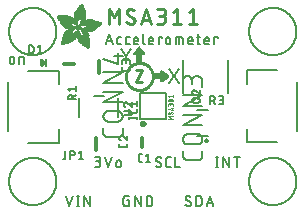
<source format=gbr>
G04 EAGLE Gerber RS-274X export*
G75*
%MOMM*%
%FSLAX34Y34*%
%LPD*%
%INSilkscreen Top*%
%IPPOS*%
%AMOC8*
5,1,8,0,0,1.08239X$1,22.5*%
G01*
%ADD10C,0.152400*%
%ADD11C,0.228600*%
%ADD12C,0.127000*%
%ADD13C,0.203200*%
%ADD14C,0.254000*%
%ADD15C,0.304800*%
%ADD16C,0.050800*%
%ADD17R,0.050800X0.006300*%
%ADD18R,0.082600X0.006400*%
%ADD19R,0.120600X0.006300*%
%ADD20R,0.139700X0.006400*%
%ADD21R,0.158800X0.006300*%
%ADD22R,0.177800X0.006400*%
%ADD23R,0.196800X0.006300*%
%ADD24R,0.215900X0.006400*%
%ADD25R,0.228600X0.006300*%
%ADD26R,0.241300X0.006400*%
%ADD27R,0.254000X0.006300*%
%ADD28R,0.266700X0.006400*%
%ADD29R,0.279400X0.006300*%
%ADD30R,0.285700X0.006400*%
%ADD31R,0.298400X0.006300*%
%ADD32R,0.311200X0.006400*%
%ADD33R,0.317500X0.006300*%
%ADD34R,0.330200X0.006400*%
%ADD35R,0.336600X0.006300*%
%ADD36R,0.349200X0.006400*%
%ADD37R,0.361900X0.006300*%
%ADD38R,0.368300X0.006400*%
%ADD39R,0.381000X0.006300*%
%ADD40R,0.387300X0.006400*%
%ADD41R,0.393700X0.006300*%
%ADD42R,0.406400X0.006400*%
%ADD43R,0.412700X0.006300*%
%ADD44R,0.419100X0.006400*%
%ADD45R,0.431800X0.006300*%
%ADD46R,0.438100X0.006400*%
%ADD47R,0.450800X0.006300*%
%ADD48R,0.457200X0.006400*%
%ADD49R,0.463500X0.006300*%
%ADD50R,0.476200X0.006400*%
%ADD51R,0.482600X0.006300*%
%ADD52R,0.488900X0.006400*%
%ADD53R,0.501600X0.006300*%
%ADD54R,0.508000X0.006400*%
%ADD55R,0.514300X0.006300*%
%ADD56R,0.527000X0.006400*%
%ADD57R,0.533400X0.006300*%
%ADD58R,0.546100X0.006400*%
%ADD59R,0.552400X0.006300*%
%ADD60R,0.558800X0.006400*%
%ADD61R,0.571500X0.006300*%
%ADD62R,0.577800X0.006400*%
%ADD63R,0.584200X0.006300*%
%ADD64R,0.596900X0.006400*%
%ADD65R,0.603200X0.006300*%
%ADD66R,0.609600X0.006400*%
%ADD67R,0.622300X0.006300*%
%ADD68R,0.628600X0.006400*%
%ADD69R,0.641300X0.006300*%
%ADD70R,0.647700X0.006400*%
%ADD71R,0.063500X0.006300*%
%ADD72R,0.654000X0.006300*%
%ADD73R,0.101600X0.006400*%
%ADD74R,0.666700X0.006400*%
%ADD75R,0.139700X0.006300*%
%ADD76R,0.673100X0.006300*%
%ADD77R,0.165100X0.006400*%
%ADD78R,0.679400X0.006400*%
%ADD79R,0.196900X0.006300*%
%ADD80R,0.692100X0.006300*%
%ADD81R,0.222200X0.006400*%
%ADD82R,0.698500X0.006400*%
%ADD83R,0.247700X0.006300*%
%ADD84R,0.704800X0.006300*%
%ADD85R,0.279400X0.006400*%
%ADD86R,0.717500X0.006400*%
%ADD87R,0.298500X0.006300*%
%ADD88R,0.723900X0.006300*%
%ADD89R,0.736600X0.006400*%
%ADD90R,0.342900X0.006300*%
%ADD91R,0.742900X0.006300*%
%ADD92R,0.374700X0.006400*%
%ADD93R,0.749300X0.006400*%
%ADD94R,0.762000X0.006300*%
%ADD95R,0.412700X0.006400*%
%ADD96R,0.768300X0.006400*%
%ADD97R,0.438100X0.006300*%
%ADD98R,0.774700X0.006300*%
%ADD99R,0.463600X0.006400*%
%ADD100R,0.787400X0.006400*%
%ADD101R,0.793700X0.006300*%
%ADD102R,0.495300X0.006400*%
%ADD103R,0.800100X0.006400*%
%ADD104R,0.520700X0.006300*%
%ADD105R,0.812800X0.006300*%
%ADD106R,0.533400X0.006400*%
%ADD107R,0.819100X0.006400*%
%ADD108R,0.558800X0.006300*%
%ADD109R,0.825500X0.006300*%
%ADD110R,0.577900X0.006400*%
%ADD111R,0.831800X0.006400*%
%ADD112R,0.596900X0.006300*%
%ADD113R,0.844500X0.006300*%
%ADD114R,0.616000X0.006400*%
%ADD115R,0.850900X0.006400*%
%ADD116R,0.635000X0.006300*%
%ADD117R,0.857200X0.006300*%
%ADD118R,0.654100X0.006400*%
%ADD119R,0.863600X0.006400*%
%ADD120R,0.666700X0.006300*%
%ADD121R,0.869900X0.006300*%
%ADD122R,0.685800X0.006400*%
%ADD123R,0.876300X0.006400*%
%ADD124R,0.882600X0.006300*%
%ADD125R,0.723900X0.006400*%
%ADD126R,0.889000X0.006400*%
%ADD127R,0.895300X0.006300*%
%ADD128R,0.755700X0.006400*%
%ADD129R,0.901700X0.006400*%
%ADD130R,0.908000X0.006300*%
%ADD131R,0.793800X0.006400*%
%ADD132R,0.914400X0.006400*%
%ADD133R,0.806400X0.006300*%
%ADD134R,0.920700X0.006300*%
%ADD135R,0.825500X0.006400*%
%ADD136R,0.927100X0.006400*%
%ADD137R,0.933400X0.006300*%
%ADD138R,0.857300X0.006400*%
%ADD139R,0.939800X0.006400*%
%ADD140R,0.870000X0.006300*%
%ADD141R,0.939800X0.006300*%
%ADD142R,0.946100X0.006400*%
%ADD143R,0.952500X0.006300*%
%ADD144R,0.908000X0.006400*%
%ADD145R,0.958800X0.006400*%
%ADD146R,0.965200X0.006300*%
%ADD147R,0.965200X0.006400*%
%ADD148R,0.971500X0.006300*%
%ADD149R,0.952500X0.006400*%
%ADD150R,0.977900X0.006400*%
%ADD151R,0.958800X0.006300*%
%ADD152R,0.984200X0.006300*%
%ADD153R,0.971500X0.006400*%
%ADD154R,0.984200X0.006400*%
%ADD155R,0.990600X0.006300*%
%ADD156R,0.984300X0.006400*%
%ADD157R,0.996900X0.006400*%
%ADD158R,0.997000X0.006300*%
%ADD159R,0.996900X0.006300*%
%ADD160R,1.003300X0.006400*%
%ADD161R,1.016000X0.006300*%
%ADD162R,1.009600X0.006300*%
%ADD163R,1.016000X0.006400*%
%ADD164R,1.009600X0.006400*%
%ADD165R,1.022300X0.006300*%
%ADD166R,1.028700X0.006400*%
%ADD167R,1.035100X0.006300*%
%ADD168R,1.047800X0.006400*%
%ADD169R,1.054100X0.006300*%
%ADD170R,1.028700X0.006300*%
%ADD171R,1.054100X0.006400*%
%ADD172R,1.035000X0.006400*%
%ADD173R,1.060400X0.006300*%
%ADD174R,1.035000X0.006300*%
%ADD175R,1.060500X0.006400*%
%ADD176R,1.041400X0.006400*%
%ADD177R,1.066800X0.006300*%
%ADD178R,1.041400X0.006300*%
%ADD179R,1.079500X0.006400*%
%ADD180R,1.047700X0.006400*%
%ADD181R,1.085900X0.006300*%
%ADD182R,1.047700X0.006300*%
%ADD183R,1.085800X0.006400*%
%ADD184R,1.092200X0.006300*%
%ADD185R,1.085900X0.006400*%
%ADD186R,1.098600X0.006300*%
%ADD187R,1.098600X0.006400*%
%ADD188R,1.060400X0.006400*%
%ADD189R,1.104900X0.006300*%
%ADD190R,1.104900X0.006400*%
%ADD191R,1.066800X0.006400*%
%ADD192R,1.111200X0.006300*%
%ADD193R,1.117600X0.006400*%
%ADD194R,1.117600X0.006300*%
%ADD195R,1.073100X0.006300*%
%ADD196R,1.073100X0.006400*%
%ADD197R,1.124000X0.006300*%
%ADD198R,1.079500X0.006300*%
%ADD199R,1.123900X0.006400*%
%ADD200R,1.130300X0.006300*%
%ADD201R,1.130300X0.006400*%
%ADD202R,1.136700X0.006400*%
%ADD203R,1.136700X0.006300*%
%ADD204R,1.085800X0.006300*%
%ADD205R,1.136600X0.006400*%
%ADD206R,1.136600X0.006300*%
%ADD207R,1.143000X0.006400*%
%ADD208R,1.143000X0.006300*%
%ADD209R,1.149400X0.006300*%
%ADD210R,1.149300X0.006300*%
%ADD211R,1.149300X0.006400*%
%ADD212R,1.149400X0.006400*%
%ADD213R,1.155700X0.006400*%
%ADD214R,1.155700X0.006300*%
%ADD215R,1.060500X0.006300*%
%ADD216R,2.197100X0.006400*%
%ADD217R,2.197100X0.006300*%
%ADD218R,2.184400X0.006300*%
%ADD219R,2.184400X0.006400*%
%ADD220R,2.171700X0.006400*%
%ADD221R,2.171700X0.006300*%
%ADD222R,1.530300X0.006400*%
%ADD223R,1.505000X0.006300*%
%ADD224R,1.492300X0.006400*%
%ADD225R,1.485900X0.006300*%
%ADD226R,0.565200X0.006300*%
%ADD227R,1.473200X0.006400*%
%ADD228R,0.565200X0.006400*%
%ADD229R,1.460500X0.006300*%
%ADD230R,1.454100X0.006400*%
%ADD231R,0.552400X0.006400*%
%ADD232R,1.441500X0.006300*%
%ADD233R,0.546100X0.006300*%
%ADD234R,1.435100X0.006400*%
%ADD235R,0.539800X0.006400*%
%ADD236R,1.428800X0.006300*%
%ADD237R,1.422400X0.006400*%
%ADD238R,1.409700X0.006300*%
%ADD239R,0.527100X0.006300*%
%ADD240R,1.403300X0.006400*%
%ADD241R,0.527100X0.006400*%
%ADD242R,1.390700X0.006300*%
%ADD243R,1.384300X0.006400*%
%ADD244R,0.520700X0.006400*%
%ADD245R,1.384300X0.006300*%
%ADD246R,0.514400X0.006300*%
%ADD247R,1.371600X0.006400*%
%ADD248R,1.365200X0.006300*%
%ADD249R,0.508000X0.006300*%
%ADD250R,1.352600X0.006400*%
%ADD251R,0.501700X0.006400*%
%ADD252R,0.711200X0.006300*%
%ADD253R,0.603300X0.006300*%
%ADD254R,0.501700X0.006300*%
%ADD255R,0.692100X0.006400*%
%ADD256R,0.571500X0.006400*%
%ADD257R,0.679400X0.006300*%
%ADD258R,0.495300X0.006300*%
%ADD259R,0.673100X0.006400*%
%ADD260R,0.666800X0.006300*%
%ADD261R,0.488900X0.006300*%
%ADD262R,0.660400X0.006400*%
%ADD263R,0.482600X0.006400*%
%ADD264R,0.476200X0.006300*%
%ADD265R,0.654000X0.006400*%
%ADD266R,0.469900X0.006400*%
%ADD267R,0.476300X0.006400*%
%ADD268R,0.647700X0.006300*%
%ADD269R,0.457200X0.006300*%
%ADD270R,0.469900X0.006300*%
%ADD271R,0.641300X0.006400*%
%ADD272R,0.444500X0.006400*%
%ADD273R,0.463600X0.006300*%
%ADD274R,0.635000X0.006400*%
%ADD275R,0.463500X0.006400*%
%ADD276R,0.393700X0.006400*%
%ADD277R,0.450800X0.006400*%
%ADD278R,0.628600X0.006300*%
%ADD279R,0.387400X0.006300*%
%ADD280R,0.450900X0.006300*%
%ADD281R,0.628700X0.006400*%
%ADD282R,0.374600X0.006400*%
%ADD283R,0.368300X0.006300*%
%ADD284R,0.438200X0.006300*%
%ADD285R,0.622300X0.006400*%
%ADD286R,0.355600X0.006400*%
%ADD287R,0.431800X0.006400*%
%ADD288R,0.349300X0.006300*%
%ADD289R,0.425400X0.006300*%
%ADD290R,0.615900X0.006300*%
%ADD291R,0.330200X0.006300*%
%ADD292R,0.419100X0.006300*%
%ADD293R,0.616000X0.006300*%
%ADD294R,0.311200X0.006300*%
%ADD295R,0.406400X0.006300*%
%ADD296R,0.615900X0.006400*%
%ADD297R,0.304800X0.006400*%
%ADD298R,0.158800X0.006400*%
%ADD299R,0.609600X0.006300*%
%ADD300R,0.292100X0.006300*%
%ADD301R,0.235000X0.006300*%
%ADD302R,0.387400X0.006400*%
%ADD303R,0.292100X0.006400*%
%ADD304R,0.336500X0.006300*%
%ADD305R,0.260400X0.006300*%
%ADD306R,0.603300X0.006400*%
%ADD307R,0.260400X0.006400*%
%ADD308R,0.362000X0.006400*%
%ADD309R,0.450900X0.006400*%
%ADD310R,0.355600X0.006300*%
%ADD311R,0.342900X0.006400*%
%ADD312R,0.514300X0.006400*%
%ADD313R,0.234900X0.006300*%
%ADD314R,0.539700X0.006300*%
%ADD315R,0.603200X0.006400*%
%ADD316R,0.234900X0.006400*%
%ADD317R,0.920700X0.006400*%
%ADD318R,0.958900X0.006400*%
%ADD319R,0.215900X0.006300*%
%ADD320R,0.209600X0.006400*%
%ADD321R,0.203200X0.006300*%
%ADD322R,1.003300X0.006300*%
%ADD323R,0.203200X0.006400*%
%ADD324R,0.196900X0.006400*%
%ADD325R,0.190500X0.006300*%
%ADD326R,0.190500X0.006400*%
%ADD327R,0.184200X0.006300*%
%ADD328R,0.590500X0.006400*%
%ADD329R,0.184200X0.006400*%
%ADD330R,0.590500X0.006300*%
%ADD331R,0.177800X0.006300*%
%ADD332R,0.584200X0.006400*%
%ADD333R,1.168400X0.006400*%
%ADD334R,0.171500X0.006300*%
%ADD335R,1.187500X0.006300*%
%ADD336R,1.200100X0.006400*%
%ADD337R,0.577800X0.006300*%
%ADD338R,1.212900X0.006300*%
%ADD339R,1.231900X0.006400*%
%ADD340R,1.250900X0.006300*%
%ADD341R,0.565100X0.006400*%
%ADD342R,0.184100X0.006400*%
%ADD343R,1.263700X0.006400*%
%ADD344R,0.565100X0.006300*%
%ADD345R,1.289100X0.006300*%
%ADD346R,1.314400X0.006400*%
%ADD347R,0.552500X0.006300*%
%ADD348R,1.568500X0.006300*%
%ADD349R,0.552500X0.006400*%
%ADD350R,1.581200X0.006400*%
%ADD351R,1.593800X0.006300*%
%ADD352R,1.606500X0.006400*%
%ADD353R,1.619300X0.006300*%
%ADD354R,0.514400X0.006400*%
%ADD355R,1.638300X0.006400*%
%ADD356R,1.657300X0.006300*%
%ADD357R,2.209800X0.006400*%
%ADD358R,2.425700X0.006300*%
%ADD359R,2.470100X0.006400*%
%ADD360R,2.501900X0.006300*%
%ADD361R,2.533700X0.006400*%
%ADD362R,2.559000X0.006300*%
%ADD363R,2.584500X0.006400*%
%ADD364R,2.609900X0.006300*%
%ADD365R,2.628900X0.006400*%
%ADD366R,2.660600X0.006300*%
%ADD367R,2.673400X0.006400*%
%ADD368R,1.422400X0.006300*%
%ADD369R,1.200200X0.006300*%
%ADD370R,1.365300X0.006300*%
%ADD371R,1.365300X0.006400*%
%ADD372R,1.352500X0.006300*%
%ADD373R,1.098500X0.006300*%
%ADD374R,1.358900X0.006400*%
%ADD375R,1.352600X0.006300*%
%ADD376R,1.358900X0.006300*%
%ADD377R,1.371600X0.006300*%
%ADD378R,1.377900X0.006400*%
%ADD379R,1.397000X0.006400*%
%ADD380R,1.403300X0.006300*%
%ADD381R,0.914400X0.006300*%
%ADD382R,0.876300X0.006300*%
%ADD383R,0.374600X0.006300*%
%ADD384R,1.073200X0.006400*%
%ADD385R,0.374700X0.006300*%
%ADD386R,0.844600X0.006400*%
%ADD387R,0.844600X0.006300*%
%ADD388R,0.831900X0.006400*%
%ADD389R,1.092200X0.006400*%
%ADD390R,0.400000X0.006300*%
%ADD391R,0.819200X0.006400*%
%ADD392R,1.111300X0.006400*%
%ADD393R,0.812800X0.006400*%
%ADD394R,0.800100X0.006300*%
%ADD395R,0.476300X0.006300*%
%ADD396R,1.181100X0.006300*%
%ADD397R,0.501600X0.006400*%
%ADD398R,1.193800X0.006400*%
%ADD399R,0.781000X0.006400*%
%ADD400R,1.238200X0.006400*%
%ADD401R,0.781100X0.006300*%
%ADD402R,1.257300X0.006300*%
%ADD403R,1.295400X0.006400*%
%ADD404R,1.333500X0.006300*%
%ADD405R,0.774700X0.006400*%
%ADD406R,1.866900X0.006400*%
%ADD407R,0.209600X0.006300*%
%ADD408R,1.866900X0.006300*%
%ADD409R,0.768400X0.006400*%
%ADD410R,0.209500X0.006400*%
%ADD411R,1.860600X0.006400*%
%ADD412R,0.762000X0.006400*%
%ADD413R,0.768400X0.006300*%
%ADD414R,1.860600X0.006300*%
%ADD415R,1.860500X0.006400*%
%ADD416R,0.222300X0.006300*%
%ADD417R,1.854200X0.006300*%
%ADD418R,0.235000X0.006400*%
%ADD419R,1.854200X0.006400*%
%ADD420R,0.768300X0.006300*%
%ADD421R,0.260300X0.006400*%
%ADD422R,1.847800X0.006400*%
%ADD423R,0.266700X0.006300*%
%ADD424R,1.847800X0.006300*%
%ADD425R,0.273100X0.006400*%
%ADD426R,1.841500X0.006400*%
%ADD427R,0.285800X0.006300*%
%ADD428R,1.841500X0.006300*%
%ADD429R,0.298500X0.006400*%
%ADD430R,1.835100X0.006400*%
%ADD431R,0.781000X0.006300*%
%ADD432R,0.304800X0.006300*%
%ADD433R,1.835100X0.006300*%
%ADD434R,0.317500X0.006400*%
%ADD435R,1.828800X0.006400*%
%ADD436R,0.787400X0.006300*%
%ADD437R,0.323800X0.006300*%
%ADD438R,1.828800X0.006300*%
%ADD439R,0.793700X0.006400*%
%ADD440R,1.822400X0.006400*%
%ADD441R,0.806500X0.006300*%
%ADD442R,1.822400X0.006300*%
%ADD443R,1.816100X0.006400*%
%ADD444R,0.819100X0.006300*%
%ADD445R,0.387300X0.006300*%
%ADD446R,1.816100X0.006300*%
%ADD447R,1.809800X0.006400*%
%ADD448R,1.803400X0.006300*%
%ADD449R,1.797000X0.006400*%
%ADD450R,0.901700X0.006300*%
%ADD451R,1.797000X0.006300*%
%ADD452R,1.441400X0.006400*%
%ADD453R,1.790700X0.006400*%
%ADD454R,1.447800X0.006300*%
%ADD455R,1.784300X0.006300*%
%ADD456R,1.447800X0.006400*%
%ADD457R,1.784300X0.006400*%
%ADD458R,1.454100X0.006300*%
%ADD459R,1.771700X0.006300*%
%ADD460R,1.460500X0.006400*%
%ADD461R,1.759000X0.006400*%
%ADD462R,1.466800X0.006300*%
%ADD463R,1.752600X0.006300*%
%ADD464R,1.466800X0.006400*%
%ADD465R,1.739900X0.006400*%
%ADD466R,1.473200X0.006300*%
%ADD467R,1.727200X0.006300*%
%ADD468R,1.479500X0.006400*%
%ADD469R,1.714500X0.006400*%
%ADD470R,1.695400X0.006300*%
%ADD471R,1.485900X0.006400*%
%ADD472R,1.682700X0.006400*%
%ADD473R,1.492200X0.006300*%
%ADD474R,1.663700X0.006300*%
%ADD475R,1.498600X0.006400*%
%ADD476R,1.644600X0.006400*%
%ADD477R,1.498600X0.006300*%
%ADD478R,1.619200X0.006300*%
%ADD479R,1.511300X0.006400*%
%ADD480R,1.600200X0.006400*%
%ADD481R,1.517700X0.006300*%
%ADD482R,1.574800X0.006300*%
%ADD483R,1.524000X0.006400*%
%ADD484R,1.555800X0.006400*%
%ADD485R,1.524000X0.006300*%
%ADD486R,1.536700X0.006300*%
%ADD487R,1.530400X0.006400*%
%ADD488R,1.517700X0.006400*%
%ADD489R,1.492300X0.006300*%
%ADD490R,1.549400X0.006400*%
%ADD491R,1.479600X0.006400*%
%ADD492R,1.549400X0.006300*%
%ADD493R,1.555700X0.006400*%
%ADD494R,1.562100X0.006300*%
%ADD495R,0.323900X0.006300*%
%ADD496R,1.568400X0.006400*%
%ADD497R,0.336600X0.006400*%
%ADD498R,1.587500X0.006300*%
%ADD499R,0.971600X0.006300*%
%ADD500R,0.349300X0.006400*%
%ADD501R,1.600200X0.006300*%
%ADD502R,0.920800X0.006300*%
%ADD503R,0.882700X0.006400*%
%ADD504R,1.612900X0.006300*%
%ADD505R,0.362000X0.006300*%
%ADD506R,1.625600X0.006400*%
%ADD507R,1.625600X0.006300*%
%ADD508R,1.644600X0.006300*%
%ADD509R,0.736600X0.006300*%
%ADD510R,0.717600X0.006400*%
%ADD511R,1.657400X0.006300*%
%ADD512R,0.679500X0.006300*%
%ADD513R,1.663700X0.006400*%
%ADD514R,0.400000X0.006400*%
%ADD515R,1.676400X0.006300*%
%ADD516R,1.676400X0.006400*%
%ADD517R,0.425500X0.006400*%
%ADD518R,1.352500X0.006400*%
%ADD519R,0.444500X0.006300*%
%ADD520R,0.361900X0.006400*%
%ADD521R,0.088900X0.006300*%
%ADD522R,1.009700X0.006300*%
%ADD523R,1.009700X0.006400*%
%ADD524R,1.022300X0.006400*%
%ADD525R,1.346200X0.006400*%
%ADD526R,1.346200X0.006300*%
%ADD527R,1.339900X0.006400*%
%ADD528R,1.035100X0.006400*%
%ADD529R,1.339800X0.006300*%
%ADD530R,1.333500X0.006400*%
%ADD531R,1.327200X0.006400*%
%ADD532R,1.320800X0.006300*%
%ADD533R,1.314500X0.006400*%
%ADD534R,1.314400X0.006300*%
%ADD535R,1.301700X0.006400*%
%ADD536R,1.295400X0.006300*%
%ADD537R,1.289000X0.006400*%
%ADD538R,1.276300X0.006300*%
%ADD539R,1.251000X0.006300*%
%ADD540R,1.244600X0.006400*%
%ADD541R,1.231900X0.006300*%
%ADD542R,1.212800X0.006400*%
%ADD543R,1.200100X0.006300*%
%ADD544R,1.187400X0.006400*%
%ADD545R,1.168400X0.006300*%
%ADD546R,1.047800X0.006300*%
%ADD547R,0.977900X0.006300*%
%ADD548R,0.946200X0.006400*%
%ADD549R,0.933400X0.006400*%
%ADD550R,0.895300X0.006400*%
%ADD551R,0.882700X0.006300*%
%ADD552R,0.863600X0.006300*%
%ADD553R,0.857200X0.006400*%
%ADD554R,0.850900X0.006300*%
%ADD555R,0.838200X0.006300*%
%ADD556R,0.806500X0.006400*%
%ADD557R,0.717600X0.006300*%
%ADD558R,0.711200X0.006400*%
%ADD559R,0.641400X0.006400*%
%ADD560R,0.641400X0.006300*%
%ADD561R,0.628700X0.006300*%
%ADD562R,0.590600X0.006300*%
%ADD563R,0.539700X0.006400*%
%ADD564R,0.285700X0.006300*%
%ADD565R,0.222200X0.006300*%
%ADD566R,0.171400X0.006300*%
%ADD567R,0.152400X0.006400*%
%ADD568R,0.133400X0.006300*%
%ADD569R,0.127000X0.762000*%

G36*
X134787Y109226D02*
X134787Y109226D01*
X134897Y109233D01*
X134944Y109248D01*
X134993Y109255D01*
X135095Y109297D01*
X135199Y109331D01*
X135241Y109358D01*
X135287Y109376D01*
X135422Y109465D01*
X140502Y113275D01*
X140552Y113323D01*
X140606Y113362D01*
X140649Y113414D01*
X140705Y113466D01*
X140716Y113482D01*
X140730Y113496D01*
X140770Y113561D01*
X140808Y113607D01*
X140834Y113662D01*
X140880Y113731D01*
X140886Y113750D01*
X140896Y113767D01*
X140921Y113846D01*
X140944Y113895D01*
X140954Y113949D01*
X140983Y114032D01*
X140984Y114052D01*
X140990Y114071D01*
X140994Y114159D01*
X141004Y114207D01*
X141001Y114257D01*
X141008Y114349D01*
X141005Y114369D01*
X141005Y114388D01*
X140987Y114479D01*
X140984Y114525D01*
X140970Y114569D01*
X140953Y114663D01*
X140945Y114681D01*
X140941Y114700D01*
X140899Y114786D01*
X140886Y114827D01*
X140862Y114864D01*
X140823Y114953D01*
X140810Y114968D01*
X140802Y114986D01*
X140739Y115059D01*
X140716Y115096D01*
X140684Y115126D01*
X140624Y115201D01*
X140603Y115219D01*
X140595Y115228D01*
X140579Y115239D01*
X140502Y115305D01*
X135422Y119115D01*
X135417Y119118D01*
X135413Y119122D01*
X135376Y119142D01*
X135341Y119171D01*
X135241Y119218D01*
X135145Y119273D01*
X135097Y119286D01*
X135053Y119307D01*
X134945Y119328D01*
X134838Y119357D01*
X134789Y119357D01*
X134741Y119367D01*
X134687Y119363D01*
X134666Y119365D01*
X134660Y119365D01*
X134622Y119360D01*
X134520Y119362D01*
X134472Y119350D01*
X134423Y119347D01*
X134362Y119327D01*
X134344Y119325D01*
X134308Y119311D01*
X134211Y119287D01*
X134167Y119264D01*
X134121Y119249D01*
X134067Y119215D01*
X134049Y119208D01*
X134015Y119183D01*
X133930Y119138D01*
X133894Y119105D01*
X133852Y119079D01*
X133811Y119035D01*
X133791Y119021D01*
X133762Y118985D01*
X133695Y118924D01*
X133668Y118883D01*
X133634Y118847D01*
X133607Y118798D01*
X133589Y118776D01*
X133566Y118729D01*
X133520Y118659D01*
X133504Y118612D01*
X133480Y118569D01*
X133468Y118519D01*
X133453Y118488D01*
X133442Y118430D01*
X133417Y118358D01*
X133413Y118309D01*
X133401Y118261D01*
X133397Y118194D01*
X133393Y118176D01*
X133394Y118158D01*
X133391Y118100D01*
X133391Y116829D01*
X128310Y116829D01*
X128192Y116814D01*
X128073Y116807D01*
X128035Y116794D01*
X127994Y116789D01*
X127884Y116746D01*
X127771Y116709D01*
X127736Y116687D01*
X127699Y116672D01*
X127603Y116603D01*
X127502Y116539D01*
X127474Y116509D01*
X127441Y116486D01*
X127366Y116394D01*
X127284Y116307D01*
X127264Y116272D01*
X127239Y116241D01*
X127188Y116133D01*
X127130Y116029D01*
X127120Y115989D01*
X127103Y115953D01*
X127081Y115836D01*
X127051Y115721D01*
X127047Y115661D01*
X127043Y115641D01*
X127043Y115638D01*
X127044Y115619D01*
X127041Y115560D01*
X127041Y113020D01*
X127056Y112902D01*
X127063Y112783D01*
X127076Y112745D01*
X127081Y112704D01*
X127124Y112594D01*
X127161Y112481D01*
X127183Y112446D01*
X127198Y112409D01*
X127268Y112313D01*
X127331Y112212D01*
X127361Y112184D01*
X127384Y112151D01*
X127476Y112076D01*
X127563Y111994D01*
X127598Y111974D01*
X127629Y111949D01*
X127737Y111898D01*
X127841Y111840D01*
X127881Y111830D01*
X127917Y111813D01*
X128034Y111791D01*
X128149Y111761D01*
X128210Y111757D01*
X128230Y111753D01*
X128250Y111755D01*
X128310Y111751D01*
X133391Y111751D01*
X133391Y110480D01*
X133397Y110431D01*
X133395Y110382D01*
X133417Y110274D01*
X133431Y110164D01*
X133449Y110119D01*
X133459Y110070D01*
X133507Y109971D01*
X133548Y109869D01*
X133577Y109829D01*
X133598Y109784D01*
X133670Y109701D01*
X133734Y109611D01*
X133773Y109580D01*
X133805Y109542D01*
X133895Y109479D01*
X133979Y109409D01*
X134024Y109388D01*
X134065Y109359D01*
X134168Y109320D01*
X134267Y109273D01*
X134316Y109264D01*
X134362Y109246D01*
X134472Y109234D01*
X134580Y109213D01*
X134629Y109216D01*
X134678Y109211D01*
X134787Y109226D01*
G37*
G36*
X116918Y125756D02*
X116918Y125756D01*
X117037Y125763D01*
X117075Y125776D01*
X117116Y125781D01*
X117226Y125824D01*
X117339Y125861D01*
X117374Y125883D01*
X117411Y125898D01*
X117507Y125968D01*
X117608Y126031D01*
X117636Y126061D01*
X117669Y126084D01*
X117745Y126176D01*
X117826Y126263D01*
X117846Y126298D01*
X117871Y126329D01*
X117922Y126437D01*
X117980Y126541D01*
X117990Y126581D01*
X118007Y126617D01*
X118029Y126734D01*
X118059Y126849D01*
X118063Y126910D01*
X118067Y126930D01*
X118065Y126950D01*
X118069Y127010D01*
X118069Y132091D01*
X119340Y132091D01*
X119389Y132097D01*
X119438Y132095D01*
X119546Y132117D01*
X119656Y132131D01*
X119701Y132149D01*
X119750Y132159D01*
X119849Y132207D01*
X119951Y132248D01*
X119991Y132277D01*
X120036Y132298D01*
X120119Y132370D01*
X120209Y132434D01*
X120240Y132473D01*
X120278Y132505D01*
X120341Y132595D01*
X120411Y132679D01*
X120432Y132724D01*
X120461Y132765D01*
X120500Y132868D01*
X120547Y132967D01*
X120556Y133016D01*
X120574Y133062D01*
X120586Y133172D01*
X120607Y133280D01*
X120604Y133329D01*
X120609Y133378D01*
X120594Y133487D01*
X120587Y133597D01*
X120572Y133644D01*
X120565Y133693D01*
X120523Y133795D01*
X120489Y133899D01*
X120462Y133941D01*
X120444Y133987D01*
X120355Y134122D01*
X116545Y139202D01*
X116527Y139221D01*
X116514Y139241D01*
X116441Y139310D01*
X116354Y139405D01*
X116338Y139416D01*
X116324Y139430D01*
X116293Y139449D01*
X116282Y139459D01*
X116227Y139490D01*
X116205Y139503D01*
X116089Y139580D01*
X116070Y139586D01*
X116053Y139596D01*
X116008Y139610D01*
X116004Y139613D01*
X115981Y139619D01*
X115920Y139638D01*
X115788Y139683D01*
X115768Y139684D01*
X115749Y139690D01*
X115667Y139694D01*
X115553Y139701D01*
X115471Y139708D01*
X115451Y139705D01*
X115432Y139705D01*
X115295Y139677D01*
X115215Y139663D01*
X115209Y139663D01*
X115208Y139662D01*
X115157Y139653D01*
X115139Y139645D01*
X115120Y139641D01*
X114995Y139580D01*
X114953Y139561D01*
X114914Y139546D01*
X114906Y139540D01*
X114868Y139523D01*
X114852Y139510D01*
X114834Y139502D01*
X114728Y139411D01*
X114725Y139408D01*
X114656Y139359D01*
X114644Y139344D01*
X114619Y139324D01*
X114601Y139303D01*
X114592Y139295D01*
X114581Y139279D01*
X114515Y139202D01*
X110705Y134122D01*
X110680Y134079D01*
X110649Y134041D01*
X110602Y133941D01*
X110547Y133845D01*
X110534Y133797D01*
X110513Y133753D01*
X110492Y133645D01*
X110463Y133538D01*
X110463Y133489D01*
X110453Y133441D01*
X110460Y133331D01*
X110458Y133220D01*
X110470Y133172D01*
X110473Y133123D01*
X110507Y133019D01*
X110533Y132911D01*
X110556Y132867D01*
X110571Y132821D01*
X110630Y132728D01*
X110682Y132630D01*
X110715Y132594D01*
X110741Y132552D01*
X110822Y132476D01*
X110896Y132395D01*
X110937Y132368D01*
X110973Y132334D01*
X111069Y132281D01*
X111161Y132220D01*
X111208Y132204D01*
X111251Y132180D01*
X111358Y132153D01*
X111462Y132117D01*
X111511Y132113D01*
X111559Y132101D01*
X111720Y132091D01*
X112991Y132091D01*
X112991Y127010D01*
X113006Y126892D01*
X113013Y126773D01*
X113026Y126735D01*
X113031Y126694D01*
X113074Y126584D01*
X113111Y126471D01*
X113133Y126436D01*
X113148Y126399D01*
X113218Y126303D01*
X113281Y126202D01*
X113311Y126174D01*
X113334Y126141D01*
X113426Y126066D01*
X113513Y125984D01*
X113548Y125964D01*
X113579Y125939D01*
X113687Y125888D01*
X113791Y125830D01*
X113831Y125820D01*
X113867Y125803D01*
X113984Y125781D01*
X114099Y125751D01*
X114160Y125747D01*
X114180Y125743D01*
X114200Y125745D01*
X114260Y125741D01*
X116800Y125741D01*
X116918Y125756D01*
G37*
G36*
X32581Y122436D02*
X32581Y122436D01*
X32610Y122435D01*
X32700Y122462D01*
X32792Y122482D01*
X32817Y122497D01*
X32846Y122506D01*
X32988Y122596D01*
X36163Y125136D01*
X36232Y125213D01*
X36305Y125286D01*
X36314Y125304D01*
X36327Y125318D01*
X36369Y125414D01*
X36415Y125506D01*
X36417Y125526D01*
X36425Y125544D01*
X36434Y125647D01*
X36448Y125750D01*
X36444Y125769D01*
X36446Y125789D01*
X36421Y125890D01*
X36402Y125992D01*
X36392Y126009D01*
X36388Y126028D01*
X36332Y126116D01*
X36281Y126206D01*
X36264Y126223D01*
X36256Y126236D01*
X36231Y126256D01*
X36163Y126324D01*
X32988Y128864D01*
X32962Y128879D01*
X32940Y128900D01*
X32855Y128939D01*
X32773Y128985D01*
X32744Y128991D01*
X32717Y129003D01*
X32624Y129013D01*
X32532Y129031D01*
X32502Y129027D01*
X32473Y129030D01*
X32381Y129010D01*
X32288Y128998D01*
X32261Y128984D01*
X32232Y128978D01*
X32152Y128930D01*
X32068Y128888D01*
X32047Y128867D01*
X32021Y128852D01*
X31960Y128780D01*
X31894Y128714D01*
X31881Y128688D01*
X31861Y128665D01*
X31826Y128578D01*
X31784Y128494D01*
X31780Y128464D01*
X31769Y128437D01*
X31751Y128270D01*
X31751Y123190D01*
X31756Y123161D01*
X31753Y123131D01*
X31775Y123040D01*
X31791Y122947D01*
X31804Y122921D01*
X31811Y122892D01*
X31862Y122813D01*
X31906Y122730D01*
X31927Y122709D01*
X31943Y122684D01*
X32016Y122625D01*
X32084Y122561D01*
X32111Y122548D01*
X32134Y122529D01*
X32222Y122496D01*
X32307Y122457D01*
X32337Y122454D01*
X32364Y122443D01*
X32458Y122440D01*
X32551Y122430D01*
X32581Y122436D01*
G37*
D10*
X53394Y13208D02*
X56272Y4572D01*
X59151Y13208D01*
X63587Y13208D02*
X63587Y4572D01*
X62628Y4572D02*
X64547Y4572D01*
X64547Y13208D02*
X62628Y13208D01*
X68809Y13208D02*
X68809Y4572D01*
X73606Y4572D02*
X68809Y13208D01*
X73606Y13208D02*
X73606Y4572D01*
X77902Y37592D02*
X80301Y37592D01*
X80398Y37594D01*
X80494Y37600D01*
X80590Y37609D01*
X80686Y37623D01*
X80781Y37640D01*
X80875Y37662D01*
X80968Y37687D01*
X81061Y37715D01*
X81152Y37748D01*
X81241Y37784D01*
X81329Y37824D01*
X81416Y37867D01*
X81501Y37913D01*
X81583Y37963D01*
X81664Y38017D01*
X81742Y38073D01*
X81818Y38133D01*
X81892Y38195D01*
X81963Y38261D01*
X82031Y38329D01*
X82097Y38400D01*
X82159Y38474D01*
X82219Y38550D01*
X82275Y38628D01*
X82329Y38709D01*
X82379Y38791D01*
X82425Y38876D01*
X82468Y38963D01*
X82508Y39051D01*
X82544Y39140D01*
X82577Y39231D01*
X82605Y39324D01*
X82630Y39417D01*
X82652Y39511D01*
X82669Y39606D01*
X82683Y39702D01*
X82692Y39798D01*
X82698Y39894D01*
X82700Y39991D01*
X82698Y40088D01*
X82692Y40184D01*
X82683Y40280D01*
X82669Y40376D01*
X82652Y40471D01*
X82630Y40565D01*
X82605Y40658D01*
X82577Y40751D01*
X82544Y40842D01*
X82508Y40931D01*
X82468Y41019D01*
X82425Y41106D01*
X82379Y41190D01*
X82329Y41273D01*
X82275Y41354D01*
X82219Y41432D01*
X82159Y41508D01*
X82097Y41582D01*
X82031Y41653D01*
X81963Y41721D01*
X81892Y41787D01*
X81818Y41849D01*
X81742Y41909D01*
X81664Y41965D01*
X81583Y42019D01*
X81501Y42069D01*
X81416Y42115D01*
X81329Y42158D01*
X81241Y42198D01*
X81152Y42234D01*
X81061Y42267D01*
X80968Y42295D01*
X80875Y42320D01*
X80781Y42342D01*
X80686Y42359D01*
X80590Y42373D01*
X80494Y42382D01*
X80398Y42388D01*
X80301Y42390D01*
X80781Y46228D02*
X77902Y46228D01*
X80781Y46228D02*
X80867Y46226D01*
X80953Y46220D01*
X81039Y46211D01*
X81124Y46197D01*
X81208Y46180D01*
X81292Y46159D01*
X81374Y46134D01*
X81455Y46106D01*
X81535Y46074D01*
X81614Y46038D01*
X81690Y45999D01*
X81765Y45956D01*
X81838Y45911D01*
X81909Y45862D01*
X81977Y45809D01*
X82044Y45754D01*
X82107Y45696D01*
X82168Y45635D01*
X82226Y45572D01*
X82281Y45505D01*
X82334Y45437D01*
X82383Y45366D01*
X82428Y45293D01*
X82471Y45218D01*
X82510Y45142D01*
X82546Y45063D01*
X82578Y44983D01*
X82606Y44902D01*
X82631Y44820D01*
X82652Y44736D01*
X82669Y44652D01*
X82683Y44567D01*
X82692Y44481D01*
X82698Y44395D01*
X82700Y44309D01*
X82698Y44223D01*
X82692Y44137D01*
X82683Y44051D01*
X82669Y43966D01*
X82652Y43882D01*
X82631Y43798D01*
X82606Y43716D01*
X82578Y43635D01*
X82546Y43555D01*
X82510Y43476D01*
X82471Y43400D01*
X82428Y43325D01*
X82383Y43252D01*
X82334Y43181D01*
X82281Y43113D01*
X82226Y43046D01*
X82168Y42983D01*
X82107Y42922D01*
X82044Y42864D01*
X81977Y42809D01*
X81909Y42756D01*
X81838Y42707D01*
X81765Y42662D01*
X81690Y42619D01*
X81614Y42580D01*
X81535Y42544D01*
X81455Y42512D01*
X81374Y42484D01*
X81292Y42459D01*
X81208Y42438D01*
X81124Y42421D01*
X81039Y42407D01*
X80953Y42398D01*
X80867Y42392D01*
X80781Y42390D01*
X78861Y42390D01*
X86566Y46228D02*
X89445Y37592D01*
X92323Y46228D01*
X96060Y41430D02*
X96060Y39511D01*
X96060Y41430D02*
X96062Y41516D01*
X96068Y41602D01*
X96077Y41688D01*
X96091Y41773D01*
X96108Y41857D01*
X96129Y41941D01*
X96154Y42023D01*
X96182Y42104D01*
X96214Y42184D01*
X96250Y42263D01*
X96289Y42339D01*
X96332Y42414D01*
X96377Y42487D01*
X96426Y42558D01*
X96479Y42626D01*
X96534Y42693D01*
X96592Y42756D01*
X96653Y42817D01*
X96716Y42875D01*
X96783Y42930D01*
X96851Y42983D01*
X96922Y43032D01*
X96995Y43077D01*
X97070Y43120D01*
X97146Y43159D01*
X97225Y43195D01*
X97305Y43227D01*
X97386Y43255D01*
X97468Y43280D01*
X97552Y43301D01*
X97636Y43318D01*
X97721Y43332D01*
X97807Y43341D01*
X97893Y43347D01*
X97979Y43349D01*
X98065Y43347D01*
X98151Y43341D01*
X98237Y43332D01*
X98322Y43318D01*
X98406Y43301D01*
X98490Y43280D01*
X98572Y43255D01*
X98653Y43227D01*
X98733Y43195D01*
X98812Y43159D01*
X98888Y43120D01*
X98963Y43077D01*
X99036Y43032D01*
X99107Y42983D01*
X99175Y42930D01*
X99242Y42875D01*
X99305Y42817D01*
X99366Y42756D01*
X99424Y42693D01*
X99479Y42626D01*
X99532Y42558D01*
X99581Y42487D01*
X99626Y42414D01*
X99669Y42339D01*
X99708Y42263D01*
X99744Y42184D01*
X99776Y42104D01*
X99804Y42023D01*
X99829Y41941D01*
X99850Y41857D01*
X99867Y41773D01*
X99881Y41688D01*
X99890Y41602D01*
X99896Y41516D01*
X99898Y41430D01*
X99898Y39511D01*
X99896Y39425D01*
X99890Y39339D01*
X99881Y39253D01*
X99867Y39168D01*
X99850Y39084D01*
X99829Y39000D01*
X99804Y38918D01*
X99776Y38837D01*
X99744Y38757D01*
X99708Y38678D01*
X99669Y38602D01*
X99626Y38527D01*
X99581Y38454D01*
X99532Y38383D01*
X99479Y38315D01*
X99424Y38248D01*
X99366Y38185D01*
X99305Y38124D01*
X99242Y38066D01*
X99175Y38011D01*
X99107Y37958D01*
X99036Y37909D01*
X98963Y37864D01*
X98888Y37821D01*
X98812Y37782D01*
X98733Y37746D01*
X98653Y37714D01*
X98572Y37686D01*
X98490Y37661D01*
X98406Y37640D01*
X98322Y37623D01*
X98237Y37609D01*
X98151Y37600D01*
X98065Y37594D01*
X97979Y37592D01*
X97893Y37594D01*
X97807Y37600D01*
X97721Y37609D01*
X97636Y37623D01*
X97552Y37640D01*
X97468Y37661D01*
X97386Y37686D01*
X97305Y37714D01*
X97225Y37746D01*
X97146Y37782D01*
X97070Y37821D01*
X96995Y37864D01*
X96922Y37909D01*
X96851Y37958D01*
X96783Y38011D01*
X96716Y38066D01*
X96653Y38124D01*
X96592Y38185D01*
X96534Y38248D01*
X96479Y38315D01*
X96426Y38383D01*
X96377Y38454D01*
X96332Y38527D01*
X96289Y38602D01*
X96250Y38678D01*
X96214Y38757D01*
X96182Y38837D01*
X96154Y38918D01*
X96129Y39000D01*
X96108Y39084D01*
X96091Y39168D01*
X96077Y39253D01*
X96068Y39339D01*
X96062Y39425D01*
X96060Y39511D01*
X105506Y9370D02*
X106945Y9370D01*
X106945Y4572D01*
X104067Y4572D01*
X103981Y4574D01*
X103895Y4580D01*
X103809Y4589D01*
X103724Y4603D01*
X103640Y4620D01*
X103556Y4641D01*
X103474Y4666D01*
X103393Y4694D01*
X103313Y4726D01*
X103234Y4762D01*
X103158Y4801D01*
X103083Y4844D01*
X103010Y4889D01*
X102939Y4938D01*
X102871Y4991D01*
X102804Y5046D01*
X102741Y5104D01*
X102680Y5165D01*
X102622Y5228D01*
X102567Y5295D01*
X102514Y5363D01*
X102465Y5434D01*
X102420Y5507D01*
X102377Y5582D01*
X102338Y5658D01*
X102302Y5737D01*
X102270Y5817D01*
X102242Y5898D01*
X102217Y5980D01*
X102196Y6064D01*
X102179Y6148D01*
X102165Y6233D01*
X102156Y6319D01*
X102150Y6405D01*
X102148Y6491D01*
X102148Y11289D01*
X102150Y11375D01*
X102156Y11461D01*
X102165Y11547D01*
X102179Y11632D01*
X102196Y11716D01*
X102217Y11800D01*
X102242Y11882D01*
X102270Y11963D01*
X102302Y12043D01*
X102338Y12122D01*
X102377Y12198D01*
X102420Y12273D01*
X102465Y12346D01*
X102514Y12417D01*
X102567Y12485D01*
X102622Y12552D01*
X102680Y12615D01*
X102741Y12676D01*
X102804Y12734D01*
X102871Y12789D01*
X102939Y12841D01*
X103010Y12891D01*
X103083Y12936D01*
X103158Y12979D01*
X103234Y13018D01*
X103313Y13054D01*
X103393Y13086D01*
X103474Y13114D01*
X103556Y13139D01*
X103640Y13160D01*
X103724Y13177D01*
X103809Y13191D01*
X103895Y13200D01*
X103981Y13206D01*
X104067Y13208D01*
X106945Y13208D01*
X111901Y13208D02*
X111901Y4572D01*
X116699Y4572D02*
X111901Y13208D01*
X116699Y13208D02*
X116699Y4572D01*
X121655Y4572D02*
X121655Y13208D01*
X124054Y13208D01*
X124151Y13206D01*
X124247Y13200D01*
X124343Y13191D01*
X124439Y13177D01*
X124534Y13160D01*
X124628Y13138D01*
X124721Y13113D01*
X124814Y13085D01*
X124905Y13052D01*
X124994Y13016D01*
X125082Y12976D01*
X125169Y12933D01*
X125254Y12887D01*
X125336Y12837D01*
X125417Y12783D01*
X125495Y12727D01*
X125571Y12667D01*
X125645Y12605D01*
X125716Y12539D01*
X125784Y12471D01*
X125850Y12400D01*
X125912Y12326D01*
X125972Y12250D01*
X126028Y12172D01*
X126082Y12091D01*
X126132Y12009D01*
X126178Y11924D01*
X126221Y11837D01*
X126261Y11749D01*
X126297Y11660D01*
X126330Y11569D01*
X126358Y11476D01*
X126383Y11383D01*
X126405Y11289D01*
X126422Y11194D01*
X126436Y11098D01*
X126445Y11002D01*
X126451Y10906D01*
X126453Y10809D01*
X126452Y10809D02*
X126452Y6971D01*
X126453Y6971D02*
X126451Y6874D01*
X126445Y6778D01*
X126436Y6682D01*
X126422Y6586D01*
X126405Y6491D01*
X126383Y6397D01*
X126358Y6304D01*
X126330Y6211D01*
X126297Y6120D01*
X126261Y6031D01*
X126221Y5943D01*
X126178Y5856D01*
X126132Y5771D01*
X126082Y5689D01*
X126028Y5608D01*
X125972Y5530D01*
X125912Y5454D01*
X125850Y5380D01*
X125784Y5309D01*
X125716Y5241D01*
X125645Y5175D01*
X125571Y5113D01*
X125495Y5053D01*
X125417Y4997D01*
X125336Y4943D01*
X125254Y4893D01*
X125169Y4847D01*
X125082Y4804D01*
X124994Y4764D01*
X124905Y4728D01*
X124814Y4695D01*
X124721Y4667D01*
X124628Y4642D01*
X124534Y4620D01*
X124439Y4603D01*
X124343Y4589D01*
X124247Y4580D01*
X124151Y4574D01*
X124054Y4572D01*
X121655Y4572D01*
X132265Y37592D02*
X132351Y37594D01*
X132437Y37600D01*
X132523Y37609D01*
X132608Y37623D01*
X132692Y37640D01*
X132776Y37661D01*
X132858Y37686D01*
X132939Y37714D01*
X133019Y37746D01*
X133098Y37782D01*
X133174Y37821D01*
X133249Y37864D01*
X133322Y37909D01*
X133393Y37959D01*
X133461Y38011D01*
X133528Y38066D01*
X133591Y38124D01*
X133652Y38185D01*
X133710Y38248D01*
X133765Y38315D01*
X133818Y38383D01*
X133867Y38454D01*
X133912Y38527D01*
X133955Y38602D01*
X133994Y38678D01*
X134030Y38757D01*
X134062Y38837D01*
X134090Y38918D01*
X134115Y39000D01*
X134136Y39084D01*
X134153Y39168D01*
X134167Y39253D01*
X134176Y39339D01*
X134182Y39425D01*
X134184Y39511D01*
X132265Y37592D02*
X132142Y37594D01*
X132019Y37599D01*
X131896Y37609D01*
X131774Y37622D01*
X131652Y37639D01*
X131530Y37659D01*
X131410Y37683D01*
X131290Y37711D01*
X131171Y37742D01*
X131053Y37777D01*
X130936Y37816D01*
X130820Y37858D01*
X130706Y37904D01*
X130593Y37953D01*
X130482Y38005D01*
X130372Y38061D01*
X130264Y38120D01*
X130158Y38183D01*
X130053Y38248D01*
X129951Y38317D01*
X129851Y38389D01*
X129754Y38464D01*
X129658Y38541D01*
X129565Y38622D01*
X129474Y38705D01*
X129386Y38791D01*
X129626Y44309D02*
X129628Y44395D01*
X129634Y44481D01*
X129643Y44567D01*
X129657Y44652D01*
X129674Y44736D01*
X129695Y44820D01*
X129720Y44902D01*
X129748Y44983D01*
X129780Y45063D01*
X129816Y45142D01*
X129855Y45218D01*
X129898Y45293D01*
X129943Y45366D01*
X129992Y45437D01*
X130045Y45505D01*
X130100Y45572D01*
X130158Y45635D01*
X130219Y45696D01*
X130282Y45754D01*
X130349Y45809D01*
X130417Y45862D01*
X130488Y45911D01*
X130561Y45956D01*
X130636Y45999D01*
X130712Y46038D01*
X130791Y46074D01*
X130871Y46106D01*
X130952Y46134D01*
X131034Y46159D01*
X131118Y46180D01*
X131202Y46197D01*
X131287Y46211D01*
X131373Y46220D01*
X131459Y46226D01*
X131545Y46228D01*
X131661Y46226D01*
X131776Y46221D01*
X131892Y46211D01*
X132007Y46198D01*
X132121Y46182D01*
X132235Y46161D01*
X132349Y46137D01*
X132461Y46109D01*
X132572Y46078D01*
X132683Y46043D01*
X132792Y46005D01*
X132900Y45963D01*
X133006Y45918D01*
X133112Y45869D01*
X133215Y45817D01*
X133317Y45762D01*
X133416Y45703D01*
X133514Y45641D01*
X133610Y45576D01*
X133704Y45508D01*
X130585Y42630D02*
X130511Y42676D01*
X130438Y42726D01*
X130368Y42779D01*
X130300Y42835D01*
X130235Y42894D01*
X130172Y42956D01*
X130113Y43021D01*
X130056Y43088D01*
X130002Y43158D01*
X129952Y43230D01*
X129905Y43304D01*
X129861Y43380D01*
X129821Y43459D01*
X129785Y43539D01*
X129752Y43620D01*
X129723Y43703D01*
X129697Y43788D01*
X129675Y43873D01*
X129658Y43959D01*
X129644Y44046D01*
X129634Y44133D01*
X129628Y44221D01*
X129626Y44309D01*
X133225Y41190D02*
X133299Y41144D01*
X133372Y41094D01*
X133442Y41041D01*
X133510Y40985D01*
X133575Y40926D01*
X133638Y40864D01*
X133697Y40799D01*
X133754Y40732D01*
X133808Y40662D01*
X133858Y40590D01*
X133905Y40516D01*
X133949Y40440D01*
X133989Y40361D01*
X134025Y40281D01*
X134058Y40200D01*
X134087Y40117D01*
X134113Y40032D01*
X134135Y39947D01*
X134152Y39861D01*
X134166Y39774D01*
X134176Y39687D01*
X134182Y39599D01*
X134184Y39511D01*
X133224Y41190D02*
X130585Y42630D01*
X140106Y37592D02*
X142025Y37592D01*
X140106Y37592D02*
X140020Y37594D01*
X139934Y37600D01*
X139848Y37609D01*
X139763Y37623D01*
X139679Y37640D01*
X139595Y37661D01*
X139513Y37686D01*
X139432Y37714D01*
X139352Y37746D01*
X139273Y37782D01*
X139197Y37821D01*
X139122Y37864D01*
X139049Y37909D01*
X138978Y37958D01*
X138910Y38011D01*
X138843Y38066D01*
X138780Y38124D01*
X138719Y38185D01*
X138661Y38248D01*
X138606Y38315D01*
X138553Y38383D01*
X138504Y38454D01*
X138459Y38527D01*
X138416Y38602D01*
X138377Y38678D01*
X138341Y38757D01*
X138309Y38837D01*
X138281Y38918D01*
X138256Y39000D01*
X138235Y39084D01*
X138218Y39168D01*
X138204Y39253D01*
X138195Y39339D01*
X138189Y39425D01*
X138187Y39511D01*
X138187Y44309D01*
X138189Y44395D01*
X138195Y44481D01*
X138204Y44567D01*
X138218Y44652D01*
X138235Y44736D01*
X138256Y44820D01*
X138281Y44902D01*
X138309Y44983D01*
X138341Y45063D01*
X138377Y45142D01*
X138416Y45218D01*
X138459Y45293D01*
X138504Y45366D01*
X138553Y45437D01*
X138606Y45505D01*
X138661Y45572D01*
X138719Y45635D01*
X138780Y45696D01*
X138843Y45754D01*
X138910Y45809D01*
X138978Y45861D01*
X139049Y45911D01*
X139122Y45956D01*
X139197Y45999D01*
X139273Y46038D01*
X139352Y46074D01*
X139432Y46106D01*
X139513Y46134D01*
X139595Y46159D01*
X139679Y46180D01*
X139763Y46197D01*
X139848Y46211D01*
X139934Y46220D01*
X140020Y46226D01*
X140106Y46228D01*
X142025Y46228D01*
X146176Y46228D02*
X146176Y37592D01*
X150014Y37592D01*
X159233Y6491D02*
X159231Y6405D01*
X159225Y6319D01*
X159216Y6233D01*
X159202Y6148D01*
X159185Y6064D01*
X159164Y5980D01*
X159139Y5898D01*
X159111Y5817D01*
X159079Y5737D01*
X159043Y5658D01*
X159004Y5582D01*
X158961Y5507D01*
X158916Y5434D01*
X158867Y5363D01*
X158814Y5295D01*
X158759Y5228D01*
X158701Y5165D01*
X158640Y5104D01*
X158577Y5046D01*
X158510Y4991D01*
X158442Y4939D01*
X158371Y4889D01*
X158298Y4844D01*
X158223Y4801D01*
X158147Y4762D01*
X158068Y4726D01*
X157988Y4694D01*
X157907Y4666D01*
X157825Y4641D01*
X157741Y4620D01*
X157657Y4603D01*
X157572Y4589D01*
X157486Y4580D01*
X157400Y4574D01*
X157314Y4572D01*
X157313Y4572D02*
X157190Y4574D01*
X157067Y4579D01*
X156944Y4589D01*
X156822Y4602D01*
X156700Y4619D01*
X156578Y4639D01*
X156458Y4663D01*
X156338Y4691D01*
X156219Y4722D01*
X156101Y4757D01*
X155984Y4796D01*
X155868Y4838D01*
X155754Y4884D01*
X155641Y4933D01*
X155530Y4985D01*
X155420Y5041D01*
X155312Y5100D01*
X155206Y5163D01*
X155101Y5228D01*
X154999Y5297D01*
X154899Y5369D01*
X154802Y5444D01*
X154706Y5521D01*
X154613Y5602D01*
X154522Y5685D01*
X154434Y5771D01*
X154675Y11289D02*
X154677Y11375D01*
X154683Y11461D01*
X154692Y11547D01*
X154706Y11632D01*
X154723Y11716D01*
X154744Y11800D01*
X154769Y11882D01*
X154797Y11963D01*
X154829Y12043D01*
X154865Y12122D01*
X154904Y12198D01*
X154947Y12273D01*
X154992Y12346D01*
X155041Y12417D01*
X155094Y12485D01*
X155149Y12552D01*
X155207Y12615D01*
X155268Y12676D01*
X155331Y12734D01*
X155398Y12789D01*
X155466Y12842D01*
X155537Y12891D01*
X155610Y12936D01*
X155685Y12979D01*
X155761Y13018D01*
X155840Y13054D01*
X155920Y13086D01*
X156001Y13114D01*
X156083Y13139D01*
X156167Y13160D01*
X156251Y13177D01*
X156336Y13191D01*
X156422Y13200D01*
X156508Y13206D01*
X156594Y13208D01*
X156710Y13206D01*
X156825Y13201D01*
X156941Y13191D01*
X157056Y13178D01*
X157170Y13162D01*
X157284Y13141D01*
X157398Y13117D01*
X157510Y13089D01*
X157621Y13058D01*
X157732Y13023D01*
X157841Y12985D01*
X157949Y12943D01*
X158055Y12898D01*
X158161Y12849D01*
X158264Y12797D01*
X158366Y12742D01*
X158465Y12683D01*
X158563Y12621D01*
X158659Y12556D01*
X158753Y12488D01*
X155634Y9610D02*
X155560Y9656D01*
X155487Y9706D01*
X155417Y9759D01*
X155349Y9815D01*
X155284Y9874D01*
X155221Y9936D01*
X155162Y10001D01*
X155105Y10068D01*
X155051Y10138D01*
X155001Y10210D01*
X154954Y10284D01*
X154910Y10360D01*
X154870Y10439D01*
X154834Y10519D01*
X154801Y10600D01*
X154772Y10683D01*
X154746Y10768D01*
X154724Y10853D01*
X154707Y10939D01*
X154693Y11026D01*
X154683Y11113D01*
X154677Y11201D01*
X154675Y11289D01*
X158274Y8170D02*
X158348Y8124D01*
X158421Y8074D01*
X158491Y8021D01*
X158559Y7965D01*
X158624Y7906D01*
X158687Y7844D01*
X158746Y7779D01*
X158803Y7712D01*
X158857Y7642D01*
X158907Y7570D01*
X158954Y7496D01*
X158998Y7420D01*
X159038Y7341D01*
X159074Y7261D01*
X159107Y7180D01*
X159136Y7097D01*
X159162Y7012D01*
X159184Y6927D01*
X159201Y6841D01*
X159215Y6754D01*
X159225Y6667D01*
X159231Y6579D01*
X159233Y6491D01*
X158273Y8170D02*
X155634Y9610D01*
X163579Y13208D02*
X163579Y4572D01*
X163579Y13208D02*
X165978Y13208D01*
X166075Y13206D01*
X166171Y13200D01*
X166267Y13191D01*
X166363Y13177D01*
X166458Y13160D01*
X166552Y13138D01*
X166645Y13113D01*
X166738Y13085D01*
X166829Y13052D01*
X166918Y13016D01*
X167006Y12976D01*
X167093Y12933D01*
X167178Y12887D01*
X167260Y12837D01*
X167341Y12783D01*
X167419Y12727D01*
X167495Y12667D01*
X167569Y12605D01*
X167640Y12539D01*
X167708Y12471D01*
X167774Y12400D01*
X167836Y12326D01*
X167896Y12250D01*
X167952Y12172D01*
X168006Y12091D01*
X168056Y12009D01*
X168102Y11924D01*
X168145Y11837D01*
X168185Y11749D01*
X168221Y11660D01*
X168254Y11569D01*
X168282Y11476D01*
X168307Y11383D01*
X168329Y11289D01*
X168346Y11194D01*
X168360Y11098D01*
X168369Y11002D01*
X168375Y10906D01*
X168377Y10809D01*
X168377Y6971D01*
X168375Y6874D01*
X168369Y6778D01*
X168360Y6682D01*
X168346Y6586D01*
X168329Y6491D01*
X168307Y6397D01*
X168282Y6304D01*
X168254Y6211D01*
X168221Y6120D01*
X168185Y6031D01*
X168145Y5943D01*
X168102Y5856D01*
X168056Y5771D01*
X168006Y5689D01*
X167952Y5608D01*
X167896Y5530D01*
X167836Y5454D01*
X167774Y5380D01*
X167708Y5309D01*
X167640Y5241D01*
X167569Y5175D01*
X167495Y5113D01*
X167419Y5053D01*
X167341Y4997D01*
X167260Y4943D01*
X167178Y4893D01*
X167093Y4847D01*
X167006Y4804D01*
X166918Y4764D01*
X166829Y4728D01*
X166738Y4695D01*
X166645Y4667D01*
X166552Y4642D01*
X166458Y4620D01*
X166363Y4603D01*
X166267Y4589D01*
X166171Y4580D01*
X166075Y4574D01*
X165978Y4572D01*
X163579Y4572D01*
X172548Y4572D02*
X175426Y13208D01*
X178305Y4572D01*
X177585Y6731D02*
X173267Y6731D01*
X181551Y37592D02*
X181551Y46228D01*
X180591Y37592D02*
X182510Y37592D01*
X182510Y46228D02*
X180591Y46228D01*
X186772Y46228D02*
X186772Y37592D01*
X191570Y37592D02*
X186772Y46228D01*
X191570Y46228D02*
X191570Y37592D01*
X198010Y37592D02*
X198010Y46228D01*
X195611Y46228D02*
X200409Y46228D01*
D11*
X89829Y158877D02*
X89829Y171323D01*
X93978Y164409D01*
X98127Y171323D01*
X98127Y158877D01*
X108812Y158877D02*
X108915Y158879D01*
X109019Y158885D01*
X109122Y158894D01*
X109224Y158908D01*
X109326Y158925D01*
X109427Y158946D01*
X109528Y158971D01*
X109627Y159000D01*
X109726Y159032D01*
X109823Y159068D01*
X109918Y159108D01*
X110012Y159151D01*
X110104Y159198D01*
X110195Y159248D01*
X110284Y159301D01*
X110370Y159358D01*
X110455Y159417D01*
X110537Y159480D01*
X110616Y159546D01*
X110693Y159615D01*
X110768Y159687D01*
X110840Y159762D01*
X110909Y159839D01*
X110975Y159918D01*
X111038Y160000D01*
X111097Y160085D01*
X111154Y160171D01*
X111207Y160260D01*
X111257Y160351D01*
X111304Y160443D01*
X111347Y160537D01*
X111387Y160632D01*
X111423Y160729D01*
X111455Y160828D01*
X111484Y160927D01*
X111509Y161028D01*
X111530Y161129D01*
X111547Y161231D01*
X111561Y161333D01*
X111570Y161436D01*
X111576Y161540D01*
X111578Y161643D01*
X108812Y158877D02*
X108663Y158879D01*
X108514Y158885D01*
X108366Y158894D01*
X108218Y158907D01*
X108070Y158924D01*
X107923Y158945D01*
X107776Y158970D01*
X107630Y158998D01*
X107484Y159030D01*
X107340Y159066D01*
X107196Y159105D01*
X107054Y159148D01*
X106912Y159194D01*
X106772Y159245D01*
X106634Y159298D01*
X106496Y159356D01*
X106360Y159416D01*
X106226Y159480D01*
X106093Y159548D01*
X105963Y159619D01*
X105834Y159693D01*
X105707Y159771D01*
X105582Y159851D01*
X105459Y159935D01*
X105338Y160022D01*
X105219Y160112D01*
X105103Y160205D01*
X104989Y160301D01*
X104878Y160400D01*
X104769Y160501D01*
X104663Y160606D01*
X105009Y168557D02*
X105011Y168660D01*
X105017Y168764D01*
X105026Y168867D01*
X105040Y168969D01*
X105057Y169071D01*
X105078Y169172D01*
X105103Y169273D01*
X105132Y169372D01*
X105164Y169471D01*
X105200Y169568D01*
X105240Y169663D01*
X105283Y169757D01*
X105330Y169849D01*
X105380Y169940D01*
X105433Y170029D01*
X105490Y170115D01*
X105549Y170200D01*
X105612Y170282D01*
X105678Y170361D01*
X105747Y170438D01*
X105819Y170513D01*
X105894Y170585D01*
X105971Y170654D01*
X106050Y170720D01*
X106133Y170783D01*
X106217Y170842D01*
X106303Y170899D01*
X106392Y170952D01*
X106483Y171002D01*
X106575Y171049D01*
X106669Y171092D01*
X106764Y171132D01*
X106861Y171168D01*
X106960Y171200D01*
X107059Y171229D01*
X107160Y171254D01*
X107261Y171275D01*
X107363Y171292D01*
X107465Y171306D01*
X107568Y171315D01*
X107672Y171321D01*
X107775Y171323D01*
X107914Y171321D01*
X108053Y171316D01*
X108192Y171306D01*
X108330Y171293D01*
X108468Y171276D01*
X108606Y171256D01*
X108743Y171232D01*
X108879Y171204D01*
X109014Y171173D01*
X109149Y171138D01*
X109283Y171099D01*
X109415Y171057D01*
X109546Y171011D01*
X109676Y170962D01*
X109805Y170909D01*
X109932Y170853D01*
X110058Y170794D01*
X110182Y170731D01*
X110304Y170664D01*
X110425Y170595D01*
X110543Y170522D01*
X110660Y170447D01*
X110774Y170368D01*
X110887Y170286D01*
X106392Y166137D02*
X106303Y166191D01*
X106216Y166249D01*
X106132Y166310D01*
X106050Y166374D01*
X105970Y166441D01*
X105893Y166511D01*
X105818Y166584D01*
X105747Y166660D01*
X105678Y166738D01*
X105612Y166818D01*
X105549Y166901D01*
X105489Y166986D01*
X105432Y167074D01*
X105379Y167163D01*
X105329Y167255D01*
X105283Y167348D01*
X105239Y167443D01*
X105200Y167539D01*
X105164Y167637D01*
X105132Y167736D01*
X105103Y167836D01*
X105078Y167937D01*
X105057Y168039D01*
X105040Y168142D01*
X105026Y168245D01*
X105017Y168349D01*
X105011Y168453D01*
X105009Y168557D01*
X110195Y164063D02*
X110284Y164009D01*
X110370Y163951D01*
X110455Y163890D01*
X110537Y163826D01*
X110617Y163759D01*
X110694Y163689D01*
X110768Y163616D01*
X110840Y163540D01*
X110909Y163462D01*
X110975Y163382D01*
X111038Y163299D01*
X111098Y163214D01*
X111155Y163126D01*
X111208Y163037D01*
X111258Y162945D01*
X111304Y162852D01*
X111348Y162757D01*
X111387Y162661D01*
X111423Y162563D01*
X111455Y162464D01*
X111484Y162364D01*
X111509Y162263D01*
X111530Y162161D01*
X111547Y162058D01*
X111561Y161955D01*
X111570Y161851D01*
X111576Y161747D01*
X111578Y161643D01*
X110195Y164063D02*
X106392Y166137D01*
X116789Y158877D02*
X120937Y171323D01*
X125086Y158877D01*
X124049Y161989D02*
X117826Y161989D01*
X130739Y158877D02*
X134196Y158877D01*
X134313Y158879D01*
X134429Y158885D01*
X134546Y158895D01*
X134662Y158909D01*
X134777Y158926D01*
X134892Y158948D01*
X135006Y158973D01*
X135119Y159002D01*
X135231Y159036D01*
X135342Y159072D01*
X135451Y159113D01*
X135559Y159157D01*
X135666Y159205D01*
X135771Y159256D01*
X135874Y159311D01*
X135975Y159370D01*
X136074Y159432D01*
X136171Y159497D01*
X136266Y159565D01*
X136358Y159636D01*
X136448Y159711D01*
X136535Y159789D01*
X136620Y159869D01*
X136702Y159952D01*
X136781Y160038D01*
X136857Y160127D01*
X136930Y160218D01*
X137000Y160311D01*
X137066Y160407D01*
X137130Y160505D01*
X137190Y160605D01*
X137247Y160708D01*
X137300Y160812D01*
X137349Y160917D01*
X137395Y161025D01*
X137438Y161133D01*
X137477Y161244D01*
X137511Y161355D01*
X137543Y161467D01*
X137570Y161581D01*
X137594Y161695D01*
X137613Y161811D01*
X137629Y161926D01*
X137641Y162042D01*
X137649Y162159D01*
X137653Y162276D01*
X137653Y162392D01*
X137649Y162509D01*
X137641Y162626D01*
X137629Y162742D01*
X137613Y162857D01*
X137594Y162973D01*
X137570Y163087D01*
X137543Y163201D01*
X137511Y163313D01*
X137477Y163424D01*
X137438Y163535D01*
X137395Y163643D01*
X137349Y163751D01*
X137300Y163856D01*
X137247Y163960D01*
X137190Y164062D01*
X137130Y164163D01*
X137066Y164261D01*
X137000Y164357D01*
X136930Y164450D01*
X136857Y164541D01*
X136781Y164630D01*
X136702Y164716D01*
X136620Y164799D01*
X136535Y164879D01*
X136448Y164957D01*
X136358Y165032D01*
X136266Y165103D01*
X136171Y165171D01*
X136074Y165236D01*
X135975Y165298D01*
X135874Y165357D01*
X135771Y165412D01*
X135666Y165463D01*
X135559Y165511D01*
X135451Y165555D01*
X135342Y165596D01*
X135231Y165632D01*
X135119Y165666D01*
X135006Y165695D01*
X134892Y165720D01*
X134777Y165742D01*
X134662Y165759D01*
X134546Y165773D01*
X134429Y165783D01*
X134313Y165789D01*
X134196Y165791D01*
X134888Y171323D02*
X130739Y171323D01*
X134888Y171323D02*
X134991Y171321D01*
X135095Y171315D01*
X135198Y171306D01*
X135300Y171292D01*
X135402Y171275D01*
X135503Y171254D01*
X135604Y171229D01*
X135703Y171200D01*
X135802Y171168D01*
X135899Y171132D01*
X135994Y171092D01*
X136088Y171049D01*
X136180Y171002D01*
X136271Y170952D01*
X136360Y170899D01*
X136446Y170842D01*
X136531Y170783D01*
X136613Y170720D01*
X136692Y170654D01*
X136769Y170585D01*
X136844Y170513D01*
X136916Y170438D01*
X136985Y170361D01*
X137051Y170282D01*
X137114Y170200D01*
X137173Y170115D01*
X137230Y170029D01*
X137283Y169940D01*
X137333Y169849D01*
X137380Y169757D01*
X137423Y169663D01*
X137463Y169568D01*
X137499Y169471D01*
X137531Y169372D01*
X137560Y169273D01*
X137585Y169172D01*
X137606Y169071D01*
X137623Y168969D01*
X137637Y168867D01*
X137646Y168764D01*
X137652Y168660D01*
X137654Y168557D01*
X137652Y168454D01*
X137646Y168350D01*
X137637Y168247D01*
X137623Y168145D01*
X137606Y168043D01*
X137585Y167942D01*
X137560Y167841D01*
X137531Y167742D01*
X137499Y167643D01*
X137463Y167546D01*
X137423Y167451D01*
X137380Y167357D01*
X137333Y167265D01*
X137283Y167174D01*
X137230Y167085D01*
X137173Y166999D01*
X137114Y166914D01*
X137051Y166832D01*
X136985Y166753D01*
X136916Y166676D01*
X136844Y166601D01*
X136769Y166529D01*
X136692Y166460D01*
X136613Y166394D01*
X136531Y166331D01*
X136446Y166272D01*
X136360Y166215D01*
X136271Y166162D01*
X136180Y166112D01*
X136088Y166065D01*
X135994Y166022D01*
X135899Y165982D01*
X135802Y165946D01*
X135703Y165914D01*
X135604Y165885D01*
X135503Y165860D01*
X135402Y165839D01*
X135300Y165822D01*
X135198Y165808D01*
X135095Y165799D01*
X134991Y165793D01*
X134888Y165791D01*
X132122Y165791D01*
X143998Y168557D02*
X147455Y171323D01*
X147455Y158877D01*
X143998Y158877D02*
X150912Y158877D01*
X157256Y168557D02*
X160714Y171323D01*
X160714Y158877D01*
X164171Y158877D02*
X157256Y158877D01*
D10*
X90279Y150368D02*
X87400Y141732D01*
X93157Y141732D02*
X90279Y150368D01*
X92438Y143891D02*
X88120Y143891D01*
X98349Y141732D02*
X100268Y141732D01*
X98349Y141732D02*
X98274Y141734D01*
X98199Y141740D01*
X98124Y141750D01*
X98050Y141763D01*
X97977Y141781D01*
X97904Y141802D01*
X97833Y141828D01*
X97764Y141856D01*
X97696Y141889D01*
X97630Y141925D01*
X97565Y141964D01*
X97503Y142007D01*
X97443Y142053D01*
X97386Y142102D01*
X97331Y142153D01*
X97280Y142208D01*
X97231Y142265D01*
X97185Y142325D01*
X97142Y142387D01*
X97103Y142452D01*
X97067Y142518D01*
X97034Y142586D01*
X97006Y142655D01*
X96980Y142726D01*
X96959Y142799D01*
X96941Y142872D01*
X96928Y142946D01*
X96918Y143021D01*
X96912Y143096D01*
X96910Y143171D01*
X96909Y143171D02*
X96909Y146050D01*
X96910Y146050D02*
X96912Y146125D01*
X96918Y146200D01*
X96928Y146275D01*
X96941Y146349D01*
X96959Y146422D01*
X96980Y146495D01*
X97006Y146566D01*
X97034Y146635D01*
X97067Y146703D01*
X97103Y146770D01*
X97142Y146834D01*
X97185Y146896D01*
X97231Y146956D01*
X97280Y147013D01*
X97331Y147068D01*
X97386Y147119D01*
X97443Y147168D01*
X97503Y147214D01*
X97565Y147257D01*
X97630Y147296D01*
X97696Y147332D01*
X97764Y147365D01*
X97833Y147393D01*
X97904Y147419D01*
X97977Y147440D01*
X98050Y147458D01*
X98124Y147471D01*
X98199Y147481D01*
X98274Y147487D01*
X98349Y147489D01*
X100268Y147489D01*
X105359Y141732D02*
X107278Y141732D01*
X105359Y141732D02*
X105284Y141734D01*
X105209Y141740D01*
X105134Y141750D01*
X105060Y141763D01*
X104987Y141781D01*
X104914Y141802D01*
X104843Y141828D01*
X104774Y141856D01*
X104706Y141889D01*
X104640Y141925D01*
X104575Y141964D01*
X104513Y142007D01*
X104453Y142053D01*
X104396Y142102D01*
X104341Y142153D01*
X104290Y142208D01*
X104241Y142265D01*
X104195Y142325D01*
X104152Y142387D01*
X104113Y142452D01*
X104077Y142518D01*
X104044Y142586D01*
X104016Y142655D01*
X103990Y142726D01*
X103969Y142799D01*
X103951Y142872D01*
X103938Y142946D01*
X103928Y143021D01*
X103922Y143096D01*
X103920Y143171D01*
X103920Y146050D01*
X103922Y146125D01*
X103928Y146200D01*
X103938Y146275D01*
X103951Y146349D01*
X103969Y146422D01*
X103990Y146495D01*
X104016Y146566D01*
X104044Y146635D01*
X104077Y146703D01*
X104113Y146770D01*
X104152Y146834D01*
X104195Y146896D01*
X104241Y146956D01*
X104290Y147013D01*
X104341Y147068D01*
X104396Y147119D01*
X104453Y147168D01*
X104513Y147214D01*
X104575Y147257D01*
X104640Y147296D01*
X104706Y147332D01*
X104774Y147365D01*
X104843Y147393D01*
X104914Y147419D01*
X104987Y147440D01*
X105060Y147458D01*
X105134Y147471D01*
X105209Y147481D01*
X105284Y147487D01*
X105359Y147489D01*
X107278Y147489D01*
X112354Y141732D02*
X114753Y141732D01*
X112354Y141732D02*
X112279Y141734D01*
X112204Y141740D01*
X112129Y141750D01*
X112055Y141763D01*
X111982Y141781D01*
X111909Y141802D01*
X111838Y141828D01*
X111769Y141856D01*
X111701Y141889D01*
X111635Y141925D01*
X111570Y141964D01*
X111508Y142007D01*
X111448Y142053D01*
X111391Y142102D01*
X111336Y142153D01*
X111285Y142208D01*
X111236Y142265D01*
X111190Y142325D01*
X111147Y142387D01*
X111108Y142452D01*
X111072Y142518D01*
X111039Y142586D01*
X111011Y142655D01*
X110985Y142726D01*
X110964Y142799D01*
X110946Y142872D01*
X110933Y142946D01*
X110923Y143021D01*
X110917Y143096D01*
X110915Y143171D01*
X110915Y145570D01*
X110917Y145656D01*
X110923Y145742D01*
X110932Y145828D01*
X110946Y145913D01*
X110963Y145997D01*
X110984Y146081D01*
X111009Y146163D01*
X111037Y146244D01*
X111069Y146324D01*
X111105Y146403D01*
X111144Y146479D01*
X111187Y146554D01*
X111232Y146627D01*
X111281Y146698D01*
X111334Y146766D01*
X111389Y146833D01*
X111447Y146896D01*
X111508Y146957D01*
X111571Y147015D01*
X111638Y147070D01*
X111706Y147123D01*
X111777Y147172D01*
X111850Y147217D01*
X111925Y147260D01*
X112001Y147299D01*
X112080Y147335D01*
X112160Y147367D01*
X112241Y147395D01*
X112323Y147420D01*
X112407Y147441D01*
X112491Y147458D01*
X112576Y147472D01*
X112662Y147481D01*
X112748Y147487D01*
X112834Y147489D01*
X112920Y147487D01*
X113006Y147481D01*
X113092Y147472D01*
X113177Y147458D01*
X113261Y147441D01*
X113345Y147420D01*
X113427Y147395D01*
X113508Y147367D01*
X113588Y147335D01*
X113667Y147299D01*
X113743Y147260D01*
X113818Y147217D01*
X113891Y147172D01*
X113962Y147123D01*
X114030Y147070D01*
X114097Y147015D01*
X114160Y146957D01*
X114221Y146896D01*
X114279Y146833D01*
X114334Y146766D01*
X114387Y146698D01*
X114436Y146627D01*
X114481Y146554D01*
X114524Y146479D01*
X114563Y146403D01*
X114599Y146324D01*
X114631Y146244D01*
X114659Y146163D01*
X114684Y146081D01*
X114705Y145997D01*
X114722Y145913D01*
X114736Y145828D01*
X114745Y145742D01*
X114751Y145656D01*
X114753Y145570D01*
X114753Y144611D01*
X110915Y144611D01*
X118878Y143171D02*
X118878Y150368D01*
X118879Y143171D02*
X118881Y143096D01*
X118887Y143021D01*
X118897Y142946D01*
X118910Y142872D01*
X118928Y142799D01*
X118949Y142726D01*
X118975Y142655D01*
X119003Y142586D01*
X119036Y142518D01*
X119072Y142452D01*
X119111Y142387D01*
X119154Y142325D01*
X119200Y142265D01*
X119249Y142208D01*
X119300Y142153D01*
X119355Y142102D01*
X119412Y142053D01*
X119472Y142007D01*
X119534Y141964D01*
X119599Y141925D01*
X119665Y141889D01*
X119733Y141856D01*
X119802Y141828D01*
X119873Y141802D01*
X119946Y141781D01*
X120019Y141763D01*
X120093Y141750D01*
X120168Y141740D01*
X120243Y141734D01*
X120318Y141732D01*
X125156Y141732D02*
X127555Y141732D01*
X125156Y141732D02*
X125081Y141734D01*
X125006Y141740D01*
X124931Y141750D01*
X124857Y141763D01*
X124784Y141781D01*
X124711Y141802D01*
X124640Y141828D01*
X124571Y141856D01*
X124503Y141889D01*
X124437Y141925D01*
X124372Y141964D01*
X124310Y142007D01*
X124250Y142053D01*
X124193Y142102D01*
X124138Y142153D01*
X124087Y142208D01*
X124038Y142265D01*
X123992Y142325D01*
X123949Y142387D01*
X123910Y142452D01*
X123874Y142518D01*
X123841Y142586D01*
X123813Y142655D01*
X123787Y142726D01*
X123766Y142799D01*
X123748Y142872D01*
X123735Y142946D01*
X123725Y143021D01*
X123719Y143096D01*
X123717Y143171D01*
X123716Y143171D02*
X123716Y145570D01*
X123718Y145656D01*
X123724Y145742D01*
X123733Y145828D01*
X123747Y145913D01*
X123764Y145997D01*
X123785Y146081D01*
X123810Y146163D01*
X123838Y146244D01*
X123870Y146324D01*
X123906Y146403D01*
X123945Y146479D01*
X123988Y146554D01*
X124033Y146627D01*
X124082Y146698D01*
X124135Y146766D01*
X124190Y146833D01*
X124248Y146896D01*
X124309Y146957D01*
X124372Y147015D01*
X124439Y147070D01*
X124507Y147123D01*
X124578Y147172D01*
X124651Y147217D01*
X124726Y147260D01*
X124802Y147299D01*
X124881Y147335D01*
X124961Y147367D01*
X125042Y147395D01*
X125124Y147420D01*
X125208Y147441D01*
X125292Y147458D01*
X125377Y147472D01*
X125463Y147481D01*
X125549Y147487D01*
X125635Y147489D01*
X125721Y147487D01*
X125807Y147481D01*
X125893Y147472D01*
X125978Y147458D01*
X126062Y147441D01*
X126146Y147420D01*
X126228Y147395D01*
X126309Y147367D01*
X126389Y147335D01*
X126468Y147299D01*
X126544Y147260D01*
X126619Y147217D01*
X126692Y147172D01*
X126763Y147123D01*
X126831Y147070D01*
X126898Y147015D01*
X126961Y146957D01*
X127022Y146896D01*
X127080Y146833D01*
X127135Y146766D01*
X127188Y146698D01*
X127237Y146627D01*
X127282Y146554D01*
X127325Y146479D01*
X127364Y146403D01*
X127400Y146324D01*
X127432Y146244D01*
X127460Y146163D01*
X127485Y146081D01*
X127506Y145997D01*
X127523Y145913D01*
X127537Y145828D01*
X127546Y145742D01*
X127552Y145656D01*
X127554Y145570D01*
X127555Y145570D02*
X127555Y144611D01*
X123716Y144611D01*
X132022Y141732D02*
X132022Y147489D01*
X134901Y147489D01*
X134901Y146530D01*
X138042Y145570D02*
X138042Y143651D01*
X138042Y145570D02*
X138044Y145656D01*
X138050Y145742D01*
X138059Y145828D01*
X138073Y145913D01*
X138090Y145997D01*
X138111Y146081D01*
X138136Y146163D01*
X138164Y146244D01*
X138196Y146324D01*
X138232Y146403D01*
X138271Y146479D01*
X138314Y146554D01*
X138359Y146627D01*
X138408Y146698D01*
X138461Y146766D01*
X138516Y146833D01*
X138574Y146896D01*
X138635Y146957D01*
X138698Y147015D01*
X138765Y147070D01*
X138833Y147123D01*
X138904Y147172D01*
X138977Y147217D01*
X139052Y147260D01*
X139128Y147299D01*
X139207Y147335D01*
X139287Y147367D01*
X139368Y147395D01*
X139450Y147420D01*
X139534Y147441D01*
X139618Y147458D01*
X139703Y147472D01*
X139789Y147481D01*
X139875Y147487D01*
X139961Y147489D01*
X140047Y147487D01*
X140133Y147481D01*
X140219Y147472D01*
X140304Y147458D01*
X140388Y147441D01*
X140472Y147420D01*
X140554Y147395D01*
X140635Y147367D01*
X140715Y147335D01*
X140794Y147299D01*
X140870Y147260D01*
X140945Y147217D01*
X141018Y147172D01*
X141089Y147123D01*
X141157Y147070D01*
X141224Y147015D01*
X141287Y146957D01*
X141348Y146896D01*
X141406Y146833D01*
X141461Y146766D01*
X141514Y146698D01*
X141563Y146627D01*
X141608Y146554D01*
X141651Y146479D01*
X141690Y146403D01*
X141726Y146324D01*
X141758Y146244D01*
X141786Y146163D01*
X141811Y146081D01*
X141832Y145997D01*
X141849Y145913D01*
X141863Y145828D01*
X141872Y145742D01*
X141878Y145656D01*
X141880Y145570D01*
X141880Y143651D01*
X141878Y143565D01*
X141872Y143479D01*
X141863Y143393D01*
X141849Y143308D01*
X141832Y143224D01*
X141811Y143140D01*
X141786Y143058D01*
X141758Y142977D01*
X141726Y142897D01*
X141690Y142818D01*
X141651Y142742D01*
X141608Y142667D01*
X141563Y142594D01*
X141514Y142523D01*
X141461Y142455D01*
X141406Y142388D01*
X141348Y142325D01*
X141287Y142264D01*
X141224Y142206D01*
X141157Y142151D01*
X141089Y142098D01*
X141018Y142049D01*
X140945Y142004D01*
X140870Y141961D01*
X140794Y141922D01*
X140715Y141886D01*
X140635Y141854D01*
X140554Y141826D01*
X140472Y141801D01*
X140388Y141780D01*
X140304Y141763D01*
X140219Y141749D01*
X140133Y141740D01*
X140047Y141734D01*
X139961Y141732D01*
X139875Y141734D01*
X139789Y141740D01*
X139703Y141749D01*
X139618Y141763D01*
X139534Y141780D01*
X139450Y141801D01*
X139368Y141826D01*
X139287Y141854D01*
X139207Y141886D01*
X139128Y141922D01*
X139052Y141961D01*
X138977Y142004D01*
X138904Y142049D01*
X138833Y142098D01*
X138765Y142151D01*
X138698Y142206D01*
X138635Y142264D01*
X138574Y142325D01*
X138516Y142388D01*
X138461Y142455D01*
X138408Y142523D01*
X138359Y142594D01*
X138314Y142667D01*
X138271Y142742D01*
X138232Y142818D01*
X138196Y142897D01*
X138164Y142977D01*
X138136Y143058D01*
X138111Y143140D01*
X138090Y143224D01*
X138073Y143308D01*
X138059Y143393D01*
X138050Y143479D01*
X138044Y143565D01*
X138042Y143651D01*
X146531Y141732D02*
X146531Y147489D01*
X150849Y147489D01*
X150924Y147487D01*
X150999Y147481D01*
X151074Y147471D01*
X151148Y147458D01*
X151221Y147440D01*
X151294Y147419D01*
X151365Y147393D01*
X151434Y147365D01*
X151502Y147332D01*
X151569Y147296D01*
X151633Y147257D01*
X151695Y147214D01*
X151755Y147168D01*
X151812Y147119D01*
X151867Y147068D01*
X151918Y147013D01*
X151967Y146956D01*
X152013Y146896D01*
X152056Y146834D01*
X152095Y146770D01*
X152131Y146703D01*
X152164Y146635D01*
X152192Y146566D01*
X152218Y146495D01*
X152239Y146422D01*
X152257Y146349D01*
X152270Y146275D01*
X152280Y146200D01*
X152286Y146125D01*
X152288Y146050D01*
X152288Y141732D01*
X149410Y141732D02*
X149410Y147489D01*
X158379Y141732D02*
X160778Y141732D01*
X158379Y141732D02*
X158304Y141734D01*
X158229Y141740D01*
X158154Y141750D01*
X158080Y141763D01*
X158007Y141781D01*
X157934Y141802D01*
X157863Y141828D01*
X157794Y141856D01*
X157726Y141889D01*
X157660Y141925D01*
X157595Y141964D01*
X157533Y142007D01*
X157473Y142053D01*
X157416Y142102D01*
X157361Y142153D01*
X157310Y142208D01*
X157261Y142265D01*
X157215Y142325D01*
X157172Y142387D01*
X157133Y142452D01*
X157097Y142518D01*
X157064Y142586D01*
X157036Y142655D01*
X157010Y142726D01*
X156989Y142799D01*
X156971Y142872D01*
X156958Y142946D01*
X156948Y143021D01*
X156942Y143096D01*
X156940Y143171D01*
X156939Y143171D02*
X156939Y145570D01*
X156941Y145656D01*
X156947Y145742D01*
X156956Y145828D01*
X156970Y145913D01*
X156987Y145997D01*
X157008Y146081D01*
X157033Y146163D01*
X157061Y146244D01*
X157093Y146324D01*
X157129Y146403D01*
X157168Y146479D01*
X157211Y146554D01*
X157256Y146627D01*
X157305Y146698D01*
X157358Y146766D01*
X157413Y146833D01*
X157471Y146896D01*
X157532Y146957D01*
X157595Y147015D01*
X157662Y147070D01*
X157730Y147123D01*
X157801Y147172D01*
X157874Y147217D01*
X157949Y147260D01*
X158025Y147299D01*
X158104Y147335D01*
X158184Y147367D01*
X158265Y147395D01*
X158347Y147420D01*
X158431Y147441D01*
X158515Y147458D01*
X158600Y147472D01*
X158686Y147481D01*
X158772Y147487D01*
X158858Y147489D01*
X158944Y147487D01*
X159030Y147481D01*
X159116Y147472D01*
X159201Y147458D01*
X159285Y147441D01*
X159369Y147420D01*
X159451Y147395D01*
X159532Y147367D01*
X159612Y147335D01*
X159691Y147299D01*
X159767Y147260D01*
X159842Y147217D01*
X159915Y147172D01*
X159986Y147123D01*
X160054Y147070D01*
X160121Y147015D01*
X160184Y146957D01*
X160245Y146896D01*
X160303Y146833D01*
X160358Y146766D01*
X160411Y146698D01*
X160460Y146627D01*
X160505Y146554D01*
X160548Y146479D01*
X160587Y146403D01*
X160623Y146324D01*
X160655Y146244D01*
X160683Y146163D01*
X160708Y146081D01*
X160729Y145997D01*
X160746Y145913D01*
X160760Y145828D01*
X160769Y145742D01*
X160775Y145656D01*
X160777Y145570D01*
X160778Y145570D02*
X160778Y144611D01*
X156939Y144611D01*
X164019Y147489D02*
X166897Y147489D01*
X164978Y150368D02*
X164978Y143171D01*
X164980Y143098D01*
X164985Y143025D01*
X164995Y142953D01*
X165007Y142881D01*
X165024Y142810D01*
X165044Y142740D01*
X165068Y142671D01*
X165095Y142604D01*
X165125Y142537D01*
X165159Y142473D01*
X165196Y142410D01*
X165236Y142349D01*
X165279Y142290D01*
X165325Y142234D01*
X165374Y142180D01*
X165426Y142128D01*
X165480Y142079D01*
X165536Y142033D01*
X165595Y141990D01*
X165656Y141950D01*
X165719Y141913D01*
X165783Y141879D01*
X165850Y141849D01*
X165917Y141822D01*
X165986Y141798D01*
X166056Y141778D01*
X166127Y141761D01*
X166199Y141749D01*
X166271Y141739D01*
X166344Y141734D01*
X166417Y141732D01*
X166897Y141732D01*
X172095Y141732D02*
X174494Y141732D01*
X172095Y141732D02*
X172020Y141734D01*
X171945Y141740D01*
X171870Y141750D01*
X171796Y141763D01*
X171723Y141781D01*
X171650Y141802D01*
X171579Y141828D01*
X171510Y141856D01*
X171442Y141889D01*
X171376Y141925D01*
X171311Y141964D01*
X171249Y142007D01*
X171189Y142053D01*
X171132Y142102D01*
X171077Y142153D01*
X171026Y142208D01*
X170977Y142265D01*
X170931Y142325D01*
X170888Y142387D01*
X170849Y142452D01*
X170813Y142518D01*
X170780Y142586D01*
X170752Y142655D01*
X170726Y142726D01*
X170705Y142799D01*
X170687Y142872D01*
X170674Y142946D01*
X170664Y143021D01*
X170658Y143096D01*
X170656Y143171D01*
X170655Y143171D02*
X170655Y145570D01*
X170657Y145656D01*
X170663Y145742D01*
X170672Y145828D01*
X170686Y145913D01*
X170703Y145997D01*
X170724Y146081D01*
X170749Y146163D01*
X170777Y146244D01*
X170809Y146324D01*
X170845Y146403D01*
X170884Y146479D01*
X170927Y146554D01*
X170972Y146627D01*
X171021Y146698D01*
X171074Y146766D01*
X171129Y146833D01*
X171187Y146896D01*
X171248Y146957D01*
X171311Y147015D01*
X171378Y147070D01*
X171446Y147123D01*
X171517Y147172D01*
X171590Y147217D01*
X171665Y147260D01*
X171741Y147299D01*
X171820Y147335D01*
X171900Y147367D01*
X171981Y147395D01*
X172063Y147420D01*
X172147Y147441D01*
X172231Y147458D01*
X172316Y147472D01*
X172402Y147481D01*
X172488Y147487D01*
X172574Y147489D01*
X172660Y147487D01*
X172746Y147481D01*
X172832Y147472D01*
X172917Y147458D01*
X173001Y147441D01*
X173085Y147420D01*
X173167Y147395D01*
X173248Y147367D01*
X173328Y147335D01*
X173407Y147299D01*
X173483Y147260D01*
X173558Y147217D01*
X173631Y147172D01*
X173702Y147123D01*
X173770Y147070D01*
X173837Y147015D01*
X173900Y146957D01*
X173961Y146896D01*
X174019Y146833D01*
X174074Y146766D01*
X174127Y146698D01*
X174176Y146627D01*
X174221Y146554D01*
X174264Y146479D01*
X174303Y146403D01*
X174339Y146324D01*
X174371Y146244D01*
X174399Y146163D01*
X174424Y146081D01*
X174445Y145997D01*
X174462Y145913D01*
X174476Y145828D01*
X174485Y145742D01*
X174491Y145656D01*
X174493Y145570D01*
X174494Y145570D02*
X174494Y144611D01*
X170655Y144611D01*
X178961Y141732D02*
X178961Y147489D01*
X181840Y147489D01*
X181840Y146530D01*
D12*
X5715Y129046D02*
X5715Y127071D01*
X5715Y129046D02*
X5717Y129133D01*
X5723Y129221D01*
X5732Y129308D01*
X5746Y129394D01*
X5763Y129480D01*
X5784Y129564D01*
X5809Y129648D01*
X5838Y129731D01*
X5870Y129812D01*
X5905Y129892D01*
X5944Y129970D01*
X5987Y130047D01*
X6033Y130121D01*
X6082Y130193D01*
X6134Y130263D01*
X6190Y130331D01*
X6248Y130396D01*
X6309Y130459D01*
X6373Y130518D01*
X6440Y130575D01*
X6508Y130629D01*
X6580Y130680D01*
X6653Y130727D01*
X6728Y130772D01*
X6806Y130813D01*
X6885Y130850D01*
X6965Y130884D01*
X7047Y130914D01*
X7130Y130941D01*
X7215Y130964D01*
X7300Y130983D01*
X7386Y130998D01*
X7473Y131010D01*
X7560Y131018D01*
X7647Y131022D01*
X7735Y131022D01*
X7822Y131018D01*
X7909Y131010D01*
X7996Y130998D01*
X8082Y130983D01*
X8167Y130964D01*
X8252Y130941D01*
X8335Y130914D01*
X8417Y130884D01*
X8497Y130850D01*
X8576Y130813D01*
X8654Y130772D01*
X8729Y130727D01*
X8802Y130680D01*
X8874Y130629D01*
X8942Y130575D01*
X9009Y130518D01*
X9073Y130459D01*
X9134Y130396D01*
X9192Y130331D01*
X9248Y130263D01*
X9300Y130193D01*
X9349Y130121D01*
X9395Y130047D01*
X9438Y129970D01*
X9477Y129892D01*
X9512Y129812D01*
X9544Y129731D01*
X9573Y129648D01*
X9598Y129564D01*
X9619Y129480D01*
X9636Y129394D01*
X9650Y129308D01*
X9659Y129221D01*
X9665Y129133D01*
X9667Y129046D01*
X9666Y129046D02*
X9666Y127071D01*
X9667Y127071D02*
X9665Y126984D01*
X9659Y126896D01*
X9650Y126809D01*
X9636Y126723D01*
X9619Y126637D01*
X9598Y126553D01*
X9573Y126469D01*
X9544Y126386D01*
X9512Y126305D01*
X9477Y126225D01*
X9438Y126147D01*
X9395Y126070D01*
X9349Y125996D01*
X9300Y125924D01*
X9248Y125854D01*
X9192Y125786D01*
X9134Y125721D01*
X9073Y125658D01*
X9009Y125599D01*
X8942Y125542D01*
X8874Y125488D01*
X8802Y125437D01*
X8729Y125390D01*
X8654Y125345D01*
X8576Y125304D01*
X8497Y125267D01*
X8417Y125233D01*
X8335Y125203D01*
X8252Y125176D01*
X8167Y125153D01*
X8082Y125134D01*
X7996Y125119D01*
X7909Y125107D01*
X7822Y125099D01*
X7735Y125095D01*
X7647Y125095D01*
X7560Y125099D01*
X7473Y125107D01*
X7386Y125119D01*
X7300Y125134D01*
X7215Y125153D01*
X7130Y125176D01*
X7047Y125203D01*
X6965Y125233D01*
X6885Y125267D01*
X6806Y125304D01*
X6728Y125345D01*
X6653Y125390D01*
X6580Y125437D01*
X6508Y125488D01*
X6440Y125542D01*
X6373Y125599D01*
X6309Y125658D01*
X6248Y125721D01*
X6190Y125786D01*
X6134Y125854D01*
X6082Y125924D01*
X6033Y125996D01*
X5987Y126070D01*
X5944Y126147D01*
X5905Y126225D01*
X5870Y126305D01*
X5838Y126386D01*
X5809Y126469D01*
X5784Y126553D01*
X5763Y126637D01*
X5746Y126723D01*
X5732Y126809D01*
X5723Y126896D01*
X5717Y126984D01*
X5715Y127071D01*
X13945Y125095D02*
X13945Y131022D01*
X16414Y131022D01*
X16489Y131020D01*
X16564Y131014D01*
X16638Y131005D01*
X16712Y130992D01*
X16785Y130975D01*
X16858Y130954D01*
X16929Y130930D01*
X16998Y130902D01*
X17067Y130871D01*
X17133Y130836D01*
X17198Y130798D01*
X17261Y130756D01*
X17321Y130712D01*
X17379Y130664D01*
X17435Y130614D01*
X17488Y130561D01*
X17538Y130505D01*
X17586Y130447D01*
X17630Y130387D01*
X17672Y130324D01*
X17710Y130259D01*
X17745Y130193D01*
X17776Y130124D01*
X17804Y130055D01*
X17828Y129984D01*
X17849Y129911D01*
X17866Y129838D01*
X17879Y129764D01*
X17888Y129690D01*
X17894Y129615D01*
X17896Y129540D01*
X17896Y125095D01*
D13*
X100036Y137678D02*
X104100Y131921D01*
X108164Y137678D01*
X104100Y131921D02*
X104100Y125486D01*
X140756Y108702D02*
X148884Y120894D01*
X140756Y120894D02*
X148884Y108702D01*
D14*
X118150Y119370D02*
X112506Y119370D01*
X118150Y119370D02*
X112506Y109210D01*
X118150Y109210D01*
X115610Y102860D02*
X115886Y102863D01*
X116162Y102873D01*
X116438Y102890D01*
X116713Y102913D01*
X116988Y102943D01*
X117262Y102980D01*
X117534Y103023D01*
X117806Y103073D01*
X118076Y103129D01*
X118345Y103192D01*
X118613Y103261D01*
X118878Y103337D01*
X119142Y103419D01*
X119404Y103508D01*
X119663Y103603D01*
X119920Y103704D01*
X120175Y103811D01*
X120427Y103924D01*
X120676Y104044D01*
X120922Y104169D01*
X121165Y104301D01*
X121405Y104438D01*
X121641Y104581D01*
X121874Y104729D01*
X122103Y104883D01*
X122328Y105043D01*
X122550Y105208D01*
X122767Y105378D01*
X122981Y105554D01*
X123189Y105735D01*
X123394Y105920D01*
X123594Y106111D01*
X123789Y106306D01*
X123980Y106506D01*
X124165Y106711D01*
X124346Y106919D01*
X124522Y107133D01*
X124692Y107350D01*
X124857Y107572D01*
X125017Y107797D01*
X125171Y108026D01*
X125319Y108259D01*
X125462Y108495D01*
X125599Y108735D01*
X125731Y108978D01*
X125856Y109224D01*
X125976Y109473D01*
X126089Y109725D01*
X126196Y109980D01*
X126297Y110237D01*
X126392Y110496D01*
X126481Y110758D01*
X126563Y111022D01*
X126639Y111287D01*
X126708Y111555D01*
X126771Y111824D01*
X126827Y112094D01*
X126877Y112366D01*
X126920Y112638D01*
X126957Y112912D01*
X126987Y113187D01*
X127010Y113462D01*
X127027Y113738D01*
X127037Y114014D01*
X127040Y114290D01*
X115610Y102860D02*
X115334Y102863D01*
X115058Y102873D01*
X114782Y102890D01*
X114507Y102913D01*
X114232Y102943D01*
X113958Y102980D01*
X113686Y103023D01*
X113414Y103073D01*
X113144Y103129D01*
X112875Y103192D01*
X112607Y103261D01*
X112342Y103337D01*
X112078Y103419D01*
X111816Y103508D01*
X111557Y103603D01*
X111300Y103704D01*
X111045Y103811D01*
X110793Y103924D01*
X110544Y104044D01*
X110298Y104169D01*
X110055Y104301D01*
X109815Y104438D01*
X109579Y104581D01*
X109346Y104729D01*
X109117Y104883D01*
X108892Y105043D01*
X108670Y105208D01*
X108453Y105378D01*
X108239Y105554D01*
X108031Y105735D01*
X107826Y105920D01*
X107626Y106111D01*
X107431Y106306D01*
X107240Y106506D01*
X107055Y106711D01*
X106874Y106919D01*
X106698Y107133D01*
X106528Y107350D01*
X106363Y107572D01*
X106203Y107797D01*
X106049Y108026D01*
X105901Y108259D01*
X105758Y108495D01*
X105621Y108735D01*
X105489Y108978D01*
X105364Y109224D01*
X105244Y109473D01*
X105131Y109725D01*
X105024Y109980D01*
X104923Y110237D01*
X104828Y110496D01*
X104739Y110758D01*
X104657Y111022D01*
X104581Y111287D01*
X104512Y111555D01*
X104449Y111824D01*
X104393Y112094D01*
X104343Y112366D01*
X104300Y112638D01*
X104263Y112912D01*
X104233Y113187D01*
X104210Y113462D01*
X104193Y113738D01*
X104183Y114014D01*
X104180Y114290D01*
X104183Y114566D01*
X104193Y114842D01*
X104210Y115118D01*
X104233Y115393D01*
X104263Y115668D01*
X104300Y115942D01*
X104343Y116214D01*
X104393Y116486D01*
X104449Y116756D01*
X104512Y117025D01*
X104581Y117293D01*
X104657Y117558D01*
X104739Y117822D01*
X104828Y118084D01*
X104923Y118343D01*
X105024Y118600D01*
X105131Y118855D01*
X105244Y119107D01*
X105364Y119356D01*
X105489Y119602D01*
X105621Y119845D01*
X105758Y120085D01*
X105901Y120321D01*
X106049Y120554D01*
X106203Y120783D01*
X106363Y121008D01*
X106528Y121230D01*
X106698Y121447D01*
X106874Y121661D01*
X107055Y121869D01*
X107240Y122074D01*
X107431Y122274D01*
X107626Y122469D01*
X107826Y122660D01*
X108031Y122845D01*
X108239Y123026D01*
X108453Y123202D01*
X108670Y123372D01*
X108892Y123537D01*
X109117Y123697D01*
X109346Y123851D01*
X109579Y123999D01*
X109815Y124142D01*
X110055Y124279D01*
X110298Y124411D01*
X110544Y124536D01*
X110793Y124656D01*
X111045Y124769D01*
X111300Y124876D01*
X111557Y124977D01*
X111816Y125072D01*
X112078Y125161D01*
X112342Y125243D01*
X112607Y125319D01*
X112875Y125388D01*
X113144Y125451D01*
X113414Y125507D01*
X113686Y125557D01*
X113958Y125600D01*
X114232Y125637D01*
X114507Y125667D01*
X114782Y125690D01*
X115058Y125707D01*
X115334Y125717D01*
X115610Y125720D01*
X115883Y125722D01*
X116157Y125717D01*
X116430Y125705D01*
X116702Y125686D01*
X116975Y125661D01*
X117246Y125629D01*
X117517Y125591D01*
X117786Y125546D01*
X118055Y125495D01*
X118322Y125437D01*
X118588Y125372D01*
X118852Y125301D01*
X119114Y125224D01*
X119374Y125140D01*
X119632Y125050D01*
X119888Y124954D01*
X120141Y124852D01*
X120392Y124743D01*
X120641Y124629D01*
X120886Y124508D01*
X121128Y124382D01*
X121367Y124249D01*
X121603Y124111D01*
X121836Y123967D01*
X122064Y123818D01*
X122290Y123663D01*
X122511Y123502D01*
X122728Y123336D01*
X122942Y123165D01*
X123151Y122989D01*
X123355Y122808D01*
X123555Y122622D01*
X123751Y122431D01*
X123942Y122235D01*
X124128Y122035D01*
X124309Y121831D01*
X124485Y121622D01*
X124656Y121408D01*
X124822Y121191D01*
X124983Y120970D01*
X125138Y120744D01*
X125287Y120516D01*
X125431Y120283D01*
X125569Y120047D01*
X125702Y119808D01*
X125828Y119566D01*
X125949Y119321D01*
X126063Y119072D01*
X126172Y118821D01*
X126274Y118568D01*
X126370Y118312D01*
X126460Y118054D01*
X126544Y117794D01*
X126621Y117532D01*
X126692Y117268D01*
X126757Y117002D01*
X126815Y116735D01*
X126866Y116466D01*
X126911Y116197D01*
X126949Y115926D01*
X126981Y115655D01*
X127006Y115382D01*
X127025Y115110D01*
X127037Y114837D01*
X127042Y114563D01*
X127040Y114290D01*
D15*
X78740Y62230D02*
X78740Y52070D01*
D10*
X105156Y55675D02*
X105156Y57143D01*
X105156Y55675D02*
X105154Y55601D01*
X105148Y55526D01*
X105139Y55453D01*
X105126Y55379D01*
X105109Y55307D01*
X105089Y55236D01*
X105065Y55165D01*
X105037Y55096D01*
X105006Y55029D01*
X104972Y54963D01*
X104934Y54898D01*
X104893Y54836D01*
X104849Y54776D01*
X104802Y54719D01*
X104752Y54664D01*
X104699Y54611D01*
X104644Y54561D01*
X104587Y54514D01*
X104527Y54470D01*
X104465Y54429D01*
X104400Y54391D01*
X104335Y54357D01*
X104267Y54326D01*
X104198Y54298D01*
X104127Y54274D01*
X104056Y54254D01*
X103984Y54237D01*
X103910Y54224D01*
X103837Y54215D01*
X103762Y54209D01*
X103688Y54207D01*
X103688Y54208D02*
X100020Y54208D01*
X100020Y54207D02*
X99946Y54209D01*
X99871Y54215D01*
X99798Y54224D01*
X99724Y54237D01*
X99652Y54254D01*
X99581Y54274D01*
X99510Y54298D01*
X99441Y54326D01*
X99374Y54357D01*
X99308Y54391D01*
X99243Y54429D01*
X99181Y54470D01*
X99121Y54514D01*
X99064Y54561D01*
X99009Y54611D01*
X98956Y54664D01*
X98906Y54719D01*
X98859Y54776D01*
X98815Y54836D01*
X98774Y54898D01*
X98736Y54963D01*
X98702Y55028D01*
X98671Y55096D01*
X98643Y55165D01*
X98619Y55236D01*
X98599Y55307D01*
X98582Y55379D01*
X98569Y55453D01*
X98560Y55526D01*
X98554Y55601D01*
X98552Y55675D01*
X98552Y57143D01*
X98552Y62357D02*
X98554Y62436D01*
X98559Y62514D01*
X98569Y62592D01*
X98582Y62669D01*
X98599Y62746D01*
X98619Y62822D01*
X98643Y62897D01*
X98670Y62971D01*
X98701Y63043D01*
X98736Y63114D01*
X98773Y63183D01*
X98814Y63250D01*
X98858Y63315D01*
X98905Y63378D01*
X98955Y63438D01*
X99008Y63496D01*
X99064Y63552D01*
X99122Y63605D01*
X99182Y63655D01*
X99245Y63702D01*
X99310Y63746D01*
X99378Y63787D01*
X99446Y63824D01*
X99517Y63859D01*
X99589Y63890D01*
X99663Y63917D01*
X99738Y63941D01*
X99814Y63961D01*
X99891Y63978D01*
X99968Y63991D01*
X100046Y64001D01*
X100124Y64006D01*
X100203Y64008D01*
X98552Y62357D02*
X98554Y62268D01*
X98559Y62179D01*
X98569Y62091D01*
X98582Y62003D01*
X98598Y61916D01*
X98619Y61829D01*
X98643Y61744D01*
X98670Y61659D01*
X98701Y61576D01*
X98736Y61494D01*
X98774Y61413D01*
X98815Y61334D01*
X98859Y61258D01*
X98907Y61182D01*
X98958Y61109D01*
X99011Y61039D01*
X99068Y60970D01*
X99128Y60904D01*
X99190Y60841D01*
X99255Y60780D01*
X99322Y60722D01*
X99392Y60667D01*
X99464Y60614D01*
X99538Y60565D01*
X99614Y60519D01*
X99692Y60477D01*
X99772Y60437D01*
X99853Y60401D01*
X99936Y60368D01*
X100020Y60339D01*
X101487Y63458D02*
X101431Y63514D01*
X101372Y63568D01*
X101311Y63619D01*
X101247Y63668D01*
X101182Y63713D01*
X101114Y63756D01*
X101045Y63795D01*
X100974Y63832D01*
X100901Y63865D01*
X100827Y63894D01*
X100752Y63921D01*
X100676Y63944D01*
X100598Y63963D01*
X100520Y63979D01*
X100442Y63992D01*
X100362Y64001D01*
X100283Y64006D01*
X100203Y64008D01*
X101487Y63458D02*
X105156Y60339D01*
X105156Y64008D01*
D13*
X64780Y79630D02*
X64780Y95630D01*
X97780Y95630D02*
X97780Y79630D01*
X85280Y98130D02*
X77280Y98130D01*
D10*
X102362Y81260D02*
X107132Y81260D01*
X107132Y81261D02*
X107217Y81263D01*
X107301Y81269D01*
X107385Y81279D01*
X107469Y81292D01*
X107552Y81310D01*
X107634Y81331D01*
X107715Y81356D01*
X107795Y81385D01*
X107873Y81417D01*
X107949Y81453D01*
X108024Y81493D01*
X108097Y81536D01*
X108168Y81582D01*
X108237Y81631D01*
X108304Y81684D01*
X108368Y81740D01*
X108429Y81798D01*
X108487Y81859D01*
X108543Y81923D01*
X108596Y81990D01*
X108645Y82059D01*
X108691Y82130D01*
X108734Y82203D01*
X108774Y82278D01*
X108810Y82354D01*
X108842Y82432D01*
X108871Y82512D01*
X108896Y82593D01*
X108917Y82675D01*
X108935Y82758D01*
X108948Y82842D01*
X108958Y82926D01*
X108964Y83010D01*
X108966Y83095D01*
X108964Y83180D01*
X108958Y83264D01*
X108948Y83348D01*
X108935Y83432D01*
X108917Y83515D01*
X108896Y83597D01*
X108871Y83678D01*
X108842Y83758D01*
X108810Y83836D01*
X108774Y83912D01*
X108734Y83987D01*
X108691Y84060D01*
X108645Y84131D01*
X108596Y84200D01*
X108543Y84267D01*
X108487Y84331D01*
X108429Y84392D01*
X108368Y84450D01*
X108304Y84506D01*
X108237Y84559D01*
X108168Y84608D01*
X108097Y84654D01*
X108024Y84697D01*
X107949Y84737D01*
X107873Y84773D01*
X107795Y84805D01*
X107715Y84834D01*
X107634Y84859D01*
X107552Y84880D01*
X107469Y84898D01*
X107385Y84911D01*
X107301Y84921D01*
X107217Y84927D01*
X107132Y84929D01*
X102362Y84929D01*
X102362Y90837D02*
X102364Y90916D01*
X102369Y90994D01*
X102379Y91072D01*
X102392Y91149D01*
X102409Y91226D01*
X102429Y91302D01*
X102453Y91377D01*
X102480Y91451D01*
X102511Y91523D01*
X102546Y91594D01*
X102583Y91663D01*
X102624Y91730D01*
X102668Y91795D01*
X102715Y91858D01*
X102765Y91918D01*
X102818Y91976D01*
X102874Y92032D01*
X102932Y92085D01*
X102992Y92135D01*
X103055Y92182D01*
X103120Y92226D01*
X103188Y92267D01*
X103256Y92304D01*
X103327Y92339D01*
X103399Y92370D01*
X103473Y92397D01*
X103548Y92421D01*
X103624Y92441D01*
X103701Y92458D01*
X103778Y92471D01*
X103856Y92481D01*
X103934Y92486D01*
X104013Y92488D01*
X102362Y90837D02*
X102364Y90748D01*
X102369Y90659D01*
X102379Y90571D01*
X102392Y90483D01*
X102408Y90396D01*
X102429Y90309D01*
X102453Y90224D01*
X102480Y90139D01*
X102511Y90056D01*
X102546Y89974D01*
X102584Y89893D01*
X102625Y89814D01*
X102669Y89738D01*
X102717Y89662D01*
X102768Y89589D01*
X102821Y89519D01*
X102878Y89450D01*
X102938Y89384D01*
X103000Y89321D01*
X103065Y89260D01*
X103132Y89202D01*
X103202Y89147D01*
X103274Y89094D01*
X103348Y89045D01*
X103424Y88999D01*
X103502Y88957D01*
X103582Y88917D01*
X103663Y88881D01*
X103746Y88848D01*
X103830Y88819D01*
X105297Y91938D02*
X105241Y91994D01*
X105182Y92048D01*
X105121Y92099D01*
X105057Y92148D01*
X104992Y92193D01*
X104924Y92236D01*
X104855Y92275D01*
X104784Y92312D01*
X104711Y92345D01*
X104637Y92374D01*
X104562Y92401D01*
X104486Y92424D01*
X104408Y92443D01*
X104330Y92459D01*
X104252Y92472D01*
X104172Y92481D01*
X104093Y92486D01*
X104013Y92488D01*
X105297Y91938D02*
X108966Y88819D01*
X108966Y92488D01*
D15*
X81280Y116840D02*
X81280Y127000D01*
D10*
X107696Y121913D02*
X107696Y120445D01*
X107694Y120371D01*
X107688Y120296D01*
X107679Y120223D01*
X107666Y120149D01*
X107649Y120077D01*
X107629Y120006D01*
X107605Y119935D01*
X107577Y119866D01*
X107546Y119799D01*
X107512Y119733D01*
X107474Y119668D01*
X107433Y119606D01*
X107389Y119546D01*
X107342Y119489D01*
X107292Y119434D01*
X107239Y119381D01*
X107184Y119331D01*
X107127Y119284D01*
X107067Y119240D01*
X107005Y119199D01*
X106940Y119161D01*
X106875Y119127D01*
X106807Y119096D01*
X106738Y119068D01*
X106667Y119044D01*
X106596Y119024D01*
X106524Y119007D01*
X106450Y118994D01*
X106377Y118985D01*
X106302Y118979D01*
X106228Y118977D01*
X106228Y118978D02*
X102560Y118978D01*
X102560Y118977D02*
X102486Y118979D01*
X102411Y118985D01*
X102338Y118994D01*
X102264Y119007D01*
X102192Y119024D01*
X102121Y119044D01*
X102050Y119068D01*
X101981Y119096D01*
X101914Y119127D01*
X101848Y119161D01*
X101783Y119199D01*
X101721Y119240D01*
X101661Y119284D01*
X101604Y119331D01*
X101549Y119381D01*
X101496Y119434D01*
X101446Y119489D01*
X101399Y119546D01*
X101355Y119606D01*
X101314Y119668D01*
X101276Y119733D01*
X101242Y119798D01*
X101211Y119866D01*
X101183Y119935D01*
X101159Y120006D01*
X101139Y120077D01*
X101122Y120149D01*
X101109Y120223D01*
X101100Y120296D01*
X101094Y120371D01*
X101092Y120445D01*
X101092Y121913D01*
X107696Y125109D02*
X107696Y126944D01*
X107694Y127029D01*
X107688Y127113D01*
X107678Y127197D01*
X107665Y127281D01*
X107647Y127364D01*
X107626Y127446D01*
X107601Y127527D01*
X107572Y127607D01*
X107540Y127685D01*
X107504Y127761D01*
X107464Y127836D01*
X107421Y127909D01*
X107375Y127980D01*
X107326Y128049D01*
X107273Y128116D01*
X107217Y128180D01*
X107159Y128241D01*
X107098Y128299D01*
X107034Y128355D01*
X106967Y128408D01*
X106898Y128457D01*
X106827Y128503D01*
X106754Y128546D01*
X106679Y128586D01*
X106603Y128622D01*
X106525Y128654D01*
X106445Y128683D01*
X106364Y128708D01*
X106282Y128729D01*
X106199Y128747D01*
X106115Y128760D01*
X106031Y128770D01*
X105947Y128776D01*
X105862Y128778D01*
X105777Y128776D01*
X105693Y128770D01*
X105609Y128760D01*
X105525Y128747D01*
X105442Y128729D01*
X105360Y128708D01*
X105279Y128683D01*
X105199Y128654D01*
X105121Y128622D01*
X105045Y128586D01*
X104970Y128546D01*
X104897Y128503D01*
X104826Y128457D01*
X104757Y128408D01*
X104690Y128355D01*
X104626Y128299D01*
X104565Y128241D01*
X104507Y128180D01*
X104451Y128116D01*
X104398Y128049D01*
X104349Y127980D01*
X104303Y127909D01*
X104260Y127836D01*
X104220Y127761D01*
X104184Y127685D01*
X104152Y127607D01*
X104123Y127527D01*
X104098Y127446D01*
X104077Y127364D01*
X104059Y127281D01*
X104046Y127197D01*
X104036Y127113D01*
X104030Y127029D01*
X104028Y126944D01*
X101092Y127310D02*
X101092Y125109D01*
X101092Y127310D02*
X101094Y127386D01*
X101100Y127461D01*
X101109Y127536D01*
X101123Y127610D01*
X101140Y127684D01*
X101162Y127756D01*
X101186Y127828D01*
X101215Y127898D01*
X101247Y127966D01*
X101282Y128033D01*
X101321Y128098D01*
X101364Y128161D01*
X101409Y128221D01*
X101457Y128279D01*
X101509Y128335D01*
X101563Y128387D01*
X101620Y128437D01*
X101679Y128484D01*
X101740Y128528D01*
X101804Y128569D01*
X101870Y128606D01*
X101938Y128640D01*
X102007Y128670D01*
X102078Y128697D01*
X102150Y128720D01*
X102223Y128739D01*
X102297Y128754D01*
X102372Y128766D01*
X102447Y128774D01*
X102522Y128778D01*
X102598Y128778D01*
X102673Y128774D01*
X102748Y128766D01*
X102823Y128754D01*
X102897Y128739D01*
X102970Y128720D01*
X103042Y128697D01*
X103113Y128670D01*
X103182Y128640D01*
X103250Y128606D01*
X103316Y128569D01*
X103380Y128528D01*
X103441Y128484D01*
X103500Y128437D01*
X103557Y128387D01*
X103611Y128335D01*
X103663Y128279D01*
X103711Y128221D01*
X103756Y128161D01*
X103799Y128098D01*
X103838Y128033D01*
X103873Y127966D01*
X103905Y127898D01*
X103934Y127828D01*
X103958Y127756D01*
X103980Y127684D01*
X103997Y127610D01*
X104011Y127536D01*
X104020Y127461D01*
X104026Y127386D01*
X104028Y127310D01*
X104027Y127310D02*
X104027Y125843D01*
D15*
X118110Y62420D02*
X118110Y54420D01*
D10*
X118103Y42164D02*
X116635Y42164D01*
X116561Y42166D01*
X116486Y42172D01*
X116413Y42181D01*
X116339Y42194D01*
X116267Y42211D01*
X116196Y42231D01*
X116125Y42255D01*
X116056Y42283D01*
X115989Y42314D01*
X115923Y42348D01*
X115858Y42386D01*
X115796Y42427D01*
X115736Y42471D01*
X115679Y42518D01*
X115624Y42568D01*
X115571Y42621D01*
X115521Y42676D01*
X115474Y42733D01*
X115430Y42793D01*
X115389Y42855D01*
X115351Y42920D01*
X115317Y42986D01*
X115286Y43053D01*
X115258Y43122D01*
X115234Y43193D01*
X115214Y43264D01*
X115197Y43336D01*
X115184Y43410D01*
X115175Y43483D01*
X115169Y43558D01*
X115167Y43632D01*
X115168Y43632D02*
X115168Y47300D01*
X115167Y47300D02*
X115169Y47374D01*
X115175Y47449D01*
X115184Y47522D01*
X115197Y47596D01*
X115214Y47668D01*
X115234Y47739D01*
X115258Y47810D01*
X115286Y47879D01*
X115317Y47946D01*
X115351Y48012D01*
X115389Y48077D01*
X115430Y48139D01*
X115474Y48199D01*
X115521Y48256D01*
X115571Y48311D01*
X115624Y48364D01*
X115679Y48414D01*
X115736Y48461D01*
X115796Y48505D01*
X115858Y48546D01*
X115923Y48584D01*
X115988Y48618D01*
X116056Y48649D01*
X116125Y48677D01*
X116196Y48701D01*
X116267Y48721D01*
X116339Y48738D01*
X116413Y48751D01*
X116486Y48760D01*
X116561Y48766D01*
X116635Y48768D01*
X118103Y48768D01*
X121299Y47300D02*
X123134Y48768D01*
X123134Y42164D01*
X124968Y42164D02*
X121299Y42164D01*
D13*
X152450Y100300D02*
X152450Y128300D01*
X190450Y128300D02*
X190450Y100300D01*
D10*
X175783Y97538D02*
X175783Y90934D01*
X175783Y97538D02*
X177617Y97538D01*
X177702Y97536D01*
X177786Y97530D01*
X177870Y97520D01*
X177954Y97507D01*
X178037Y97489D01*
X178119Y97468D01*
X178200Y97443D01*
X178280Y97414D01*
X178358Y97382D01*
X178434Y97346D01*
X178509Y97306D01*
X178582Y97263D01*
X178653Y97217D01*
X178722Y97168D01*
X178789Y97115D01*
X178853Y97059D01*
X178914Y97001D01*
X178972Y96940D01*
X179028Y96876D01*
X179081Y96809D01*
X179130Y96740D01*
X179176Y96669D01*
X179219Y96596D01*
X179259Y96521D01*
X179295Y96445D01*
X179327Y96367D01*
X179356Y96287D01*
X179381Y96206D01*
X179402Y96124D01*
X179420Y96041D01*
X179433Y95957D01*
X179443Y95873D01*
X179449Y95789D01*
X179451Y95704D01*
X179449Y95619D01*
X179443Y95535D01*
X179433Y95451D01*
X179420Y95367D01*
X179402Y95284D01*
X179381Y95202D01*
X179356Y95121D01*
X179327Y95041D01*
X179295Y94963D01*
X179259Y94887D01*
X179219Y94812D01*
X179176Y94739D01*
X179130Y94668D01*
X179081Y94599D01*
X179028Y94532D01*
X178972Y94468D01*
X178914Y94407D01*
X178853Y94349D01*
X178789Y94293D01*
X178722Y94240D01*
X178653Y94191D01*
X178582Y94145D01*
X178509Y94102D01*
X178434Y94062D01*
X178358Y94026D01*
X178280Y93994D01*
X178200Y93965D01*
X178119Y93940D01*
X178037Y93919D01*
X177954Y93901D01*
X177870Y93888D01*
X177786Y93878D01*
X177702Y93872D01*
X177617Y93870D01*
X177617Y93869D02*
X175783Y93869D01*
X177984Y93869D02*
X179452Y90934D01*
X183019Y90934D02*
X184854Y90934D01*
X184939Y90936D01*
X185023Y90942D01*
X185107Y90952D01*
X185191Y90965D01*
X185274Y90983D01*
X185356Y91004D01*
X185437Y91029D01*
X185517Y91058D01*
X185595Y91090D01*
X185671Y91126D01*
X185746Y91166D01*
X185819Y91209D01*
X185890Y91255D01*
X185959Y91304D01*
X186026Y91357D01*
X186090Y91413D01*
X186151Y91471D01*
X186209Y91532D01*
X186265Y91596D01*
X186318Y91663D01*
X186367Y91732D01*
X186413Y91803D01*
X186456Y91876D01*
X186496Y91951D01*
X186532Y92027D01*
X186564Y92105D01*
X186593Y92185D01*
X186618Y92266D01*
X186639Y92348D01*
X186657Y92431D01*
X186670Y92515D01*
X186680Y92599D01*
X186686Y92683D01*
X186688Y92768D01*
X186686Y92853D01*
X186680Y92937D01*
X186670Y93021D01*
X186657Y93105D01*
X186639Y93188D01*
X186618Y93270D01*
X186593Y93351D01*
X186564Y93431D01*
X186532Y93509D01*
X186496Y93585D01*
X186456Y93660D01*
X186413Y93733D01*
X186367Y93804D01*
X186318Y93873D01*
X186265Y93940D01*
X186209Y94004D01*
X186151Y94065D01*
X186090Y94123D01*
X186026Y94179D01*
X185959Y94232D01*
X185890Y94281D01*
X185819Y94327D01*
X185746Y94370D01*
X185671Y94410D01*
X185595Y94446D01*
X185517Y94478D01*
X185437Y94507D01*
X185356Y94532D01*
X185274Y94553D01*
X185191Y94571D01*
X185107Y94584D01*
X185023Y94594D01*
X184939Y94600D01*
X184854Y94602D01*
X185220Y97538D02*
X183019Y97538D01*
X185220Y97538D02*
X185296Y97536D01*
X185371Y97530D01*
X185446Y97521D01*
X185520Y97507D01*
X185594Y97490D01*
X185666Y97468D01*
X185738Y97444D01*
X185808Y97415D01*
X185876Y97383D01*
X185943Y97348D01*
X186008Y97309D01*
X186071Y97266D01*
X186131Y97221D01*
X186189Y97173D01*
X186245Y97121D01*
X186297Y97067D01*
X186347Y97010D01*
X186394Y96951D01*
X186438Y96890D01*
X186479Y96826D01*
X186516Y96760D01*
X186550Y96692D01*
X186580Y96623D01*
X186607Y96552D01*
X186630Y96480D01*
X186649Y96407D01*
X186664Y96333D01*
X186676Y96258D01*
X186684Y96183D01*
X186688Y96108D01*
X186688Y96032D01*
X186684Y95957D01*
X186676Y95882D01*
X186664Y95807D01*
X186649Y95733D01*
X186630Y95660D01*
X186607Y95588D01*
X186580Y95517D01*
X186550Y95448D01*
X186516Y95380D01*
X186479Y95314D01*
X186438Y95250D01*
X186394Y95189D01*
X186347Y95130D01*
X186297Y95073D01*
X186245Y95019D01*
X186189Y94967D01*
X186131Y94919D01*
X186071Y94874D01*
X186008Y94831D01*
X185943Y94792D01*
X185876Y94757D01*
X185808Y94725D01*
X185738Y94696D01*
X185666Y94672D01*
X185594Y94650D01*
X185520Y94633D01*
X185446Y94619D01*
X185371Y94610D01*
X185296Y94604D01*
X185220Y94602D01*
X185220Y94603D02*
X183753Y94603D01*
D13*
X173410Y63930D02*
X164410Y63930D01*
X164410Y85930D02*
X173410Y85930D01*
X171410Y59930D02*
X171412Y59993D01*
X171418Y60055D01*
X171428Y60117D01*
X171441Y60179D01*
X171459Y60239D01*
X171480Y60298D01*
X171505Y60356D01*
X171534Y60412D01*
X171566Y60466D01*
X171601Y60518D01*
X171639Y60567D01*
X171681Y60615D01*
X171725Y60659D01*
X171773Y60701D01*
X171822Y60739D01*
X171874Y60774D01*
X171928Y60806D01*
X171984Y60835D01*
X172042Y60860D01*
X172101Y60881D01*
X172161Y60899D01*
X172223Y60912D01*
X172285Y60922D01*
X172347Y60928D01*
X172410Y60930D01*
X172473Y60928D01*
X172535Y60922D01*
X172597Y60912D01*
X172659Y60899D01*
X172719Y60881D01*
X172778Y60860D01*
X172836Y60835D01*
X172892Y60806D01*
X172946Y60774D01*
X172998Y60739D01*
X173047Y60701D01*
X173095Y60659D01*
X173139Y60615D01*
X173181Y60567D01*
X173219Y60518D01*
X173254Y60466D01*
X173286Y60412D01*
X173315Y60356D01*
X173340Y60298D01*
X173361Y60239D01*
X173379Y60179D01*
X173392Y60117D01*
X173402Y60055D01*
X173408Y59993D01*
X173410Y59930D01*
X173408Y59867D01*
X173402Y59805D01*
X173392Y59743D01*
X173379Y59681D01*
X173361Y59621D01*
X173340Y59562D01*
X173315Y59504D01*
X173286Y59448D01*
X173254Y59394D01*
X173219Y59342D01*
X173181Y59293D01*
X173139Y59245D01*
X173095Y59201D01*
X173047Y59159D01*
X172998Y59121D01*
X172946Y59086D01*
X172892Y59054D01*
X172836Y59025D01*
X172778Y59000D01*
X172719Y58979D01*
X172659Y58961D01*
X172597Y58948D01*
X172535Y58938D01*
X172473Y58932D01*
X172410Y58930D01*
X172347Y58932D01*
X172285Y58938D01*
X172223Y58948D01*
X172161Y58961D01*
X172101Y58979D01*
X172042Y59000D01*
X171984Y59025D01*
X171928Y59054D01*
X171874Y59086D01*
X171822Y59121D01*
X171773Y59159D01*
X171725Y59201D01*
X171681Y59245D01*
X171639Y59293D01*
X171601Y59342D01*
X171566Y59394D01*
X171534Y59448D01*
X171505Y59504D01*
X171480Y59562D01*
X171459Y59621D01*
X171441Y59681D01*
X171428Y59743D01*
X171418Y59805D01*
X171412Y59867D01*
X171410Y59930D01*
D10*
X165044Y92202D02*
X162108Y92202D01*
X162023Y92204D01*
X161939Y92210D01*
X161855Y92220D01*
X161771Y92233D01*
X161688Y92251D01*
X161606Y92272D01*
X161525Y92297D01*
X161445Y92326D01*
X161367Y92358D01*
X161291Y92394D01*
X161216Y92434D01*
X161143Y92477D01*
X161072Y92523D01*
X161003Y92572D01*
X160936Y92625D01*
X160872Y92681D01*
X160811Y92739D01*
X160753Y92800D01*
X160697Y92864D01*
X160644Y92931D01*
X160595Y93000D01*
X160549Y93071D01*
X160506Y93144D01*
X160466Y93219D01*
X160430Y93295D01*
X160398Y93373D01*
X160369Y93453D01*
X160344Y93534D01*
X160323Y93616D01*
X160305Y93699D01*
X160292Y93783D01*
X160282Y93867D01*
X160276Y93951D01*
X160274Y94036D01*
X160276Y94121D01*
X160282Y94205D01*
X160292Y94289D01*
X160305Y94373D01*
X160323Y94456D01*
X160344Y94538D01*
X160369Y94619D01*
X160398Y94699D01*
X160430Y94777D01*
X160466Y94853D01*
X160506Y94928D01*
X160549Y95001D01*
X160595Y95072D01*
X160644Y95141D01*
X160697Y95208D01*
X160753Y95272D01*
X160811Y95333D01*
X160872Y95391D01*
X160936Y95447D01*
X161003Y95500D01*
X161072Y95549D01*
X161143Y95595D01*
X161216Y95638D01*
X161291Y95678D01*
X161367Y95714D01*
X161445Y95746D01*
X161525Y95775D01*
X161606Y95800D01*
X161688Y95821D01*
X161771Y95839D01*
X161855Y95852D01*
X161939Y95862D01*
X162023Y95868D01*
X162108Y95870D01*
X162108Y95871D02*
X165044Y95871D01*
X165044Y95870D02*
X165129Y95868D01*
X165213Y95862D01*
X165297Y95852D01*
X165381Y95839D01*
X165464Y95821D01*
X165546Y95800D01*
X165627Y95775D01*
X165707Y95746D01*
X165785Y95714D01*
X165861Y95678D01*
X165936Y95638D01*
X166009Y95595D01*
X166080Y95549D01*
X166149Y95500D01*
X166216Y95447D01*
X166280Y95391D01*
X166341Y95333D01*
X166399Y95272D01*
X166455Y95208D01*
X166508Y95141D01*
X166557Y95072D01*
X166603Y95001D01*
X166646Y94928D01*
X166686Y94853D01*
X166722Y94777D01*
X166754Y94699D01*
X166783Y94619D01*
X166808Y94538D01*
X166829Y94456D01*
X166847Y94373D01*
X166860Y94289D01*
X166870Y94205D01*
X166876Y94121D01*
X166878Y94036D01*
X166876Y93951D01*
X166870Y93867D01*
X166860Y93783D01*
X166847Y93699D01*
X166829Y93616D01*
X166808Y93534D01*
X166783Y93453D01*
X166754Y93373D01*
X166722Y93295D01*
X166686Y93219D01*
X166646Y93144D01*
X166603Y93071D01*
X166557Y93000D01*
X166508Y92931D01*
X166455Y92864D01*
X166399Y92800D01*
X166341Y92739D01*
X166280Y92681D01*
X166216Y92625D01*
X166149Y92572D01*
X166080Y92523D01*
X166009Y92477D01*
X165936Y92434D01*
X165861Y92394D01*
X165785Y92358D01*
X165707Y92326D01*
X165627Y92297D01*
X165546Y92272D01*
X165464Y92251D01*
X165381Y92233D01*
X165297Y92220D01*
X165213Y92210D01*
X165129Y92204D01*
X165044Y92202D01*
X165410Y95137D02*
X166878Y96605D01*
X161925Y102716D02*
X161846Y102714D01*
X161768Y102709D01*
X161690Y102699D01*
X161613Y102686D01*
X161536Y102669D01*
X161460Y102649D01*
X161385Y102625D01*
X161311Y102598D01*
X161239Y102567D01*
X161168Y102532D01*
X161100Y102495D01*
X161032Y102454D01*
X160967Y102410D01*
X160904Y102363D01*
X160844Y102313D01*
X160786Y102260D01*
X160730Y102204D01*
X160677Y102146D01*
X160627Y102086D01*
X160580Y102023D01*
X160536Y101958D01*
X160495Y101891D01*
X160458Y101822D01*
X160423Y101751D01*
X160392Y101679D01*
X160365Y101605D01*
X160341Y101530D01*
X160321Y101454D01*
X160304Y101377D01*
X160291Y101300D01*
X160281Y101222D01*
X160276Y101144D01*
X160274Y101065D01*
X160276Y100976D01*
X160281Y100887D01*
X160291Y100799D01*
X160304Y100711D01*
X160320Y100624D01*
X160341Y100537D01*
X160365Y100452D01*
X160392Y100367D01*
X160423Y100284D01*
X160458Y100202D01*
X160496Y100121D01*
X160537Y100042D01*
X160581Y99966D01*
X160629Y99890D01*
X160680Y99817D01*
X160733Y99747D01*
X160790Y99678D01*
X160850Y99612D01*
X160912Y99549D01*
X160977Y99488D01*
X161044Y99430D01*
X161114Y99375D01*
X161186Y99322D01*
X161260Y99273D01*
X161336Y99227D01*
X161414Y99185D01*
X161494Y99145D01*
X161575Y99109D01*
X161658Y99076D01*
X161742Y99047D01*
X163209Y102166D02*
X163153Y102222D01*
X163094Y102276D01*
X163033Y102327D01*
X162969Y102376D01*
X162904Y102421D01*
X162836Y102464D01*
X162767Y102503D01*
X162696Y102540D01*
X162623Y102573D01*
X162549Y102602D01*
X162474Y102629D01*
X162398Y102652D01*
X162320Y102671D01*
X162242Y102687D01*
X162164Y102700D01*
X162084Y102709D01*
X162005Y102714D01*
X161925Y102716D01*
X163209Y102166D02*
X166878Y99047D01*
X166878Y102716D01*
D12*
X116000Y99900D02*
X116000Y77900D01*
X116000Y99900D02*
X138000Y99900D01*
X138000Y77900D01*
X116000Y77900D01*
D15*
X118000Y73900D02*
X118002Y73963D01*
X118008Y74025D01*
X118018Y74087D01*
X118031Y74149D01*
X118049Y74209D01*
X118070Y74268D01*
X118095Y74326D01*
X118124Y74382D01*
X118156Y74436D01*
X118191Y74488D01*
X118229Y74537D01*
X118271Y74585D01*
X118315Y74629D01*
X118363Y74671D01*
X118412Y74709D01*
X118464Y74744D01*
X118518Y74776D01*
X118574Y74805D01*
X118632Y74830D01*
X118691Y74851D01*
X118751Y74869D01*
X118813Y74882D01*
X118875Y74892D01*
X118937Y74898D01*
X119000Y74900D01*
X119063Y74898D01*
X119125Y74892D01*
X119187Y74882D01*
X119249Y74869D01*
X119309Y74851D01*
X119368Y74830D01*
X119426Y74805D01*
X119482Y74776D01*
X119536Y74744D01*
X119588Y74709D01*
X119637Y74671D01*
X119685Y74629D01*
X119729Y74585D01*
X119771Y74537D01*
X119809Y74488D01*
X119844Y74436D01*
X119876Y74382D01*
X119905Y74326D01*
X119930Y74268D01*
X119951Y74209D01*
X119969Y74149D01*
X119982Y74087D01*
X119992Y74025D01*
X119998Y73963D01*
X120000Y73900D01*
X119998Y73837D01*
X119992Y73775D01*
X119982Y73713D01*
X119969Y73651D01*
X119951Y73591D01*
X119930Y73532D01*
X119905Y73474D01*
X119876Y73418D01*
X119844Y73364D01*
X119809Y73312D01*
X119771Y73263D01*
X119729Y73215D01*
X119685Y73171D01*
X119637Y73129D01*
X119588Y73091D01*
X119536Y73056D01*
X119482Y73024D01*
X119426Y72995D01*
X119368Y72970D01*
X119309Y72949D01*
X119249Y72931D01*
X119187Y72918D01*
X119125Y72908D01*
X119063Y72902D01*
X119000Y72900D01*
X118937Y72902D01*
X118875Y72908D01*
X118813Y72918D01*
X118751Y72931D01*
X118691Y72949D01*
X118632Y72970D01*
X118574Y72995D01*
X118518Y73024D01*
X118464Y73056D01*
X118412Y73091D01*
X118363Y73129D01*
X118315Y73171D01*
X118271Y73215D01*
X118229Y73263D01*
X118191Y73312D01*
X118156Y73364D01*
X118124Y73418D01*
X118095Y73474D01*
X118070Y73532D01*
X118049Y73591D01*
X118031Y73651D01*
X118018Y73713D01*
X118008Y73775D01*
X118002Y73837D01*
X118000Y73900D01*
D10*
X113238Y79396D02*
X106634Y79396D01*
X113238Y78662D02*
X113238Y80130D01*
X106634Y80130D02*
X106634Y78662D01*
X113238Y84845D02*
X113238Y86313D01*
X113238Y84845D02*
X113236Y84771D01*
X113230Y84696D01*
X113221Y84623D01*
X113208Y84549D01*
X113191Y84477D01*
X113171Y84406D01*
X113147Y84335D01*
X113119Y84266D01*
X113088Y84199D01*
X113054Y84133D01*
X113016Y84068D01*
X112975Y84006D01*
X112931Y83946D01*
X112884Y83889D01*
X112834Y83834D01*
X112781Y83781D01*
X112726Y83731D01*
X112669Y83684D01*
X112609Y83640D01*
X112547Y83599D01*
X112482Y83561D01*
X112417Y83527D01*
X112349Y83496D01*
X112280Y83468D01*
X112209Y83444D01*
X112138Y83424D01*
X112066Y83407D01*
X111992Y83394D01*
X111919Y83385D01*
X111844Y83379D01*
X111770Y83377D01*
X111770Y83378D02*
X108102Y83378D01*
X108028Y83380D01*
X107953Y83386D01*
X107880Y83395D01*
X107806Y83408D01*
X107734Y83425D01*
X107663Y83445D01*
X107592Y83469D01*
X107523Y83497D01*
X107456Y83528D01*
X107390Y83562D01*
X107325Y83600D01*
X107263Y83641D01*
X107203Y83685D01*
X107146Y83732D01*
X107091Y83782D01*
X107038Y83835D01*
X106988Y83890D01*
X106941Y83947D01*
X106897Y84007D01*
X106856Y84069D01*
X106818Y84134D01*
X106784Y84199D01*
X106753Y84267D01*
X106725Y84336D01*
X106701Y84407D01*
X106681Y84478D01*
X106664Y84550D01*
X106651Y84624D01*
X106642Y84697D01*
X106636Y84772D01*
X106634Y84846D01*
X106634Y84845D02*
X106634Y86313D01*
X108102Y89509D02*
X106634Y91344D01*
X113238Y91344D01*
X113238Y93178D02*
X113238Y89509D01*
D16*
X140190Y78154D02*
X143746Y78154D01*
X142166Y79339D02*
X140190Y78154D01*
X142166Y79339D02*
X140190Y80525D01*
X143746Y80525D01*
X143746Y83438D02*
X143744Y83492D01*
X143739Y83546D01*
X143729Y83599D01*
X143717Y83651D01*
X143700Y83703D01*
X143681Y83753D01*
X143657Y83801D01*
X143631Y83848D01*
X143601Y83894D01*
X143569Y83937D01*
X143533Y83977D01*
X143495Y84015D01*
X143455Y84051D01*
X143412Y84083D01*
X143366Y84113D01*
X143319Y84139D01*
X143271Y84163D01*
X143221Y84182D01*
X143169Y84199D01*
X143117Y84211D01*
X143064Y84221D01*
X143010Y84226D01*
X142956Y84228D01*
X143746Y83438D02*
X143744Y83361D01*
X143739Y83283D01*
X143730Y83206D01*
X143717Y83130D01*
X143701Y83054D01*
X143682Y82979D01*
X143659Y82905D01*
X143632Y82832D01*
X143602Y82760D01*
X143569Y82690D01*
X143533Y82622D01*
X143493Y82555D01*
X143451Y82490D01*
X143405Y82428D01*
X143357Y82367D01*
X143306Y82309D01*
X143252Y82253D01*
X140980Y82352D02*
X140926Y82354D01*
X140872Y82359D01*
X140819Y82369D01*
X140767Y82381D01*
X140715Y82398D01*
X140665Y82417D01*
X140617Y82441D01*
X140570Y82467D01*
X140524Y82497D01*
X140481Y82529D01*
X140441Y82565D01*
X140403Y82603D01*
X140367Y82643D01*
X140335Y82686D01*
X140305Y82732D01*
X140279Y82779D01*
X140255Y82827D01*
X140236Y82877D01*
X140219Y82929D01*
X140207Y82981D01*
X140197Y83034D01*
X140192Y83088D01*
X140190Y83142D01*
X140192Y83215D01*
X140197Y83288D01*
X140206Y83361D01*
X140219Y83434D01*
X140235Y83505D01*
X140255Y83576D01*
X140278Y83645D01*
X140305Y83714D01*
X140335Y83781D01*
X140368Y83846D01*
X140404Y83910D01*
X140444Y83971D01*
X140486Y84031D01*
X141672Y82746D02*
X141642Y82699D01*
X141609Y82655D01*
X141573Y82612D01*
X141534Y82573D01*
X141493Y82536D01*
X141449Y82502D01*
X141402Y82471D01*
X141354Y82443D01*
X141304Y82419D01*
X141252Y82399D01*
X141200Y82382D01*
X141146Y82368D01*
X141091Y82359D01*
X141036Y82353D01*
X140980Y82351D01*
X142264Y83834D02*
X142294Y83881D01*
X142327Y83925D01*
X142363Y83968D01*
X142402Y84007D01*
X142444Y84044D01*
X142488Y84078D01*
X142534Y84109D01*
X142582Y84137D01*
X142632Y84161D01*
X142684Y84181D01*
X142737Y84198D01*
X142790Y84212D01*
X142845Y84221D01*
X142900Y84227D01*
X142956Y84229D01*
X142264Y83833D02*
X141672Y82747D01*
X143746Y85591D02*
X140190Y86776D01*
X143746Y87962D01*
X142857Y87665D02*
X142857Y85887D01*
X143746Y89446D02*
X143746Y90434D01*
X143744Y90496D01*
X143738Y90558D01*
X143728Y90619D01*
X143715Y90680D01*
X143698Y90739D01*
X143677Y90798D01*
X143652Y90855D01*
X143624Y90910D01*
X143592Y90963D01*
X143557Y91015D01*
X143519Y91064D01*
X143478Y91110D01*
X143434Y91154D01*
X143388Y91195D01*
X143339Y91233D01*
X143287Y91268D01*
X143234Y91300D01*
X143179Y91328D01*
X143122Y91353D01*
X143063Y91374D01*
X143004Y91391D01*
X142943Y91404D01*
X142882Y91414D01*
X142820Y91420D01*
X142758Y91422D01*
X142696Y91420D01*
X142634Y91414D01*
X142573Y91404D01*
X142512Y91391D01*
X142453Y91374D01*
X142394Y91353D01*
X142337Y91328D01*
X142282Y91300D01*
X142229Y91268D01*
X142177Y91233D01*
X142128Y91195D01*
X142082Y91154D01*
X142038Y91110D01*
X141997Y91064D01*
X141959Y91015D01*
X141924Y90963D01*
X141892Y90910D01*
X141864Y90855D01*
X141839Y90798D01*
X141818Y90739D01*
X141801Y90680D01*
X141788Y90619D01*
X141778Y90558D01*
X141772Y90496D01*
X141770Y90434D01*
X140190Y90632D02*
X140190Y89446D01*
X140190Y90632D02*
X140192Y90687D01*
X140198Y90742D01*
X140207Y90796D01*
X140221Y90850D01*
X140238Y90902D01*
X140258Y90953D01*
X140282Y91003D01*
X140310Y91051D01*
X140341Y91096D01*
X140375Y91140D01*
X140412Y91181D01*
X140451Y91219D01*
X140494Y91255D01*
X140538Y91287D01*
X140585Y91316D01*
X140634Y91342D01*
X140684Y91364D01*
X140736Y91383D01*
X140789Y91399D01*
X140843Y91410D01*
X140897Y91418D01*
X140952Y91422D01*
X141008Y91422D01*
X141063Y91418D01*
X141117Y91410D01*
X141171Y91399D01*
X141224Y91383D01*
X141276Y91364D01*
X141326Y91342D01*
X141375Y91316D01*
X141422Y91287D01*
X141466Y91255D01*
X141509Y91219D01*
X141548Y91181D01*
X141585Y91140D01*
X141619Y91096D01*
X141650Y91051D01*
X141678Y91003D01*
X141702Y90953D01*
X141722Y90902D01*
X141739Y90850D01*
X141753Y90796D01*
X141762Y90742D01*
X141768Y90687D01*
X141770Y90632D01*
X141770Y89841D01*
X141968Y93103D02*
X141866Y93105D01*
X141764Y93110D01*
X141662Y93119D01*
X141560Y93131D01*
X141459Y93147D01*
X141359Y93167D01*
X141259Y93190D01*
X141160Y93216D01*
X141063Y93246D01*
X140966Y93280D01*
X140871Y93316D01*
X140776Y93356D01*
X140684Y93399D01*
X140684Y93401D02*
X140634Y93420D01*
X140586Y93442D01*
X140539Y93468D01*
X140495Y93498D01*
X140453Y93531D01*
X140413Y93566D01*
X140376Y93605D01*
X140342Y93646D01*
X140311Y93689D01*
X140283Y93735D01*
X140259Y93782D01*
X140238Y93831D01*
X140221Y93882D01*
X140207Y93933D01*
X140198Y93986D01*
X140192Y94039D01*
X140190Y94092D01*
X140192Y94145D01*
X140198Y94198D01*
X140207Y94251D01*
X140221Y94302D01*
X140238Y94353D01*
X140259Y94402D01*
X140283Y94449D01*
X140311Y94495D01*
X140342Y94538D01*
X140376Y94579D01*
X140413Y94618D01*
X140453Y94653D01*
X140495Y94686D01*
X140539Y94716D01*
X140586Y94742D01*
X140634Y94764D01*
X140684Y94783D01*
X140684Y94784D02*
X140776Y94827D01*
X140871Y94867D01*
X140966Y94903D01*
X141063Y94937D01*
X141160Y94967D01*
X141259Y94993D01*
X141359Y95016D01*
X141459Y95036D01*
X141560Y95052D01*
X141662Y95064D01*
X141764Y95073D01*
X141866Y95078D01*
X141968Y95080D01*
X141968Y93103D02*
X142070Y93105D01*
X142172Y93110D01*
X142274Y93119D01*
X142376Y93131D01*
X142477Y93147D01*
X142577Y93167D01*
X142677Y93190D01*
X142776Y93216D01*
X142873Y93246D01*
X142970Y93280D01*
X143065Y93316D01*
X143160Y93356D01*
X143252Y93399D01*
X143252Y93401D02*
X143302Y93420D01*
X143350Y93442D01*
X143397Y93469D01*
X143441Y93498D01*
X143483Y93531D01*
X143523Y93566D01*
X143560Y93605D01*
X143594Y93646D01*
X143625Y93689D01*
X143653Y93735D01*
X143677Y93782D01*
X143698Y93831D01*
X143715Y93882D01*
X143729Y93933D01*
X143738Y93986D01*
X143744Y94039D01*
X143746Y94092D01*
X143252Y94784D02*
X143160Y94827D01*
X143065Y94867D01*
X142970Y94903D01*
X142873Y94937D01*
X142776Y94967D01*
X142677Y94993D01*
X142577Y95016D01*
X142477Y95036D01*
X142376Y95052D01*
X142274Y95064D01*
X142172Y95073D01*
X142070Y95078D01*
X141968Y95080D01*
X143252Y94783D02*
X143302Y94764D01*
X143350Y94742D01*
X143397Y94715D01*
X143441Y94686D01*
X143483Y94653D01*
X143523Y94618D01*
X143560Y94579D01*
X143594Y94538D01*
X143625Y94495D01*
X143653Y94449D01*
X143677Y94402D01*
X143698Y94353D01*
X143715Y94302D01*
X143729Y94251D01*
X143738Y94198D01*
X143744Y94145D01*
X143746Y94092D01*
X142956Y93301D02*
X140980Y94882D01*
X140980Y96761D02*
X140190Y97749D01*
X143746Y97749D01*
X143746Y96761D02*
X143746Y98737D01*
D10*
X53001Y51054D02*
X53001Y45918D01*
X53002Y45918D02*
X53000Y45844D01*
X52994Y45769D01*
X52985Y45696D01*
X52972Y45622D01*
X52955Y45550D01*
X52935Y45479D01*
X52911Y45408D01*
X52883Y45339D01*
X52852Y45271D01*
X52818Y45206D01*
X52780Y45141D01*
X52739Y45079D01*
X52695Y45019D01*
X52648Y44962D01*
X52598Y44907D01*
X52545Y44854D01*
X52490Y44804D01*
X52433Y44757D01*
X52373Y44713D01*
X52311Y44672D01*
X52246Y44634D01*
X52180Y44600D01*
X52113Y44569D01*
X52044Y44541D01*
X51973Y44517D01*
X51902Y44497D01*
X51829Y44480D01*
X51756Y44467D01*
X51682Y44458D01*
X51608Y44452D01*
X51534Y44450D01*
X50800Y44450D01*
X57267Y44450D02*
X57267Y51054D01*
X59101Y51054D01*
X59186Y51052D01*
X59270Y51046D01*
X59354Y51036D01*
X59438Y51023D01*
X59521Y51005D01*
X59603Y50984D01*
X59684Y50959D01*
X59764Y50930D01*
X59842Y50898D01*
X59918Y50862D01*
X59993Y50822D01*
X60066Y50779D01*
X60137Y50733D01*
X60206Y50684D01*
X60273Y50631D01*
X60337Y50575D01*
X60398Y50517D01*
X60456Y50456D01*
X60512Y50392D01*
X60565Y50325D01*
X60614Y50256D01*
X60660Y50185D01*
X60703Y50112D01*
X60743Y50037D01*
X60779Y49961D01*
X60811Y49883D01*
X60840Y49803D01*
X60865Y49722D01*
X60886Y49640D01*
X60904Y49557D01*
X60917Y49473D01*
X60927Y49389D01*
X60933Y49305D01*
X60935Y49220D01*
X60933Y49135D01*
X60927Y49051D01*
X60917Y48967D01*
X60904Y48883D01*
X60886Y48800D01*
X60865Y48718D01*
X60840Y48637D01*
X60811Y48557D01*
X60779Y48479D01*
X60743Y48403D01*
X60703Y48328D01*
X60660Y48255D01*
X60614Y48184D01*
X60565Y48115D01*
X60512Y48048D01*
X60456Y47984D01*
X60398Y47923D01*
X60337Y47865D01*
X60273Y47809D01*
X60206Y47756D01*
X60137Y47707D01*
X60066Y47661D01*
X59993Y47618D01*
X59918Y47578D01*
X59842Y47542D01*
X59764Y47510D01*
X59684Y47481D01*
X59603Y47456D01*
X59521Y47435D01*
X59438Y47417D01*
X59354Y47404D01*
X59270Y47394D01*
X59186Y47388D01*
X59101Y47386D01*
X59101Y47385D02*
X57267Y47385D01*
X64157Y49586D02*
X65991Y51054D01*
X65991Y44450D01*
X64157Y44450D02*
X67826Y44450D01*
D13*
X5400Y152400D02*
X5406Y152891D01*
X5424Y153381D01*
X5454Y153871D01*
X5496Y154360D01*
X5550Y154848D01*
X5616Y155335D01*
X5694Y155819D01*
X5784Y156302D01*
X5886Y156782D01*
X5999Y157260D01*
X6124Y157734D01*
X6261Y158206D01*
X6409Y158674D01*
X6569Y159138D01*
X6740Y159598D01*
X6922Y160054D01*
X7116Y160505D01*
X7320Y160951D01*
X7536Y161392D01*
X7762Y161828D01*
X7998Y162258D01*
X8245Y162682D01*
X8503Y163100D01*
X8771Y163511D01*
X9048Y163916D01*
X9336Y164314D01*
X9633Y164705D01*
X9940Y165088D01*
X10256Y165463D01*
X10581Y165831D01*
X10915Y166191D01*
X11258Y166542D01*
X11609Y166885D01*
X11969Y167219D01*
X12337Y167544D01*
X12712Y167860D01*
X13095Y168167D01*
X13486Y168464D01*
X13884Y168752D01*
X14289Y169029D01*
X14700Y169297D01*
X15118Y169555D01*
X15542Y169802D01*
X15972Y170038D01*
X16408Y170264D01*
X16849Y170480D01*
X17295Y170684D01*
X17746Y170878D01*
X18202Y171060D01*
X18662Y171231D01*
X19126Y171391D01*
X19594Y171539D01*
X20066Y171676D01*
X20540Y171801D01*
X21018Y171914D01*
X21498Y172016D01*
X21981Y172106D01*
X22465Y172184D01*
X22952Y172250D01*
X23440Y172304D01*
X23929Y172346D01*
X24419Y172376D01*
X24909Y172394D01*
X25400Y172400D01*
X25891Y172394D01*
X26381Y172376D01*
X26871Y172346D01*
X27360Y172304D01*
X27848Y172250D01*
X28335Y172184D01*
X28819Y172106D01*
X29302Y172016D01*
X29782Y171914D01*
X30260Y171801D01*
X30734Y171676D01*
X31206Y171539D01*
X31674Y171391D01*
X32138Y171231D01*
X32598Y171060D01*
X33054Y170878D01*
X33505Y170684D01*
X33951Y170480D01*
X34392Y170264D01*
X34828Y170038D01*
X35258Y169802D01*
X35682Y169555D01*
X36100Y169297D01*
X36511Y169029D01*
X36916Y168752D01*
X37314Y168464D01*
X37705Y168167D01*
X38088Y167860D01*
X38463Y167544D01*
X38831Y167219D01*
X39191Y166885D01*
X39542Y166542D01*
X39885Y166191D01*
X40219Y165831D01*
X40544Y165463D01*
X40860Y165088D01*
X41167Y164705D01*
X41464Y164314D01*
X41752Y163916D01*
X42029Y163511D01*
X42297Y163100D01*
X42555Y162682D01*
X42802Y162258D01*
X43038Y161828D01*
X43264Y161392D01*
X43480Y160951D01*
X43684Y160505D01*
X43878Y160054D01*
X44060Y159598D01*
X44231Y159138D01*
X44391Y158674D01*
X44539Y158206D01*
X44676Y157734D01*
X44801Y157260D01*
X44914Y156782D01*
X45016Y156302D01*
X45106Y155819D01*
X45184Y155335D01*
X45250Y154848D01*
X45304Y154360D01*
X45346Y153871D01*
X45376Y153381D01*
X45394Y152891D01*
X45400Y152400D01*
X45394Y151909D01*
X45376Y151419D01*
X45346Y150929D01*
X45304Y150440D01*
X45250Y149952D01*
X45184Y149465D01*
X45106Y148981D01*
X45016Y148498D01*
X44914Y148018D01*
X44801Y147540D01*
X44676Y147066D01*
X44539Y146594D01*
X44391Y146126D01*
X44231Y145662D01*
X44060Y145202D01*
X43878Y144746D01*
X43684Y144295D01*
X43480Y143849D01*
X43264Y143408D01*
X43038Y142972D01*
X42802Y142542D01*
X42555Y142118D01*
X42297Y141700D01*
X42029Y141289D01*
X41752Y140884D01*
X41464Y140486D01*
X41167Y140095D01*
X40860Y139712D01*
X40544Y139337D01*
X40219Y138969D01*
X39885Y138609D01*
X39542Y138258D01*
X39191Y137915D01*
X38831Y137581D01*
X38463Y137256D01*
X38088Y136940D01*
X37705Y136633D01*
X37314Y136336D01*
X36916Y136048D01*
X36511Y135771D01*
X36100Y135503D01*
X35682Y135245D01*
X35258Y134998D01*
X34828Y134762D01*
X34392Y134536D01*
X33951Y134320D01*
X33505Y134116D01*
X33054Y133922D01*
X32598Y133740D01*
X32138Y133569D01*
X31674Y133409D01*
X31206Y133261D01*
X30734Y133124D01*
X30260Y132999D01*
X29782Y132886D01*
X29302Y132784D01*
X28819Y132694D01*
X28335Y132616D01*
X27848Y132550D01*
X27360Y132496D01*
X26871Y132454D01*
X26381Y132424D01*
X25891Y132406D01*
X25400Y132400D01*
X24909Y132406D01*
X24419Y132424D01*
X23929Y132454D01*
X23440Y132496D01*
X22952Y132550D01*
X22465Y132616D01*
X21981Y132694D01*
X21498Y132784D01*
X21018Y132886D01*
X20540Y132999D01*
X20066Y133124D01*
X19594Y133261D01*
X19126Y133409D01*
X18662Y133569D01*
X18202Y133740D01*
X17746Y133922D01*
X17295Y134116D01*
X16849Y134320D01*
X16408Y134536D01*
X15972Y134762D01*
X15542Y134998D01*
X15118Y135245D01*
X14700Y135503D01*
X14289Y135771D01*
X13884Y136048D01*
X13486Y136336D01*
X13095Y136633D01*
X12712Y136940D01*
X12337Y137256D01*
X11969Y137581D01*
X11609Y137915D01*
X11258Y138258D01*
X10915Y138609D01*
X10581Y138969D01*
X10256Y139337D01*
X9940Y139712D01*
X9633Y140095D01*
X9336Y140486D01*
X9048Y140884D01*
X8771Y141289D01*
X8503Y141700D01*
X8245Y142118D01*
X7998Y142542D01*
X7762Y142972D01*
X7536Y143408D01*
X7320Y143849D01*
X7116Y144295D01*
X6922Y144746D01*
X6740Y145202D01*
X6569Y145662D01*
X6409Y146126D01*
X6261Y146594D01*
X6124Y147066D01*
X5999Y147540D01*
X5886Y148018D01*
X5784Y148498D01*
X5694Y148981D01*
X5616Y149465D01*
X5550Y149952D01*
X5496Y150440D01*
X5454Y150929D01*
X5424Y151419D01*
X5406Y151909D01*
X5400Y152400D01*
X208600Y152400D02*
X208606Y152891D01*
X208624Y153381D01*
X208654Y153871D01*
X208696Y154360D01*
X208750Y154848D01*
X208816Y155335D01*
X208894Y155819D01*
X208984Y156302D01*
X209086Y156782D01*
X209199Y157260D01*
X209324Y157734D01*
X209461Y158206D01*
X209609Y158674D01*
X209769Y159138D01*
X209940Y159598D01*
X210122Y160054D01*
X210316Y160505D01*
X210520Y160951D01*
X210736Y161392D01*
X210962Y161828D01*
X211198Y162258D01*
X211445Y162682D01*
X211703Y163100D01*
X211971Y163511D01*
X212248Y163916D01*
X212536Y164314D01*
X212833Y164705D01*
X213140Y165088D01*
X213456Y165463D01*
X213781Y165831D01*
X214115Y166191D01*
X214458Y166542D01*
X214809Y166885D01*
X215169Y167219D01*
X215537Y167544D01*
X215912Y167860D01*
X216295Y168167D01*
X216686Y168464D01*
X217084Y168752D01*
X217489Y169029D01*
X217900Y169297D01*
X218318Y169555D01*
X218742Y169802D01*
X219172Y170038D01*
X219608Y170264D01*
X220049Y170480D01*
X220495Y170684D01*
X220946Y170878D01*
X221402Y171060D01*
X221862Y171231D01*
X222326Y171391D01*
X222794Y171539D01*
X223266Y171676D01*
X223740Y171801D01*
X224218Y171914D01*
X224698Y172016D01*
X225181Y172106D01*
X225665Y172184D01*
X226152Y172250D01*
X226640Y172304D01*
X227129Y172346D01*
X227619Y172376D01*
X228109Y172394D01*
X228600Y172400D01*
X229091Y172394D01*
X229581Y172376D01*
X230071Y172346D01*
X230560Y172304D01*
X231048Y172250D01*
X231535Y172184D01*
X232019Y172106D01*
X232502Y172016D01*
X232982Y171914D01*
X233460Y171801D01*
X233934Y171676D01*
X234406Y171539D01*
X234874Y171391D01*
X235338Y171231D01*
X235798Y171060D01*
X236254Y170878D01*
X236705Y170684D01*
X237151Y170480D01*
X237592Y170264D01*
X238028Y170038D01*
X238458Y169802D01*
X238882Y169555D01*
X239300Y169297D01*
X239711Y169029D01*
X240116Y168752D01*
X240514Y168464D01*
X240905Y168167D01*
X241288Y167860D01*
X241663Y167544D01*
X242031Y167219D01*
X242391Y166885D01*
X242742Y166542D01*
X243085Y166191D01*
X243419Y165831D01*
X243744Y165463D01*
X244060Y165088D01*
X244367Y164705D01*
X244664Y164314D01*
X244952Y163916D01*
X245229Y163511D01*
X245497Y163100D01*
X245755Y162682D01*
X246002Y162258D01*
X246238Y161828D01*
X246464Y161392D01*
X246680Y160951D01*
X246884Y160505D01*
X247078Y160054D01*
X247260Y159598D01*
X247431Y159138D01*
X247591Y158674D01*
X247739Y158206D01*
X247876Y157734D01*
X248001Y157260D01*
X248114Y156782D01*
X248216Y156302D01*
X248306Y155819D01*
X248384Y155335D01*
X248450Y154848D01*
X248504Y154360D01*
X248546Y153871D01*
X248576Y153381D01*
X248594Y152891D01*
X248600Y152400D01*
X248594Y151909D01*
X248576Y151419D01*
X248546Y150929D01*
X248504Y150440D01*
X248450Y149952D01*
X248384Y149465D01*
X248306Y148981D01*
X248216Y148498D01*
X248114Y148018D01*
X248001Y147540D01*
X247876Y147066D01*
X247739Y146594D01*
X247591Y146126D01*
X247431Y145662D01*
X247260Y145202D01*
X247078Y144746D01*
X246884Y144295D01*
X246680Y143849D01*
X246464Y143408D01*
X246238Y142972D01*
X246002Y142542D01*
X245755Y142118D01*
X245497Y141700D01*
X245229Y141289D01*
X244952Y140884D01*
X244664Y140486D01*
X244367Y140095D01*
X244060Y139712D01*
X243744Y139337D01*
X243419Y138969D01*
X243085Y138609D01*
X242742Y138258D01*
X242391Y137915D01*
X242031Y137581D01*
X241663Y137256D01*
X241288Y136940D01*
X240905Y136633D01*
X240514Y136336D01*
X240116Y136048D01*
X239711Y135771D01*
X239300Y135503D01*
X238882Y135245D01*
X238458Y134998D01*
X238028Y134762D01*
X237592Y134536D01*
X237151Y134320D01*
X236705Y134116D01*
X236254Y133922D01*
X235798Y133740D01*
X235338Y133569D01*
X234874Y133409D01*
X234406Y133261D01*
X233934Y133124D01*
X233460Y132999D01*
X232982Y132886D01*
X232502Y132784D01*
X232019Y132694D01*
X231535Y132616D01*
X231048Y132550D01*
X230560Y132496D01*
X230071Y132454D01*
X229581Y132424D01*
X229091Y132406D01*
X228600Y132400D01*
X228109Y132406D01*
X227619Y132424D01*
X227129Y132454D01*
X226640Y132496D01*
X226152Y132550D01*
X225665Y132616D01*
X225181Y132694D01*
X224698Y132784D01*
X224218Y132886D01*
X223740Y132999D01*
X223266Y133124D01*
X222794Y133261D01*
X222326Y133409D01*
X221862Y133569D01*
X221402Y133740D01*
X220946Y133922D01*
X220495Y134116D01*
X220049Y134320D01*
X219608Y134536D01*
X219172Y134762D01*
X218742Y134998D01*
X218318Y135245D01*
X217900Y135503D01*
X217489Y135771D01*
X217084Y136048D01*
X216686Y136336D01*
X216295Y136633D01*
X215912Y136940D01*
X215537Y137256D01*
X215169Y137581D01*
X214809Y137915D01*
X214458Y138258D01*
X214115Y138609D01*
X213781Y138969D01*
X213456Y139337D01*
X213140Y139712D01*
X212833Y140095D01*
X212536Y140486D01*
X212248Y140884D01*
X211971Y141289D01*
X211703Y141700D01*
X211445Y142118D01*
X211198Y142542D01*
X210962Y142972D01*
X210736Y143408D01*
X210520Y143849D01*
X210316Y144295D01*
X210122Y144746D01*
X209940Y145202D01*
X209769Y145662D01*
X209609Y146126D01*
X209461Y146594D01*
X209324Y147066D01*
X209199Y147540D01*
X209086Y148018D01*
X208984Y148498D01*
X208894Y148981D01*
X208816Y149465D01*
X208750Y149952D01*
X208696Y150440D01*
X208654Y150929D01*
X208624Y151419D01*
X208606Y151909D01*
X208600Y152400D01*
D10*
X206460Y58900D02*
X232460Y58900D01*
X206460Y58900D02*
X206460Y69900D01*
X206460Y107900D02*
X206460Y119900D01*
X232460Y119900D01*
X249460Y109900D02*
X249460Y67900D01*
X168838Y50887D02*
X168838Y47274D01*
X168836Y47156D01*
X168830Y47038D01*
X168821Y46920D01*
X168807Y46803D01*
X168790Y46686D01*
X168769Y46569D01*
X168744Y46454D01*
X168715Y46339D01*
X168682Y46225D01*
X168646Y46113D01*
X168606Y46002D01*
X168563Y45892D01*
X168516Y45783D01*
X168466Y45676D01*
X168411Y45571D01*
X168354Y45468D01*
X168293Y45367D01*
X168229Y45267D01*
X168162Y45170D01*
X168092Y45075D01*
X168018Y44983D01*
X167942Y44892D01*
X167862Y44805D01*
X167780Y44720D01*
X167695Y44638D01*
X167608Y44558D01*
X167517Y44482D01*
X167425Y44408D01*
X167330Y44338D01*
X167233Y44271D01*
X167133Y44207D01*
X167032Y44146D01*
X166929Y44089D01*
X166824Y44034D01*
X166717Y43984D01*
X166608Y43937D01*
X166498Y43894D01*
X166387Y43854D01*
X166275Y43818D01*
X166161Y43785D01*
X166046Y43756D01*
X165931Y43731D01*
X165814Y43710D01*
X165697Y43693D01*
X165580Y43679D01*
X165462Y43670D01*
X165344Y43664D01*
X165226Y43662D01*
X156194Y43662D01*
X156076Y43664D01*
X155958Y43670D01*
X155840Y43679D01*
X155722Y43693D01*
X155605Y43710D01*
X155489Y43731D01*
X155374Y43756D01*
X155259Y43785D01*
X155145Y43818D01*
X155033Y43854D01*
X154921Y43894D01*
X154811Y43937D01*
X154703Y43984D01*
X154596Y44035D01*
X154491Y44089D01*
X154388Y44146D01*
X154286Y44207D01*
X154187Y44271D01*
X154090Y44338D01*
X153995Y44409D01*
X153902Y44482D01*
X153812Y44559D01*
X153724Y44638D01*
X153639Y44720D01*
X153557Y44805D01*
X153478Y44893D01*
X153401Y44983D01*
X153328Y45076D01*
X153257Y45170D01*
X153190Y45268D01*
X153126Y45367D01*
X153065Y45468D01*
X153008Y45572D01*
X152954Y45677D01*
X152903Y45784D01*
X152856Y45892D01*
X152813Y46002D01*
X152773Y46114D01*
X152737Y46226D01*
X152704Y46340D01*
X152675Y46455D01*
X152650Y46570D01*
X152629Y46686D01*
X152612Y46803D01*
X152598Y46921D01*
X152589Y47039D01*
X152583Y47157D01*
X152581Y47275D01*
X152582Y47274D02*
X152582Y50887D01*
X157098Y56728D02*
X164322Y56728D01*
X157098Y56727D02*
X156965Y56729D01*
X156833Y56735D01*
X156701Y56745D01*
X156569Y56758D01*
X156437Y56776D01*
X156307Y56797D01*
X156176Y56822D01*
X156047Y56851D01*
X155919Y56884D01*
X155791Y56920D01*
X155665Y56960D01*
X155540Y57004D01*
X155416Y57052D01*
X155294Y57103D01*
X155173Y57158D01*
X155054Y57216D01*
X154936Y57278D01*
X154821Y57343D01*
X154707Y57412D01*
X154596Y57483D01*
X154487Y57559D01*
X154380Y57637D01*
X154275Y57718D01*
X154173Y57803D01*
X154073Y57890D01*
X153976Y57980D01*
X153881Y58073D01*
X153790Y58169D01*
X153701Y58267D01*
X153615Y58368D01*
X153532Y58472D01*
X153452Y58578D01*
X153376Y58686D01*
X153302Y58796D01*
X153232Y58909D01*
X153165Y59023D01*
X153102Y59140D01*
X153042Y59258D01*
X152985Y59378D01*
X152932Y59500D01*
X152883Y59623D01*
X152837Y59747D01*
X152795Y59873D01*
X152757Y60000D01*
X152722Y60128D01*
X152691Y60257D01*
X152664Y60386D01*
X152641Y60517D01*
X152621Y60648D01*
X152606Y60780D01*
X152594Y60912D01*
X152586Y61044D01*
X152582Y61177D01*
X152582Y61309D01*
X152586Y61442D01*
X152594Y61574D01*
X152606Y61706D01*
X152621Y61838D01*
X152641Y61969D01*
X152664Y62100D01*
X152691Y62229D01*
X152722Y62358D01*
X152757Y62486D01*
X152795Y62613D01*
X152837Y62739D01*
X152883Y62863D01*
X152932Y62986D01*
X152985Y63108D01*
X153042Y63228D01*
X153102Y63346D01*
X153165Y63463D01*
X153232Y63577D01*
X153302Y63690D01*
X153376Y63800D01*
X153452Y63908D01*
X153532Y64014D01*
X153615Y64118D01*
X153701Y64219D01*
X153790Y64317D01*
X153881Y64413D01*
X153976Y64506D01*
X154073Y64596D01*
X154173Y64683D01*
X154275Y64768D01*
X154380Y64849D01*
X154487Y64927D01*
X154596Y65003D01*
X154707Y65074D01*
X154821Y65143D01*
X154936Y65208D01*
X155054Y65270D01*
X155173Y65328D01*
X155294Y65383D01*
X155416Y65434D01*
X155540Y65482D01*
X155665Y65526D01*
X155791Y65566D01*
X155919Y65602D01*
X156047Y65635D01*
X156176Y65664D01*
X156307Y65689D01*
X156437Y65710D01*
X156569Y65728D01*
X156701Y65741D01*
X156833Y65751D01*
X156965Y65757D01*
X157098Y65759D01*
X164322Y65759D01*
X164455Y65757D01*
X164587Y65751D01*
X164719Y65741D01*
X164851Y65728D01*
X164983Y65710D01*
X165113Y65689D01*
X165244Y65664D01*
X165373Y65635D01*
X165501Y65602D01*
X165629Y65566D01*
X165755Y65526D01*
X165880Y65482D01*
X166004Y65434D01*
X166126Y65383D01*
X166247Y65328D01*
X166366Y65270D01*
X166484Y65208D01*
X166599Y65143D01*
X166713Y65074D01*
X166824Y65003D01*
X166933Y64927D01*
X167040Y64849D01*
X167145Y64768D01*
X167247Y64683D01*
X167347Y64596D01*
X167444Y64506D01*
X167539Y64413D01*
X167630Y64317D01*
X167719Y64219D01*
X167805Y64118D01*
X167888Y64014D01*
X167968Y63908D01*
X168044Y63800D01*
X168118Y63690D01*
X168188Y63577D01*
X168255Y63463D01*
X168318Y63346D01*
X168378Y63228D01*
X168435Y63108D01*
X168488Y62986D01*
X168537Y62863D01*
X168583Y62739D01*
X168625Y62613D01*
X168663Y62486D01*
X168698Y62358D01*
X168729Y62229D01*
X168756Y62100D01*
X168779Y61969D01*
X168799Y61838D01*
X168814Y61706D01*
X168826Y61574D01*
X168834Y61442D01*
X168838Y61309D01*
X168838Y61177D01*
X168834Y61044D01*
X168826Y60912D01*
X168814Y60780D01*
X168799Y60648D01*
X168779Y60517D01*
X168756Y60386D01*
X168729Y60257D01*
X168698Y60128D01*
X168663Y60000D01*
X168625Y59873D01*
X168583Y59747D01*
X168537Y59623D01*
X168488Y59500D01*
X168435Y59378D01*
X168378Y59258D01*
X168318Y59140D01*
X168255Y59023D01*
X168188Y58909D01*
X168118Y58796D01*
X168044Y58686D01*
X167968Y58578D01*
X167888Y58472D01*
X167805Y58368D01*
X167719Y58267D01*
X167630Y58169D01*
X167539Y58073D01*
X167444Y57980D01*
X167347Y57890D01*
X167247Y57803D01*
X167145Y57718D01*
X167040Y57637D01*
X166933Y57559D01*
X166824Y57483D01*
X166713Y57412D01*
X166599Y57343D01*
X166484Y57278D01*
X166366Y57216D01*
X166247Y57158D01*
X166126Y57103D01*
X166004Y57052D01*
X165880Y57004D01*
X165755Y56960D01*
X165629Y56920D01*
X165501Y56884D01*
X165373Y56851D01*
X165244Y56822D01*
X165113Y56797D01*
X164983Y56776D01*
X164851Y56758D01*
X164719Y56745D01*
X164587Y56735D01*
X164455Y56729D01*
X164322Y56727D01*
X168838Y72880D02*
X152582Y72880D01*
X168838Y81911D01*
X152582Y81911D01*
X152582Y89553D02*
X168838Y89553D01*
X168838Y98584D02*
X152582Y89553D01*
X152582Y98584D02*
X168838Y98584D01*
X168838Y105705D02*
X168838Y110221D01*
X168836Y110354D01*
X168830Y110486D01*
X168820Y110618D01*
X168807Y110750D01*
X168789Y110882D01*
X168768Y111012D01*
X168743Y111143D01*
X168714Y111272D01*
X168681Y111400D01*
X168645Y111528D01*
X168605Y111654D01*
X168561Y111779D01*
X168513Y111903D01*
X168462Y112025D01*
X168407Y112146D01*
X168349Y112265D01*
X168287Y112383D01*
X168222Y112498D01*
X168153Y112612D01*
X168082Y112723D01*
X168006Y112832D01*
X167928Y112939D01*
X167847Y113044D01*
X167762Y113146D01*
X167675Y113246D01*
X167585Y113343D01*
X167492Y113438D01*
X167396Y113529D01*
X167298Y113618D01*
X167197Y113704D01*
X167093Y113787D01*
X166987Y113867D01*
X166879Y113943D01*
X166769Y114017D01*
X166656Y114087D01*
X166542Y114154D01*
X166425Y114217D01*
X166307Y114277D01*
X166187Y114334D01*
X166065Y114387D01*
X165942Y114436D01*
X165818Y114482D01*
X165692Y114524D01*
X165565Y114562D01*
X165437Y114597D01*
X165308Y114628D01*
X165179Y114655D01*
X165048Y114678D01*
X164917Y114698D01*
X164785Y114713D01*
X164653Y114725D01*
X164521Y114733D01*
X164388Y114737D01*
X164256Y114737D01*
X164123Y114733D01*
X163991Y114725D01*
X163859Y114713D01*
X163727Y114698D01*
X163596Y114678D01*
X163465Y114655D01*
X163336Y114628D01*
X163207Y114597D01*
X163079Y114562D01*
X162952Y114524D01*
X162826Y114482D01*
X162702Y114436D01*
X162579Y114387D01*
X162457Y114334D01*
X162337Y114277D01*
X162219Y114217D01*
X162102Y114154D01*
X161988Y114087D01*
X161875Y114017D01*
X161765Y113943D01*
X161657Y113867D01*
X161551Y113787D01*
X161447Y113704D01*
X161346Y113618D01*
X161248Y113529D01*
X161152Y113438D01*
X161059Y113343D01*
X160969Y113246D01*
X160882Y113146D01*
X160797Y113044D01*
X160716Y112939D01*
X160638Y112832D01*
X160562Y112723D01*
X160491Y112612D01*
X160422Y112498D01*
X160357Y112383D01*
X160295Y112265D01*
X160237Y112146D01*
X160182Y112025D01*
X160131Y111903D01*
X160083Y111779D01*
X160039Y111654D01*
X159999Y111528D01*
X159963Y111400D01*
X159930Y111272D01*
X159901Y111143D01*
X159876Y111012D01*
X159855Y110882D01*
X159837Y110750D01*
X159824Y110618D01*
X159814Y110486D01*
X159808Y110354D01*
X159806Y110221D01*
X152582Y111124D02*
X152582Y105705D01*
X152582Y111124D02*
X152584Y111243D01*
X152590Y111363D01*
X152600Y111482D01*
X152614Y111600D01*
X152631Y111719D01*
X152653Y111836D01*
X152678Y111953D01*
X152708Y112068D01*
X152741Y112183D01*
X152778Y112297D01*
X152818Y112409D01*
X152863Y112520D01*
X152911Y112629D01*
X152962Y112737D01*
X153017Y112843D01*
X153076Y112947D01*
X153138Y113049D01*
X153203Y113149D01*
X153272Y113247D01*
X153344Y113343D01*
X153419Y113436D01*
X153496Y113526D01*
X153577Y113614D01*
X153661Y113699D01*
X153748Y113781D01*
X153837Y113861D01*
X153929Y113937D01*
X154023Y114011D01*
X154120Y114081D01*
X154218Y114148D01*
X154319Y114212D01*
X154423Y114272D01*
X154528Y114329D01*
X154635Y114382D01*
X154743Y114432D01*
X154853Y114478D01*
X154965Y114520D01*
X155078Y114559D01*
X155192Y114594D01*
X155307Y114625D01*
X155424Y114653D01*
X155541Y114676D01*
X155658Y114696D01*
X155777Y114712D01*
X155896Y114724D01*
X156015Y114732D01*
X156134Y114736D01*
X156254Y114736D01*
X156373Y114732D01*
X156492Y114724D01*
X156611Y114712D01*
X156730Y114696D01*
X156847Y114676D01*
X156964Y114653D01*
X157081Y114625D01*
X157196Y114594D01*
X157310Y114559D01*
X157423Y114520D01*
X157535Y114478D01*
X157645Y114432D01*
X157753Y114382D01*
X157860Y114329D01*
X157965Y114272D01*
X158069Y114212D01*
X158170Y114148D01*
X158268Y114081D01*
X158365Y114011D01*
X158459Y113937D01*
X158551Y113861D01*
X158640Y113781D01*
X158727Y113699D01*
X158811Y113614D01*
X158892Y113526D01*
X158969Y113436D01*
X159044Y113343D01*
X159116Y113247D01*
X159185Y113149D01*
X159250Y113049D01*
X159312Y112947D01*
X159371Y112843D01*
X159426Y112737D01*
X159477Y112629D01*
X159525Y112520D01*
X159570Y112409D01*
X159610Y112297D01*
X159647Y112183D01*
X159680Y112068D01*
X159710Y111953D01*
X159735Y111836D01*
X159757Y111719D01*
X159774Y111600D01*
X159788Y111482D01*
X159798Y111363D01*
X159804Y111243D01*
X159806Y111124D01*
X159807Y111124D02*
X159807Y107512D01*
X47540Y118900D02*
X21540Y118900D01*
X47540Y118900D02*
X47540Y107900D01*
X47540Y69900D02*
X47540Y57900D01*
X21540Y57900D01*
X4540Y67900D02*
X4540Y109900D01*
X101418Y70288D02*
X101418Y66676D01*
X101416Y66558D01*
X101410Y66440D01*
X101401Y66322D01*
X101387Y66205D01*
X101370Y66088D01*
X101349Y65971D01*
X101324Y65856D01*
X101295Y65741D01*
X101262Y65627D01*
X101226Y65515D01*
X101186Y65404D01*
X101143Y65294D01*
X101096Y65185D01*
X101046Y65078D01*
X100991Y64973D01*
X100934Y64870D01*
X100873Y64769D01*
X100809Y64669D01*
X100742Y64572D01*
X100672Y64477D01*
X100598Y64385D01*
X100522Y64294D01*
X100442Y64207D01*
X100360Y64122D01*
X100275Y64040D01*
X100188Y63960D01*
X100097Y63884D01*
X100005Y63810D01*
X99910Y63740D01*
X99813Y63673D01*
X99713Y63609D01*
X99612Y63548D01*
X99509Y63491D01*
X99404Y63436D01*
X99297Y63386D01*
X99188Y63339D01*
X99078Y63296D01*
X98967Y63256D01*
X98855Y63220D01*
X98741Y63187D01*
X98626Y63158D01*
X98511Y63133D01*
X98394Y63112D01*
X98277Y63095D01*
X98160Y63081D01*
X98042Y63072D01*
X97924Y63066D01*
X97806Y63064D01*
X88774Y63064D01*
X88774Y63063D02*
X88656Y63065D01*
X88538Y63071D01*
X88420Y63080D01*
X88302Y63094D01*
X88185Y63111D01*
X88069Y63132D01*
X87954Y63157D01*
X87839Y63186D01*
X87725Y63219D01*
X87613Y63255D01*
X87501Y63295D01*
X87391Y63338D01*
X87283Y63385D01*
X87176Y63436D01*
X87071Y63490D01*
X86968Y63547D01*
X86866Y63608D01*
X86767Y63672D01*
X86670Y63739D01*
X86575Y63810D01*
X86482Y63883D01*
X86392Y63960D01*
X86304Y64039D01*
X86219Y64121D01*
X86137Y64206D01*
X86058Y64294D01*
X85981Y64384D01*
X85908Y64477D01*
X85837Y64571D01*
X85770Y64669D01*
X85706Y64768D01*
X85645Y64869D01*
X85588Y64973D01*
X85534Y65078D01*
X85483Y65185D01*
X85436Y65293D01*
X85393Y65403D01*
X85353Y65515D01*
X85317Y65627D01*
X85284Y65741D01*
X85255Y65856D01*
X85230Y65971D01*
X85209Y66087D01*
X85192Y66204D01*
X85178Y66322D01*
X85169Y66440D01*
X85163Y66558D01*
X85161Y66676D01*
X85162Y66676D02*
X85162Y70288D01*
X89678Y76129D02*
X96902Y76129D01*
X89678Y76129D02*
X89545Y76131D01*
X89413Y76137D01*
X89281Y76147D01*
X89149Y76160D01*
X89017Y76178D01*
X88887Y76199D01*
X88756Y76224D01*
X88627Y76253D01*
X88499Y76286D01*
X88371Y76322D01*
X88245Y76362D01*
X88120Y76406D01*
X87996Y76454D01*
X87874Y76505D01*
X87753Y76560D01*
X87634Y76618D01*
X87516Y76680D01*
X87401Y76745D01*
X87287Y76814D01*
X87176Y76885D01*
X87067Y76961D01*
X86960Y77039D01*
X86855Y77120D01*
X86753Y77205D01*
X86653Y77292D01*
X86556Y77382D01*
X86461Y77475D01*
X86370Y77571D01*
X86281Y77669D01*
X86195Y77770D01*
X86112Y77874D01*
X86032Y77980D01*
X85956Y78088D01*
X85882Y78198D01*
X85812Y78311D01*
X85745Y78425D01*
X85682Y78542D01*
X85622Y78660D01*
X85565Y78780D01*
X85512Y78902D01*
X85463Y79025D01*
X85417Y79149D01*
X85375Y79275D01*
X85337Y79402D01*
X85302Y79530D01*
X85271Y79659D01*
X85244Y79788D01*
X85221Y79919D01*
X85201Y80050D01*
X85186Y80182D01*
X85174Y80314D01*
X85166Y80446D01*
X85162Y80579D01*
X85162Y80711D01*
X85166Y80844D01*
X85174Y80976D01*
X85186Y81108D01*
X85201Y81240D01*
X85221Y81371D01*
X85244Y81502D01*
X85271Y81631D01*
X85302Y81760D01*
X85337Y81888D01*
X85375Y82015D01*
X85417Y82141D01*
X85463Y82265D01*
X85512Y82388D01*
X85565Y82510D01*
X85622Y82630D01*
X85682Y82748D01*
X85745Y82865D01*
X85812Y82979D01*
X85882Y83092D01*
X85956Y83202D01*
X86032Y83310D01*
X86112Y83416D01*
X86195Y83520D01*
X86281Y83621D01*
X86370Y83719D01*
X86461Y83815D01*
X86556Y83908D01*
X86653Y83998D01*
X86753Y84085D01*
X86855Y84170D01*
X86960Y84251D01*
X87067Y84329D01*
X87176Y84405D01*
X87287Y84476D01*
X87401Y84545D01*
X87516Y84610D01*
X87634Y84672D01*
X87753Y84730D01*
X87874Y84785D01*
X87996Y84836D01*
X88120Y84884D01*
X88245Y84928D01*
X88371Y84968D01*
X88499Y85004D01*
X88627Y85037D01*
X88756Y85066D01*
X88887Y85091D01*
X89017Y85112D01*
X89149Y85130D01*
X89281Y85143D01*
X89413Y85153D01*
X89545Y85159D01*
X89678Y85161D01*
X89678Y85160D02*
X96902Y85160D01*
X96902Y85161D02*
X97035Y85159D01*
X97167Y85153D01*
X97299Y85143D01*
X97431Y85130D01*
X97563Y85112D01*
X97693Y85091D01*
X97824Y85066D01*
X97953Y85037D01*
X98081Y85004D01*
X98209Y84968D01*
X98335Y84928D01*
X98460Y84884D01*
X98584Y84836D01*
X98706Y84785D01*
X98827Y84730D01*
X98946Y84672D01*
X99064Y84610D01*
X99179Y84545D01*
X99293Y84476D01*
X99404Y84405D01*
X99513Y84329D01*
X99620Y84251D01*
X99725Y84170D01*
X99827Y84085D01*
X99927Y83998D01*
X100024Y83908D01*
X100119Y83815D01*
X100210Y83719D01*
X100299Y83621D01*
X100385Y83520D01*
X100468Y83416D01*
X100548Y83310D01*
X100624Y83202D01*
X100698Y83092D01*
X100768Y82979D01*
X100835Y82865D01*
X100898Y82748D01*
X100958Y82630D01*
X101015Y82510D01*
X101068Y82388D01*
X101117Y82265D01*
X101163Y82141D01*
X101205Y82015D01*
X101243Y81888D01*
X101278Y81760D01*
X101309Y81631D01*
X101336Y81502D01*
X101359Y81371D01*
X101379Y81240D01*
X101394Y81108D01*
X101406Y80976D01*
X101414Y80844D01*
X101418Y80711D01*
X101418Y80579D01*
X101414Y80446D01*
X101406Y80314D01*
X101394Y80182D01*
X101379Y80050D01*
X101359Y79919D01*
X101336Y79788D01*
X101309Y79659D01*
X101278Y79530D01*
X101243Y79402D01*
X101205Y79275D01*
X101163Y79149D01*
X101117Y79025D01*
X101068Y78902D01*
X101015Y78780D01*
X100958Y78660D01*
X100898Y78542D01*
X100835Y78425D01*
X100768Y78311D01*
X100698Y78198D01*
X100624Y78088D01*
X100548Y77980D01*
X100468Y77874D01*
X100385Y77770D01*
X100299Y77669D01*
X100210Y77571D01*
X100119Y77475D01*
X100024Y77382D01*
X99927Y77292D01*
X99827Y77205D01*
X99725Y77120D01*
X99620Y77039D01*
X99513Y76961D01*
X99404Y76885D01*
X99293Y76814D01*
X99179Y76745D01*
X99064Y76680D01*
X98946Y76618D01*
X98827Y76560D01*
X98706Y76505D01*
X98584Y76454D01*
X98460Y76406D01*
X98335Y76362D01*
X98209Y76322D01*
X98081Y76286D01*
X97953Y76253D01*
X97824Y76224D01*
X97693Y76199D01*
X97563Y76178D01*
X97431Y76160D01*
X97299Y76147D01*
X97167Y76137D01*
X97035Y76131D01*
X96902Y76129D01*
X101418Y92281D02*
X85162Y92281D01*
X101418Y101312D01*
X85162Y101312D01*
X85162Y108955D02*
X101418Y108955D01*
X101418Y117986D02*
X85162Y108955D01*
X85162Y117986D02*
X101418Y117986D01*
X97806Y125107D02*
X85162Y128719D01*
X97806Y125107D02*
X97806Y134138D01*
X94193Y131429D02*
X101418Y131429D01*
D13*
X5400Y25400D02*
X5406Y25891D01*
X5424Y26381D01*
X5454Y26871D01*
X5496Y27360D01*
X5550Y27848D01*
X5616Y28335D01*
X5694Y28819D01*
X5784Y29302D01*
X5886Y29782D01*
X5999Y30260D01*
X6124Y30734D01*
X6261Y31206D01*
X6409Y31674D01*
X6569Y32138D01*
X6740Y32598D01*
X6922Y33054D01*
X7116Y33505D01*
X7320Y33951D01*
X7536Y34392D01*
X7762Y34828D01*
X7998Y35258D01*
X8245Y35682D01*
X8503Y36100D01*
X8771Y36511D01*
X9048Y36916D01*
X9336Y37314D01*
X9633Y37705D01*
X9940Y38088D01*
X10256Y38463D01*
X10581Y38831D01*
X10915Y39191D01*
X11258Y39542D01*
X11609Y39885D01*
X11969Y40219D01*
X12337Y40544D01*
X12712Y40860D01*
X13095Y41167D01*
X13486Y41464D01*
X13884Y41752D01*
X14289Y42029D01*
X14700Y42297D01*
X15118Y42555D01*
X15542Y42802D01*
X15972Y43038D01*
X16408Y43264D01*
X16849Y43480D01*
X17295Y43684D01*
X17746Y43878D01*
X18202Y44060D01*
X18662Y44231D01*
X19126Y44391D01*
X19594Y44539D01*
X20066Y44676D01*
X20540Y44801D01*
X21018Y44914D01*
X21498Y45016D01*
X21981Y45106D01*
X22465Y45184D01*
X22952Y45250D01*
X23440Y45304D01*
X23929Y45346D01*
X24419Y45376D01*
X24909Y45394D01*
X25400Y45400D01*
X25891Y45394D01*
X26381Y45376D01*
X26871Y45346D01*
X27360Y45304D01*
X27848Y45250D01*
X28335Y45184D01*
X28819Y45106D01*
X29302Y45016D01*
X29782Y44914D01*
X30260Y44801D01*
X30734Y44676D01*
X31206Y44539D01*
X31674Y44391D01*
X32138Y44231D01*
X32598Y44060D01*
X33054Y43878D01*
X33505Y43684D01*
X33951Y43480D01*
X34392Y43264D01*
X34828Y43038D01*
X35258Y42802D01*
X35682Y42555D01*
X36100Y42297D01*
X36511Y42029D01*
X36916Y41752D01*
X37314Y41464D01*
X37705Y41167D01*
X38088Y40860D01*
X38463Y40544D01*
X38831Y40219D01*
X39191Y39885D01*
X39542Y39542D01*
X39885Y39191D01*
X40219Y38831D01*
X40544Y38463D01*
X40860Y38088D01*
X41167Y37705D01*
X41464Y37314D01*
X41752Y36916D01*
X42029Y36511D01*
X42297Y36100D01*
X42555Y35682D01*
X42802Y35258D01*
X43038Y34828D01*
X43264Y34392D01*
X43480Y33951D01*
X43684Y33505D01*
X43878Y33054D01*
X44060Y32598D01*
X44231Y32138D01*
X44391Y31674D01*
X44539Y31206D01*
X44676Y30734D01*
X44801Y30260D01*
X44914Y29782D01*
X45016Y29302D01*
X45106Y28819D01*
X45184Y28335D01*
X45250Y27848D01*
X45304Y27360D01*
X45346Y26871D01*
X45376Y26381D01*
X45394Y25891D01*
X45400Y25400D01*
X45394Y24909D01*
X45376Y24419D01*
X45346Y23929D01*
X45304Y23440D01*
X45250Y22952D01*
X45184Y22465D01*
X45106Y21981D01*
X45016Y21498D01*
X44914Y21018D01*
X44801Y20540D01*
X44676Y20066D01*
X44539Y19594D01*
X44391Y19126D01*
X44231Y18662D01*
X44060Y18202D01*
X43878Y17746D01*
X43684Y17295D01*
X43480Y16849D01*
X43264Y16408D01*
X43038Y15972D01*
X42802Y15542D01*
X42555Y15118D01*
X42297Y14700D01*
X42029Y14289D01*
X41752Y13884D01*
X41464Y13486D01*
X41167Y13095D01*
X40860Y12712D01*
X40544Y12337D01*
X40219Y11969D01*
X39885Y11609D01*
X39542Y11258D01*
X39191Y10915D01*
X38831Y10581D01*
X38463Y10256D01*
X38088Y9940D01*
X37705Y9633D01*
X37314Y9336D01*
X36916Y9048D01*
X36511Y8771D01*
X36100Y8503D01*
X35682Y8245D01*
X35258Y7998D01*
X34828Y7762D01*
X34392Y7536D01*
X33951Y7320D01*
X33505Y7116D01*
X33054Y6922D01*
X32598Y6740D01*
X32138Y6569D01*
X31674Y6409D01*
X31206Y6261D01*
X30734Y6124D01*
X30260Y5999D01*
X29782Y5886D01*
X29302Y5784D01*
X28819Y5694D01*
X28335Y5616D01*
X27848Y5550D01*
X27360Y5496D01*
X26871Y5454D01*
X26381Y5424D01*
X25891Y5406D01*
X25400Y5400D01*
X24909Y5406D01*
X24419Y5424D01*
X23929Y5454D01*
X23440Y5496D01*
X22952Y5550D01*
X22465Y5616D01*
X21981Y5694D01*
X21498Y5784D01*
X21018Y5886D01*
X20540Y5999D01*
X20066Y6124D01*
X19594Y6261D01*
X19126Y6409D01*
X18662Y6569D01*
X18202Y6740D01*
X17746Y6922D01*
X17295Y7116D01*
X16849Y7320D01*
X16408Y7536D01*
X15972Y7762D01*
X15542Y7998D01*
X15118Y8245D01*
X14700Y8503D01*
X14289Y8771D01*
X13884Y9048D01*
X13486Y9336D01*
X13095Y9633D01*
X12712Y9940D01*
X12337Y10256D01*
X11969Y10581D01*
X11609Y10915D01*
X11258Y11258D01*
X10915Y11609D01*
X10581Y11969D01*
X10256Y12337D01*
X9940Y12712D01*
X9633Y13095D01*
X9336Y13486D01*
X9048Y13884D01*
X8771Y14289D01*
X8503Y14700D01*
X8245Y15118D01*
X7998Y15542D01*
X7762Y15972D01*
X7536Y16408D01*
X7320Y16849D01*
X7116Y17295D01*
X6922Y17746D01*
X6740Y18202D01*
X6569Y18662D01*
X6409Y19126D01*
X6261Y19594D01*
X6124Y20066D01*
X5999Y20540D01*
X5886Y21018D01*
X5784Y21498D01*
X5694Y21981D01*
X5616Y22465D01*
X5550Y22952D01*
X5496Y23440D01*
X5454Y23929D01*
X5424Y24419D01*
X5406Y24909D01*
X5400Y25400D01*
X208600Y25400D02*
X208606Y25891D01*
X208624Y26381D01*
X208654Y26871D01*
X208696Y27360D01*
X208750Y27848D01*
X208816Y28335D01*
X208894Y28819D01*
X208984Y29302D01*
X209086Y29782D01*
X209199Y30260D01*
X209324Y30734D01*
X209461Y31206D01*
X209609Y31674D01*
X209769Y32138D01*
X209940Y32598D01*
X210122Y33054D01*
X210316Y33505D01*
X210520Y33951D01*
X210736Y34392D01*
X210962Y34828D01*
X211198Y35258D01*
X211445Y35682D01*
X211703Y36100D01*
X211971Y36511D01*
X212248Y36916D01*
X212536Y37314D01*
X212833Y37705D01*
X213140Y38088D01*
X213456Y38463D01*
X213781Y38831D01*
X214115Y39191D01*
X214458Y39542D01*
X214809Y39885D01*
X215169Y40219D01*
X215537Y40544D01*
X215912Y40860D01*
X216295Y41167D01*
X216686Y41464D01*
X217084Y41752D01*
X217489Y42029D01*
X217900Y42297D01*
X218318Y42555D01*
X218742Y42802D01*
X219172Y43038D01*
X219608Y43264D01*
X220049Y43480D01*
X220495Y43684D01*
X220946Y43878D01*
X221402Y44060D01*
X221862Y44231D01*
X222326Y44391D01*
X222794Y44539D01*
X223266Y44676D01*
X223740Y44801D01*
X224218Y44914D01*
X224698Y45016D01*
X225181Y45106D01*
X225665Y45184D01*
X226152Y45250D01*
X226640Y45304D01*
X227129Y45346D01*
X227619Y45376D01*
X228109Y45394D01*
X228600Y45400D01*
X229091Y45394D01*
X229581Y45376D01*
X230071Y45346D01*
X230560Y45304D01*
X231048Y45250D01*
X231535Y45184D01*
X232019Y45106D01*
X232502Y45016D01*
X232982Y44914D01*
X233460Y44801D01*
X233934Y44676D01*
X234406Y44539D01*
X234874Y44391D01*
X235338Y44231D01*
X235798Y44060D01*
X236254Y43878D01*
X236705Y43684D01*
X237151Y43480D01*
X237592Y43264D01*
X238028Y43038D01*
X238458Y42802D01*
X238882Y42555D01*
X239300Y42297D01*
X239711Y42029D01*
X240116Y41752D01*
X240514Y41464D01*
X240905Y41167D01*
X241288Y40860D01*
X241663Y40544D01*
X242031Y40219D01*
X242391Y39885D01*
X242742Y39542D01*
X243085Y39191D01*
X243419Y38831D01*
X243744Y38463D01*
X244060Y38088D01*
X244367Y37705D01*
X244664Y37314D01*
X244952Y36916D01*
X245229Y36511D01*
X245497Y36100D01*
X245755Y35682D01*
X246002Y35258D01*
X246238Y34828D01*
X246464Y34392D01*
X246680Y33951D01*
X246884Y33505D01*
X247078Y33054D01*
X247260Y32598D01*
X247431Y32138D01*
X247591Y31674D01*
X247739Y31206D01*
X247876Y30734D01*
X248001Y30260D01*
X248114Y29782D01*
X248216Y29302D01*
X248306Y28819D01*
X248384Y28335D01*
X248450Y27848D01*
X248504Y27360D01*
X248546Y26871D01*
X248576Y26381D01*
X248594Y25891D01*
X248600Y25400D01*
X248594Y24909D01*
X248576Y24419D01*
X248546Y23929D01*
X248504Y23440D01*
X248450Y22952D01*
X248384Y22465D01*
X248306Y21981D01*
X248216Y21498D01*
X248114Y21018D01*
X248001Y20540D01*
X247876Y20066D01*
X247739Y19594D01*
X247591Y19126D01*
X247431Y18662D01*
X247260Y18202D01*
X247078Y17746D01*
X246884Y17295D01*
X246680Y16849D01*
X246464Y16408D01*
X246238Y15972D01*
X246002Y15542D01*
X245755Y15118D01*
X245497Y14700D01*
X245229Y14289D01*
X244952Y13884D01*
X244664Y13486D01*
X244367Y13095D01*
X244060Y12712D01*
X243744Y12337D01*
X243419Y11969D01*
X243085Y11609D01*
X242742Y11258D01*
X242391Y10915D01*
X242031Y10581D01*
X241663Y10256D01*
X241288Y9940D01*
X240905Y9633D01*
X240514Y9336D01*
X240116Y9048D01*
X239711Y8771D01*
X239300Y8503D01*
X238882Y8245D01*
X238458Y7998D01*
X238028Y7762D01*
X237592Y7536D01*
X237151Y7320D01*
X236705Y7116D01*
X236254Y6922D01*
X235798Y6740D01*
X235338Y6569D01*
X234874Y6409D01*
X234406Y6261D01*
X233934Y6124D01*
X233460Y5999D01*
X232982Y5886D01*
X232502Y5784D01*
X232019Y5694D01*
X231535Y5616D01*
X231048Y5550D01*
X230560Y5496D01*
X230071Y5454D01*
X229581Y5424D01*
X229091Y5406D01*
X228600Y5400D01*
X228109Y5406D01*
X227619Y5424D01*
X227129Y5454D01*
X226640Y5496D01*
X226152Y5550D01*
X225665Y5616D01*
X225181Y5694D01*
X224698Y5784D01*
X224218Y5886D01*
X223740Y5999D01*
X223266Y6124D01*
X222794Y6261D01*
X222326Y6409D01*
X221862Y6569D01*
X221402Y6740D01*
X220946Y6922D01*
X220495Y7116D01*
X220049Y7320D01*
X219608Y7536D01*
X219172Y7762D01*
X218742Y7998D01*
X218318Y8245D01*
X217900Y8503D01*
X217489Y8771D01*
X217084Y9048D01*
X216686Y9336D01*
X216295Y9633D01*
X215912Y9940D01*
X215537Y10256D01*
X215169Y10581D01*
X214809Y10915D01*
X214458Y11258D01*
X214115Y11609D01*
X213781Y11969D01*
X213456Y12337D01*
X213140Y12712D01*
X212833Y13095D01*
X212536Y13486D01*
X212248Y13884D01*
X211971Y14289D01*
X211703Y14700D01*
X211445Y15118D01*
X211198Y15542D01*
X210962Y15972D01*
X210736Y16408D01*
X210520Y16849D01*
X210316Y17295D01*
X210122Y17746D01*
X209940Y18202D01*
X209769Y18662D01*
X209609Y19126D01*
X209461Y19594D01*
X209324Y20066D01*
X209199Y20540D01*
X209086Y21018D01*
X208984Y21498D01*
X208894Y21981D01*
X208816Y22465D01*
X208750Y22952D01*
X208696Y23440D01*
X208654Y23929D01*
X208624Y24419D01*
X208606Y24909D01*
X208600Y25400D01*
D17*
X72358Y137351D03*
D18*
X72390Y137414D03*
D19*
X72390Y137478D03*
D20*
X72359Y137541D03*
D21*
X72390Y137605D03*
D22*
X72358Y137668D03*
D23*
X72390Y137732D03*
D24*
X72359Y137795D03*
D25*
X72358Y137859D03*
D26*
X72295Y137922D03*
D27*
X72295Y137986D03*
D28*
X72232Y138049D03*
D29*
X72231Y138113D03*
D30*
X72200Y138176D03*
D31*
X72136Y138240D03*
D32*
X72136Y138303D03*
D33*
X72105Y138367D03*
D34*
X72041Y138430D03*
D35*
X72009Y138494D03*
D36*
X72009Y138557D03*
D37*
X71946Y138621D03*
D38*
X71914Y138684D03*
D39*
X71850Y138748D03*
D40*
X71819Y138811D03*
D41*
X71787Y138875D03*
D42*
X71723Y138938D03*
D43*
X71692Y139002D03*
D44*
X71660Y139065D03*
D45*
X71596Y139129D03*
D46*
X71565Y139192D03*
D47*
X71501Y139256D03*
D48*
X71469Y139319D03*
D49*
X71438Y139383D03*
D50*
X71374Y139446D03*
D51*
X71342Y139510D03*
D52*
X71311Y139573D03*
D53*
X71247Y139637D03*
D54*
X71215Y139700D03*
D55*
X71184Y139764D03*
D56*
X71120Y139827D03*
D57*
X71088Y139891D03*
D58*
X71025Y139954D03*
D59*
X70993Y140018D03*
D60*
X70961Y140081D03*
D61*
X70898Y140145D03*
D62*
X70866Y140208D03*
D63*
X70834Y140272D03*
D64*
X70771Y140335D03*
D65*
X70739Y140399D03*
D66*
X70707Y140462D03*
D67*
X70644Y140526D03*
D68*
X70612Y140589D03*
D69*
X70549Y140653D03*
D70*
X70517Y140716D03*
D71*
X50705Y140780D03*
D72*
X70485Y140780D03*
D73*
X50705Y140843D03*
D74*
X70422Y140843D03*
D75*
X50769Y140907D03*
D76*
X70390Y140907D03*
D77*
X50832Y140970D03*
D78*
X70358Y140970D03*
D79*
X50864Y141034D03*
D80*
X70295Y141034D03*
D81*
X50927Y141097D03*
D82*
X70263Y141097D03*
D83*
X50991Y141161D03*
D84*
X70231Y141161D03*
D85*
X51086Y141224D03*
D86*
X70168Y141224D03*
D87*
X51118Y141288D03*
D88*
X70136Y141288D03*
D34*
X51213Y141351D03*
D89*
X70072Y141351D03*
D90*
X51277Y141415D03*
D91*
X70041Y141415D03*
D92*
X51372Y141478D03*
D93*
X70009Y141478D03*
D41*
X51467Y141542D03*
D94*
X69945Y141542D03*
D95*
X51499Y141605D03*
D96*
X69914Y141605D03*
D97*
X51626Y141669D03*
D98*
X69882Y141669D03*
D99*
X51689Y141732D03*
D100*
X69818Y141732D03*
D51*
X51784Y141796D03*
D101*
X69787Y141796D03*
D102*
X51848Y141859D03*
D103*
X69755Y141859D03*
D104*
X51975Y141923D03*
D105*
X69691Y141923D03*
D106*
X52038Y141986D03*
D107*
X69660Y141986D03*
D108*
X52165Y142050D03*
D109*
X69628Y142050D03*
D110*
X52261Y142113D03*
D111*
X69596Y142113D03*
D112*
X52356Y142177D03*
D113*
X69533Y142177D03*
D114*
X52451Y142240D03*
D115*
X69501Y142240D03*
D116*
X52546Y142304D03*
D117*
X69469Y142304D03*
D118*
X52642Y142367D03*
D119*
X69437Y142367D03*
D120*
X52769Y142431D03*
D121*
X69406Y142431D03*
D122*
X52864Y142494D03*
D123*
X69374Y142494D03*
D84*
X52959Y142558D03*
D124*
X69342Y142558D03*
D125*
X53055Y142621D03*
D126*
X69310Y142621D03*
D91*
X53150Y142685D03*
D127*
X69279Y142685D03*
D128*
X53277Y142748D03*
D129*
X69247Y142748D03*
D98*
X53372Y142812D03*
D130*
X69215Y142812D03*
D131*
X53467Y142875D03*
D132*
X69183Y142875D03*
D133*
X53594Y142939D03*
D134*
X69152Y142939D03*
D135*
X53690Y143002D03*
D136*
X69120Y143002D03*
D113*
X53785Y143066D03*
D137*
X69088Y143066D03*
D138*
X53912Y143129D03*
D139*
X69056Y143129D03*
D140*
X53975Y143193D03*
D141*
X69056Y143193D03*
D126*
X54070Y143256D03*
D142*
X69025Y143256D03*
D127*
X54166Y143320D03*
D143*
X68993Y143320D03*
D144*
X54229Y143383D03*
D145*
X68961Y143383D03*
D134*
X54293Y143447D03*
D146*
X68929Y143447D03*
D136*
X54388Y143510D03*
D147*
X68929Y143510D03*
D141*
X54451Y143574D03*
D148*
X68898Y143574D03*
D149*
X54515Y143637D03*
D150*
X68866Y143637D03*
D151*
X54610Y143701D03*
D152*
X68834Y143701D03*
D153*
X54674Y143764D03*
D154*
X68834Y143764D03*
D152*
X54737Y143828D03*
D155*
X68802Y143828D03*
D156*
X54801Y143891D03*
D157*
X68771Y143891D03*
D158*
X54864Y143955D03*
D159*
X68771Y143955D03*
D160*
X54896Y144018D03*
X68739Y144018D03*
D161*
X54959Y144082D03*
D162*
X68707Y144082D03*
D163*
X55023Y144145D03*
D164*
X68707Y144145D03*
D165*
X55055Y144209D03*
D161*
X68675Y144209D03*
D166*
X55150Y144272D03*
D163*
X68675Y144272D03*
D167*
X55182Y144336D03*
D165*
X68644Y144336D03*
D168*
X55245Y144399D03*
D166*
X68612Y144399D03*
D169*
X55277Y144463D03*
D170*
X68612Y144463D03*
D171*
X55341Y144526D03*
D172*
X68580Y144526D03*
D173*
X55372Y144590D03*
D174*
X68580Y144590D03*
D175*
X55436Y144653D03*
D176*
X68548Y144653D03*
D177*
X55467Y144717D03*
D178*
X68548Y144717D03*
D179*
X55531Y144780D03*
D180*
X68517Y144780D03*
D181*
X55563Y144844D03*
D182*
X68517Y144844D03*
D183*
X55626Y144907D03*
D171*
X68485Y144907D03*
D184*
X55658Y144971D03*
D169*
X68485Y144971D03*
D185*
X55690Y145034D03*
D171*
X68485Y145034D03*
D186*
X55753Y145098D03*
D173*
X68453Y145098D03*
D187*
X55753Y145161D03*
D188*
X68453Y145161D03*
D189*
X55785Y145225D03*
D177*
X68421Y145225D03*
D190*
X55849Y145288D03*
D191*
X68421Y145288D03*
D192*
X55880Y145352D03*
D177*
X68421Y145352D03*
D193*
X55912Y145415D03*
D191*
X68421Y145415D03*
D194*
X55975Y145479D03*
D195*
X68390Y145479D03*
D193*
X55975Y145542D03*
D196*
X68390Y145542D03*
D197*
X56007Y145606D03*
D198*
X68358Y145606D03*
D199*
X56071Y145669D03*
D179*
X68358Y145669D03*
D200*
X56103Y145733D03*
D198*
X68358Y145733D03*
D201*
X56103Y145796D03*
D179*
X68358Y145796D03*
D200*
X56166Y145860D03*
D198*
X68358Y145860D03*
D202*
X56198Y145923D03*
D183*
X68326Y145923D03*
D203*
X56198Y145987D03*
D204*
X68326Y145987D03*
D205*
X56261Y146050D03*
D179*
X68295Y146050D03*
D206*
X56261Y146114D03*
D198*
X68295Y146114D03*
D207*
X56293Y146177D03*
D185*
X68263Y146177D03*
D208*
X56356Y146241D03*
D181*
X68263Y146241D03*
D207*
X56356Y146304D03*
D185*
X68263Y146304D03*
D209*
X56388Y146368D03*
D181*
X68263Y146368D03*
D207*
X56420Y146431D03*
D185*
X68263Y146431D03*
D210*
X56452Y146495D03*
D181*
X68263Y146495D03*
D211*
X56452Y146558D03*
D185*
X68263Y146558D03*
D209*
X56515Y146622D03*
D181*
X68263Y146622D03*
D212*
X56515Y146685D03*
D185*
X68263Y146685D03*
D209*
X56515Y146749D03*
D204*
X68199Y146749D03*
D211*
X56579Y146812D03*
D183*
X68199Y146812D03*
D210*
X56579Y146876D03*
D204*
X68199Y146876D03*
D213*
X56611Y146939D03*
D183*
X68199Y146939D03*
D209*
X56642Y147003D03*
D204*
X68199Y147003D03*
D212*
X56642Y147066D03*
D183*
X68199Y147066D03*
D214*
X56674Y147130D03*
D204*
X68199Y147130D03*
D211*
X56706Y147193D03*
D183*
X68199Y147193D03*
D210*
X56706Y147257D03*
D198*
X68168Y147257D03*
D213*
X56738Y147320D03*
D179*
X68168Y147320D03*
D209*
X56769Y147384D03*
D198*
X68168Y147384D03*
D212*
X56769Y147447D03*
D179*
X68168Y147447D03*
D209*
X56769Y147511D03*
D198*
X68168Y147511D03*
D211*
X56833Y147574D03*
D196*
X68136Y147574D03*
D210*
X56833Y147638D03*
D195*
X68136Y147638D03*
D211*
X56833Y147701D03*
D191*
X68167Y147701D03*
D209*
X56896Y147765D03*
D177*
X68167Y147765D03*
D212*
X56896Y147828D03*
D191*
X68167Y147828D03*
D209*
X56896Y147892D03*
D215*
X68136Y147892D03*
D207*
X56928Y147955D03*
D175*
X68136Y147955D03*
D210*
X56960Y148019D03*
D215*
X68136Y148019D03*
D211*
X56960Y148082D03*
D171*
X68104Y148082D03*
D208*
X56991Y148146D03*
D169*
X68104Y148146D03*
D212*
X57023Y148209D03*
D171*
X68104Y148209D03*
D209*
X57023Y148273D03*
D169*
X68104Y148273D03*
D216*
X62326Y148336D03*
D217*
X62326Y148400D03*
D216*
X62326Y148463D03*
D218*
X62325Y148527D03*
D219*
X62325Y148590D03*
D218*
X62325Y148654D03*
D220*
X62326Y148717D03*
D221*
X62326Y148781D03*
D222*
X59119Y148844D03*
D64*
X70136Y148844D03*
D223*
X59055Y148908D03*
D63*
X70199Y148908D03*
D224*
X58992Y148971D03*
D62*
X70231Y148971D03*
D225*
X58960Y149035D03*
D226*
X70231Y149035D03*
D227*
X58896Y149098D03*
D228*
X70231Y149098D03*
D229*
X58897Y149162D03*
D59*
X70231Y149162D03*
D230*
X58865Y149225D03*
D231*
X70231Y149225D03*
D232*
X58865Y149289D03*
D233*
X70200Y149289D03*
D234*
X58833Y149352D03*
D235*
X70231Y149352D03*
D236*
X58801Y149416D03*
D57*
X70199Y149416D03*
D237*
X58769Y149479D03*
D106*
X70199Y149479D03*
D238*
X58770Y149543D03*
D239*
X70168Y149543D03*
D240*
X58738Y149606D03*
D241*
X70168Y149606D03*
D242*
X58738Y149670D03*
D104*
X70136Y149670D03*
D243*
X58706Y149733D03*
D244*
X70136Y149733D03*
D245*
X58706Y149797D03*
D246*
X70104Y149797D03*
D247*
X58706Y149860D03*
D54*
X70072Y149860D03*
D248*
X58674Y149924D03*
D249*
X70072Y149924D03*
D250*
X58674Y149987D03*
D251*
X70041Y149987D03*
D252*
X55467Y150051D03*
D253*
X62421Y150051D03*
D254*
X70041Y150051D03*
D255*
X55436Y150114D03*
D256*
X62516Y150114D03*
D102*
X70009Y150114D03*
D257*
X55372Y150178D03*
D233*
X62580Y150178D03*
D258*
X69946Y150178D03*
D259*
X55404Y150241D03*
D106*
X62643Y150241D03*
D52*
X69914Y150241D03*
D260*
X55372Y150305D03*
D55*
X62675Y150305D03*
D261*
X69914Y150305D03*
D262*
X55340Y150368D03*
D102*
X62707Y150368D03*
D263*
X69882Y150368D03*
D72*
X55372Y150432D03*
D51*
X62770Y150432D03*
D264*
X69850Y150432D03*
D265*
X55372Y150495D03*
D266*
X62770Y150495D03*
D267*
X69787Y150495D03*
D268*
X55404Y150559D03*
D269*
X62833Y150559D03*
D270*
X69755Y150559D03*
D271*
X55436Y150622D03*
D272*
X62834Y150622D03*
D266*
X69755Y150622D03*
D69*
X55436Y150686D03*
D45*
X62897Y150686D03*
D273*
X69723Y150686D03*
D274*
X55467Y150749D03*
D44*
X62897Y150749D03*
D275*
X69660Y150749D03*
D116*
X55467Y150813D03*
D43*
X62929Y150813D03*
D269*
X69628Y150813D03*
D68*
X55499Y150876D03*
D276*
X62961Y150876D03*
D277*
X69596Y150876D03*
D278*
X55499Y150940D03*
D279*
X62992Y150940D03*
D280*
X69533Y150940D03*
D281*
X55563Y151003D03*
D282*
X62992Y151003D03*
D272*
X69501Y151003D03*
D67*
X55595Y151067D03*
D283*
X63024Y151067D03*
D284*
X69469Y151067D03*
D285*
X55595Y151130D03*
D286*
X63024Y151130D03*
D287*
X69374Y151130D03*
D67*
X55658Y151194D03*
D288*
X63056Y151194D03*
D289*
X69342Y151194D03*
D285*
X55658Y151257D03*
D34*
X63087Y151257D03*
D44*
X69311Y151257D03*
D290*
X55690Y151321D03*
D291*
X63087Y151321D03*
D292*
X69247Y151321D03*
D114*
X55753Y151384D03*
D32*
X63119Y151384D03*
D42*
X69183Y151384D03*
D293*
X55753Y151448D03*
D294*
X63119Y151448D03*
D295*
X69120Y151448D03*
D296*
X55817Y151511D03*
D297*
X63151Y151511D03*
D276*
X69057Y151511D03*
D298*
X73025Y151511D03*
D299*
X55848Y151575D03*
D300*
X63151Y151575D03*
D41*
X68993Y151575D03*
D301*
X73025Y151575D03*
D114*
X55880Y151638D03*
D30*
X63183Y151638D03*
D302*
X68961Y151638D03*
D303*
X73057Y151638D03*
D290*
X55944Y151702D03*
D29*
X63214Y151702D03*
D39*
X68866Y151702D03*
D304*
X73089Y151702D03*
D66*
X55975Y151765D03*
D28*
X63215Y151765D03*
D282*
X68834Y151765D03*
D92*
X73089Y151765D03*
D299*
X56039Y151829D03*
D305*
X63246Y151829D03*
D283*
X68739Y151829D03*
D43*
X73089Y151829D03*
D306*
X56071Y151892D03*
D307*
X63246Y151892D03*
D308*
X68707Y151892D03*
D309*
X73089Y151892D03*
D299*
X56102Y151956D03*
D27*
X63278Y151956D03*
D310*
X68612Y151956D03*
D51*
X73057Y151956D03*
D66*
X56166Y152019D03*
D26*
X63278Y152019D03*
D311*
X68549Y152019D03*
D312*
X73089Y152019D03*
D253*
X56198Y152083D03*
D313*
X63310Y152083D03*
D90*
X68485Y152083D03*
D314*
X73089Y152083D03*
D315*
X56261Y152146D03*
D316*
X63310Y152146D03*
D317*
X71311Y152146D03*
D253*
X56325Y152210D03*
D25*
X63341Y152210D03*
D137*
X71374Y152210D03*
D315*
X56388Y152273D03*
D24*
X63342Y152273D03*
D318*
X71438Y152273D03*
D112*
X56420Y152337D03*
D319*
X63342Y152337D03*
D146*
X71469Y152337D03*
D64*
X56484Y152400D03*
D320*
X63373Y152400D03*
D154*
X71501Y152400D03*
D112*
X56547Y152464D03*
D321*
X63405Y152464D03*
D322*
X71533Y152464D03*
D64*
X56611Y152527D03*
D323*
X63405Y152527D03*
D163*
X71596Y152527D03*
D112*
X56674Y152591D03*
D79*
X63437Y152591D03*
D174*
X71628Y152591D03*
D64*
X56738Y152654D03*
D324*
X63437Y152654D03*
D168*
X71628Y152654D03*
D112*
X56801Y152718D03*
D325*
X63469Y152718D03*
D177*
X71660Y152718D03*
D64*
X56865Y152781D03*
D326*
X63469Y152781D03*
D196*
X71692Y152781D03*
D112*
X56928Y152845D03*
D327*
X63500Y152845D03*
D184*
X71723Y152845D03*
D328*
X56960Y152908D03*
D329*
X63500Y152908D03*
D190*
X71724Y152908D03*
D330*
X57087Y152972D03*
D331*
X63532Y152972D03*
D197*
X71755Y152972D03*
D332*
X57118Y153035D03*
D22*
X63532Y153035D03*
D205*
X71755Y153035D03*
D330*
X57214Y153099D03*
D331*
X63532Y153099D03*
D214*
X71787Y153099D03*
D332*
X57309Y153162D03*
D22*
X63532Y153162D03*
D333*
X71787Y153162D03*
D63*
X57372Y153226D03*
D334*
X63564Y153226D03*
D335*
X71819Y153226D03*
D110*
X57468Y153289D03*
D22*
X63595Y153289D03*
D336*
X71819Y153289D03*
D337*
X57531Y153353D03*
D331*
X63595Y153353D03*
D338*
X71819Y153353D03*
D62*
X57658Y153416D03*
D329*
X63627Y153416D03*
D339*
X71851Y153416D03*
D61*
X57754Y153480D03*
D327*
X63627Y153480D03*
D340*
X71819Y153480D03*
D341*
X57849Y153543D03*
D342*
X63691Y153543D03*
D343*
X71819Y153543D03*
D344*
X57976Y153607D03*
D79*
X63691Y153607D03*
D345*
X71819Y153607D03*
D60*
X58071Y153670D03*
D320*
X63754Y153670D03*
D346*
X71755Y153670D03*
D347*
X58230Y153734D03*
D348*
X70549Y153734D03*
D349*
X58357Y153797D03*
D350*
X70612Y153797D03*
D57*
X58515Y153861D03*
D351*
X70612Y153861D03*
D106*
X58706Y153924D03*
D352*
X70676Y153924D03*
D104*
X58833Y153988D03*
D353*
X70676Y153988D03*
D354*
X59055Y154051D03*
D355*
X70708Y154051D03*
D104*
X59278Y154115D03*
D356*
X70676Y154115D03*
D357*
X67977Y154178D03*
D358*
X67025Y154242D03*
D359*
X66866Y154305D03*
D360*
X66771Y154369D03*
D361*
X66739Y154432D03*
D362*
X66675Y154496D03*
D363*
X66612Y154559D03*
D364*
X66612Y154623D03*
D365*
X66580Y154686D03*
D366*
X66548Y154750D03*
D367*
X66548Y154813D03*
D368*
X60103Y154877D03*
D369*
X74041Y154877D03*
D243*
X59849Y154940D03*
D213*
X74327Y154940D03*
D370*
X59627Y155004D03*
D197*
X74549Y155004D03*
D371*
X59500Y155067D03*
D193*
X74708Y155067D03*
D372*
X59373Y155131D03*
D373*
X74867Y155131D03*
D374*
X59278Y155194D03*
D185*
X74994Y155194D03*
D375*
X59182Y155258D03*
D198*
X75153Y155258D03*
D374*
X59087Y155321D03*
D191*
X75279Y155321D03*
D376*
X59024Y155385D03*
D215*
X75375Y155385D03*
D247*
X58960Y155448D03*
D175*
X75502Y155448D03*
D377*
X58896Y155512D03*
D169*
X75597Y155512D03*
D378*
X58865Y155575D03*
D188*
X75692Y155575D03*
D245*
X58833Y155639D03*
D169*
X75788Y155639D03*
D379*
X58769Y155702D03*
D175*
X75883Y155702D03*
D380*
X58738Y155766D03*
D169*
X75978Y155766D03*
D139*
X56356Y155829D03*
D42*
X63722Y155829D03*
D171*
X76042Y155829D03*
D381*
X56166Y155893D03*
D41*
X63850Y155893D03*
D215*
X76137Y155893D03*
D126*
X55975Y155956D03*
D92*
X63945Y155956D03*
D188*
X76200Y155956D03*
D382*
X55849Y156020D03*
D383*
X64008Y156020D03*
D195*
X76264Y156020D03*
D119*
X55721Y156083D03*
D38*
X64040Y156083D03*
D384*
X76327Y156083D03*
D117*
X55626Y156147D03*
D385*
X64072Y156147D03*
D195*
X76391Y156147D03*
D386*
X55499Y156210D03*
D282*
X64135Y156210D03*
D183*
X76454Y156210D03*
D387*
X55372Y156274D03*
D39*
X64167Y156274D03*
D184*
X76486Y156274D03*
D388*
X55309Y156337D03*
D40*
X64199Y156337D03*
D389*
X76549Y156337D03*
D109*
X55214Y156401D03*
D390*
X64262Y156401D03*
D189*
X76613Y156401D03*
D391*
X55118Y156464D03*
D42*
X64294Y156464D03*
D392*
X76645Y156464D03*
D105*
X55023Y156528D03*
D292*
X64358Y156528D03*
D200*
X76677Y156528D03*
D393*
X54959Y156591D03*
D287*
X64421Y156591D03*
D205*
X76708Y156591D03*
D133*
X54864Y156655D03*
D97*
X64453Y156655D03*
D209*
X76708Y156655D03*
D103*
X54769Y156718D03*
D99*
X64516Y156718D03*
D333*
X76740Y156718D03*
D394*
X54706Y156782D03*
D395*
X64580Y156782D03*
D396*
X76740Y156782D03*
D131*
X54610Y156845D03*
D397*
X64643Y156845D03*
D398*
X76740Y156845D03*
D101*
X54547Y156909D03*
D55*
X64707Y156909D03*
D338*
X76772Y156909D03*
D399*
X54483Y156972D03*
D58*
X64802Y156972D03*
D400*
X76708Y156972D03*
D401*
X54420Y157036D03*
D337*
X64897Y157036D03*
D402*
X76677Y157036D03*
D399*
X54356Y157099D03*
D114*
X65024Y157099D03*
D403*
X76613Y157099D03*
D401*
X54293Y157163D03*
D25*
X63087Y157163D03*
D289*
X66421Y157163D03*
D404*
X76486Y157163D03*
D405*
X54261Y157226D03*
D24*
X62961Y157226D03*
D406*
X73883Y157226D03*
D98*
X54198Y157290D03*
D407*
X62865Y157290D03*
D408*
X73946Y157290D03*
D409*
X54102Y157353D03*
D410*
X62802Y157353D03*
D411*
X74041Y157353D03*
D98*
X54071Y157417D03*
D407*
X62738Y157417D03*
D408*
X74073Y157417D03*
D412*
X54007Y157480D03*
D24*
X62707Y157480D03*
D411*
X74168Y157480D03*
D413*
X53975Y157544D03*
D319*
X62643Y157544D03*
D414*
X74168Y157544D03*
D96*
X53912Y157607D03*
D81*
X62611Y157607D03*
D415*
X74232Y157607D03*
D413*
X53848Y157671D03*
D416*
X62548Y157671D03*
D417*
X74263Y157671D03*
D412*
X53816Y157734D03*
D418*
X62484Y157734D03*
D419*
X74327Y157734D03*
D420*
X53785Y157798D03*
D313*
X62421Y157798D03*
D417*
X74327Y157798D03*
D409*
X53721Y157861D03*
D26*
X62389Y157861D03*
D419*
X74390Y157861D03*
D94*
X53689Y157925D03*
D27*
X62325Y157925D03*
D417*
X74390Y157925D03*
D96*
X53658Y157988D03*
D421*
X62294Y157988D03*
D422*
X74422Y157988D03*
D413*
X53594Y158052D03*
D423*
X62199Y158052D03*
D424*
X74422Y158052D03*
D405*
X53563Y158115D03*
D425*
X62167Y158115D03*
D426*
X74454Y158115D03*
D98*
X53563Y158179D03*
D427*
X62103Y158179D03*
D428*
X74454Y158179D03*
D405*
X53499Y158242D03*
D429*
X62040Y158242D03*
D430*
X74486Y158242D03*
D431*
X53467Y158306D03*
D432*
X61944Y158306D03*
D433*
X74486Y158306D03*
D100*
X53435Y158369D03*
D434*
X61881Y158369D03*
D435*
X74517Y158369D03*
D436*
X53435Y158433D03*
D437*
X61849Y158433D03*
D438*
X74517Y158433D03*
D439*
X53404Y158496D03*
D311*
X61754Y158496D03*
D440*
X74549Y158496D03*
D441*
X53404Y158560D03*
D310*
X61690Y158560D03*
D442*
X74549Y158560D03*
D393*
X53372Y158623D03*
D282*
X61595Y158623D03*
D443*
X74518Y158623D03*
D444*
X53404Y158687D03*
D445*
X61532Y158687D03*
D446*
X74518Y158687D03*
D388*
X53404Y158750D03*
D42*
X61436Y158750D03*
D447*
X74549Y158750D03*
D113*
X53404Y158814D03*
D289*
X61341Y158814D03*
D448*
X74517Y158814D03*
D119*
X53499Y158877D03*
D48*
X61182Y158877D03*
D449*
X74549Y158877D03*
D450*
X53626Y158941D03*
D53*
X60960Y158941D03*
D451*
X74549Y158941D03*
D452*
X56261Y159004D03*
D453*
X74518Y159004D03*
D454*
X56229Y159068D03*
D455*
X74486Y159068D03*
D456*
X56229Y159131D03*
D457*
X74486Y159131D03*
D458*
X56198Y159195D03*
D459*
X74486Y159195D03*
D460*
X56166Y159258D03*
D461*
X74422Y159258D03*
D462*
X56134Y159322D03*
D463*
X74390Y159322D03*
D464*
X56134Y159385D03*
D465*
X74327Y159385D03*
D466*
X56102Y159449D03*
D467*
X74327Y159449D03*
D468*
X56071Y159512D03*
D469*
X74264Y159512D03*
D225*
X56039Y159576D03*
D470*
X74168Y159576D03*
D471*
X56039Y159639D03*
D472*
X74105Y159639D03*
D473*
X56007Y159703D03*
D474*
X74010Y159703D03*
D475*
X55975Y159766D03*
D476*
X73914Y159766D03*
D477*
X55975Y159830D03*
D478*
X73787Y159830D03*
D479*
X55976Y159893D03*
D480*
X73755Y159893D03*
D481*
X55944Y159957D03*
D482*
X73628Y159957D03*
D483*
X55912Y160020D03*
D484*
X73533Y160020D03*
D485*
X55912Y160084D03*
D486*
X73438Y160084D03*
D487*
X55880Y160147D03*
D488*
X73343Y160147D03*
D486*
X55849Y160211D03*
D489*
X73216Y160211D03*
D490*
X55848Y160274D03*
D491*
X73152Y160274D03*
D492*
X55848Y160338D03*
D294*
X67310Y160338D03*
D208*
X74644Y160338D03*
D493*
X55817Y160401D03*
D434*
X67342Y160401D03*
D190*
X74581Y160401D03*
D494*
X55785Y160465D03*
D495*
X67374Y160465D03*
D204*
X74549Y160465D03*
D496*
X55753Y160528D03*
D34*
X67405Y160528D03*
D171*
X74454Y160528D03*
D482*
X55785Y160592D03*
D291*
X67405Y160592D03*
D170*
X74391Y160592D03*
D350*
X55753Y160655D03*
D497*
X67437Y160655D03*
D157*
X74359Y160655D03*
D498*
X55722Y160719D03*
D90*
X67469Y160719D03*
D499*
X74295Y160719D03*
D480*
X55721Y160782D03*
D500*
X67501Y160782D03*
D139*
X74200Y160782D03*
D501*
X55721Y160846D03*
D310*
X67532Y160846D03*
D502*
X74168Y160846D03*
D352*
X55690Y160909D03*
D286*
X67532Y160909D03*
D503*
X74105Y160909D03*
D504*
X55658Y160973D03*
D505*
X67564Y160973D03*
D117*
X74041Y160973D03*
D506*
X55658Y161036D03*
D38*
X67596Y161036D03*
D388*
X73978Y161036D03*
D507*
X55658Y161100D03*
D385*
X67628Y161100D03*
D394*
X73946Y161100D03*
D355*
X55658Y161163D03*
D92*
X67628Y161163D03*
D405*
X73883Y161163D03*
D508*
X55626Y161227D03*
D39*
X67659Y161227D03*
D509*
X73819Y161227D03*
D476*
X55626Y161290D03*
D302*
X67691Y161290D03*
D510*
X73787Y161290D03*
D511*
X55626Y161354D03*
D390*
X67691Y161354D03*
D512*
X73724Y161354D03*
D513*
X55595Y161417D03*
D514*
X67691Y161417D03*
D70*
X73692Y161417D03*
D515*
X55594Y161481D03*
D295*
X67723Y161481D03*
D293*
X73660Y161481D03*
D516*
X55594Y161544D03*
D95*
X67755Y161544D03*
D328*
X73597Y161544D03*
D372*
X53912Y161608D03*
D291*
X62389Y161608D03*
D43*
X67755Y161608D03*
D233*
X73565Y161608D03*
D250*
X53848Y161671D03*
D497*
X62357Y161671D03*
D517*
X67755Y161671D03*
D244*
X73565Y161671D03*
D372*
X53785Y161735D03*
D90*
X62389Y161735D03*
D45*
X67786Y161735D03*
D264*
X73533Y161735D03*
D518*
X53785Y161798D03*
D36*
X62357Y161798D03*
D287*
X67786Y161798D03*
D272*
X73502Y161798D03*
D375*
X53721Y161862D03*
D310*
X62389Y161862D03*
D519*
X67787Y161862D03*
D295*
X73501Y161862D03*
D518*
X53658Y161925D03*
D520*
X62421Y161925D03*
D272*
X67787Y161925D03*
D500*
X73470Y161925D03*
D376*
X53626Y161989D03*
D283*
X62389Y161989D03*
D47*
X67818Y161989D03*
D300*
X73438Y161989D03*
D250*
X53594Y162052D03*
D92*
X62421Y162052D03*
D48*
X67786Y162052D03*
D320*
X73406Y162052D03*
D372*
X53531Y162116D03*
D39*
X62452Y162116D03*
D270*
X67787Y162116D03*
D521*
X73375Y162116D03*
D374*
X53499Y162179D03*
D276*
X62453Y162179D03*
D266*
X67787Y162179D03*
D375*
X53467Y162243D03*
D390*
X62484Y162243D03*
D51*
X67786Y162243D03*
D518*
X53404Y162306D03*
D42*
X62516Y162306D03*
D52*
X67755Y162306D03*
D376*
X53372Y162370D03*
D292*
X62516Y162370D03*
D258*
X67723Y162370D03*
D374*
X53309Y162433D03*
D287*
X62579Y162433D03*
D54*
X67723Y162433D03*
D372*
X53277Y162497D03*
D155*
X65310Y162497D03*
D374*
X53245Y162560D03*
D157*
X65342Y162560D03*
D376*
X53182Y162624D03*
D159*
X65342Y162624D03*
D518*
X53150Y162687D03*
D160*
X65310Y162687D03*
D375*
X53086Y162751D03*
D522*
X65342Y162751D03*
D374*
X53055Y162814D03*
D523*
X65342Y162814D03*
D376*
X52991Y162878D03*
D161*
X65310Y162878D03*
D250*
X52959Y162941D03*
D524*
X65342Y162941D03*
D372*
X52896Y163005D03*
D165*
X65342Y163005D03*
D525*
X52864Y163068D03*
D524*
X65342Y163068D03*
D526*
X52800Y163132D03*
D170*
X65310Y163132D03*
D527*
X52769Y163195D03*
D528*
X65342Y163195D03*
D529*
X52705Y163259D03*
D167*
X65342Y163259D03*
D530*
X52674Y163322D03*
D528*
X65342Y163322D03*
D404*
X52610Y163386D03*
D178*
X65310Y163386D03*
D531*
X52578Y163449D03*
D180*
X65342Y163449D03*
D532*
X52546Y163513D03*
D182*
X65342Y163513D03*
D533*
X52515Y163576D03*
D180*
X65342Y163576D03*
D534*
X52451Y163640D03*
D182*
X65342Y163640D03*
D535*
X52388Y163703D03*
D171*
X65310Y163703D03*
D536*
X52356Y163767D03*
D215*
X65342Y163767D03*
D537*
X52324Y163830D03*
D175*
X65342Y163830D03*
D538*
X52261Y163894D03*
D215*
X65342Y163894D03*
D343*
X52261Y163957D03*
D175*
X65342Y163957D03*
D539*
X52197Y164021D03*
D215*
X65342Y164021D03*
D540*
X52165Y164084D03*
D175*
X65342Y164084D03*
D541*
X52102Y164148D03*
D215*
X65342Y164148D03*
D542*
X52070Y164211D03*
D175*
X65342Y164211D03*
D543*
X52007Y164275D03*
D215*
X65342Y164275D03*
D544*
X51943Y164338D03*
D175*
X65342Y164338D03*
D545*
X51911Y164402D03*
D177*
X65373Y164402D03*
D211*
X51880Y164465D03*
D191*
X65373Y164465D03*
D200*
X51785Y164529D03*
D177*
X65373Y164529D03*
D392*
X51753Y164592D03*
D191*
X65373Y164592D03*
D204*
X51689Y164656D03*
D177*
X65373Y164656D03*
D191*
X51594Y164719D03*
X65373Y164719D03*
D178*
X51530Y164783D03*
D177*
X65373Y164783D03*
D164*
X51435Y164846D03*
D191*
X65373Y164846D03*
D148*
X51372Y164910D03*
D177*
X65373Y164910D03*
D136*
X51277Y164973D03*
D191*
X65373Y164973D03*
D382*
X51150Y165037D03*
D177*
X65373Y165037D03*
D439*
X50991Y165100D03*
D191*
X65373Y165100D03*
D177*
X65373Y165164D03*
D191*
X65373Y165227D03*
D169*
X65374Y165291D03*
D171*
X65374Y165354D03*
D169*
X65374Y165418D03*
D171*
X65374Y165481D03*
D169*
X65374Y165545D03*
D168*
X65405Y165608D03*
D546*
X65405Y165672D03*
D168*
X65405Y165735D03*
D546*
X65405Y165799D03*
D168*
X65405Y165862D03*
D178*
X65437Y165926D03*
D172*
X65405Y165989D03*
D174*
X65405Y166053D03*
D172*
X65405Y166116D03*
D170*
X65437Y166180D03*
D166*
X65437Y166243D03*
D170*
X65437Y166307D03*
D163*
X65437Y166370D03*
D161*
X65437Y166434D03*
D163*
X65437Y166497D03*
D522*
X65469Y166561D03*
D523*
X65469Y166624D03*
D322*
X65437Y166688D03*
D157*
X65469Y166751D03*
D159*
X65469Y166815D03*
D157*
X65469Y166878D03*
D155*
X65500Y166942D03*
D156*
X65469Y167005D03*
D547*
X65501Y167069D03*
D150*
X65501Y167132D03*
D148*
X65469Y167196D03*
D147*
X65500Y167259D03*
D146*
X65500Y167323D03*
D145*
X65532Y167386D03*
D143*
X65501Y167450D03*
D548*
X65532Y167513D03*
D141*
X65500Y167577D03*
D549*
X65532Y167640D03*
D137*
X65532Y167704D03*
D136*
X65564Y167767D03*
D502*
X65532Y167831D03*
D132*
X65564Y167894D03*
D381*
X65564Y167958D03*
D129*
X65564Y168021D03*
D450*
X65564Y168085D03*
D550*
X65596Y168148D03*
D551*
X65596Y168212D03*
D503*
X65596Y168275D03*
D382*
X65628Y168339D03*
D119*
X65627Y168402D03*
D552*
X65627Y168466D03*
D553*
X65659Y168529D03*
D554*
X65628Y168593D03*
D386*
X65659Y168656D03*
D555*
X65691Y168720D03*
D111*
X65659Y168783D03*
D109*
X65691Y168847D03*
D107*
X65723Y168910D03*
D441*
X65723Y168974D03*
D556*
X65723Y169037D03*
D394*
X65755Y169101D03*
D131*
X65786Y169164D03*
D431*
X65786Y169228D03*
D399*
X65786Y169291D03*
D413*
X65786Y169355D03*
D412*
X65818Y169418D03*
D94*
X65818Y169482D03*
D128*
X65850Y169545D03*
D91*
X65850Y169609D03*
D89*
X65881Y169672D03*
D509*
X65881Y169736D03*
D125*
X65882Y169799D03*
D557*
X65913Y169863D03*
D558*
X65945Y169926D03*
D84*
X65913Y169990D03*
D82*
X65945Y170053D03*
D80*
X65977Y170117D03*
D122*
X65945Y170180D03*
D512*
X65977Y170244D03*
D259*
X66009Y170307D03*
D120*
X65977Y170371D03*
D262*
X66008Y170434D03*
D72*
X66040Y170498D03*
D559*
X66040Y170561D03*
D560*
X66040Y170625D03*
D274*
X66072Y170688D03*
D561*
X66104Y170752D03*
D285*
X66072Y170815D03*
D290*
X66104Y170879D03*
D66*
X66135Y170942D03*
D112*
X66136Y171006D03*
D64*
X66136Y171069D03*
D562*
X66167Y171133D03*
D62*
X66167Y171196D03*
D61*
X66199Y171260D03*
D256*
X66199Y171323D03*
D108*
X66199Y171387D03*
D349*
X66231Y171450D03*
D347*
X66231Y171514D03*
D563*
X66231Y171577D03*
D57*
X66262Y171641D03*
D56*
X66294Y171704D03*
D104*
X66263Y171768D03*
D354*
X66294Y171831D03*
D249*
X66326Y171895D03*
D397*
X66294Y171958D03*
D258*
X66326Y172022D03*
D52*
X66358Y172085D03*
D395*
X66358Y172149D03*
D267*
X66358Y172212D03*
D270*
X66390Y172276D03*
D48*
X66389Y172339D03*
D47*
X66421Y172403D03*
D277*
X66421Y172466D03*
D519*
X66453Y172530D03*
D287*
X66453Y172593D03*
D45*
X66453Y172657D03*
D44*
X66453Y172720D03*
D43*
X66485Y172784D03*
D95*
X66485Y172847D03*
D295*
X66516Y172911D03*
D276*
X66517Y172974D03*
D279*
X66548Y173038D03*
D302*
X66548Y173101D03*
D383*
X66548Y173165D03*
D38*
X66580Y173228D03*
D283*
X66580Y173292D03*
D286*
X66580Y173355D03*
D288*
X66612Y173419D03*
D311*
X66644Y173482D03*
D304*
X66612Y173546D03*
D34*
X66643Y173609D03*
D437*
X66675Y173673D03*
D32*
X66675Y173736D03*
D294*
X66675Y173800D03*
D297*
X66707Y173863D03*
D300*
X66707Y173927D03*
D303*
X66707Y173990D03*
D564*
X66739Y174054D03*
D425*
X66739Y174117D03*
D423*
X66771Y174181D03*
D421*
X66739Y174244D03*
D27*
X66770Y174308D03*
D26*
X66771Y174371D03*
D301*
X66802Y174435D03*
D81*
X66802Y174498D03*
D565*
X66802Y174562D03*
D320*
X66802Y174625D03*
D23*
X66802Y174689D03*
D329*
X66802Y174752D03*
D566*
X66802Y174816D03*
D567*
X66834Y174879D03*
D568*
X66802Y174943D03*
D73*
X66770Y175006D03*
D71*
X66771Y175070D03*
D569*
X36322Y125730D03*
D10*
X22352Y134112D02*
X22352Y140716D01*
X24186Y140716D01*
X24271Y140714D01*
X24355Y140708D01*
X24439Y140698D01*
X24523Y140685D01*
X24606Y140667D01*
X24688Y140646D01*
X24769Y140621D01*
X24849Y140592D01*
X24927Y140560D01*
X25003Y140524D01*
X25078Y140484D01*
X25151Y140441D01*
X25222Y140395D01*
X25291Y140346D01*
X25358Y140293D01*
X25422Y140237D01*
X25483Y140179D01*
X25541Y140118D01*
X25597Y140054D01*
X25650Y139987D01*
X25699Y139918D01*
X25745Y139847D01*
X25788Y139774D01*
X25828Y139699D01*
X25864Y139623D01*
X25896Y139545D01*
X25925Y139465D01*
X25950Y139384D01*
X25971Y139302D01*
X25989Y139219D01*
X26002Y139135D01*
X26012Y139051D01*
X26018Y138967D01*
X26020Y138882D01*
X26021Y138882D02*
X26021Y135946D01*
X26020Y135946D02*
X26018Y135861D01*
X26012Y135777D01*
X26002Y135693D01*
X25989Y135609D01*
X25971Y135526D01*
X25950Y135444D01*
X25925Y135363D01*
X25896Y135283D01*
X25864Y135205D01*
X25828Y135129D01*
X25788Y135054D01*
X25745Y134981D01*
X25699Y134910D01*
X25650Y134841D01*
X25597Y134774D01*
X25541Y134710D01*
X25483Y134649D01*
X25422Y134591D01*
X25358Y134535D01*
X25291Y134482D01*
X25222Y134433D01*
X25151Y134387D01*
X25078Y134344D01*
X25003Y134304D01*
X24927Y134268D01*
X24849Y134236D01*
X24769Y134207D01*
X24688Y134182D01*
X24606Y134161D01*
X24523Y134143D01*
X24439Y134130D01*
X24355Y134120D01*
X24271Y134114D01*
X24186Y134112D01*
X22352Y134112D01*
X29911Y139248D02*
X31745Y140716D01*
X31745Y134112D01*
X29911Y134112D02*
X33580Y134112D01*
D15*
X51880Y124460D02*
X59880Y124460D01*
D10*
X61976Y95013D02*
X55372Y95013D01*
X55372Y96847D01*
X55374Y96932D01*
X55380Y97016D01*
X55390Y97100D01*
X55403Y97184D01*
X55421Y97267D01*
X55442Y97349D01*
X55467Y97430D01*
X55496Y97510D01*
X55528Y97588D01*
X55564Y97664D01*
X55604Y97739D01*
X55647Y97812D01*
X55693Y97883D01*
X55742Y97952D01*
X55795Y98019D01*
X55851Y98083D01*
X55909Y98144D01*
X55970Y98202D01*
X56034Y98258D01*
X56101Y98311D01*
X56170Y98360D01*
X56241Y98406D01*
X56314Y98449D01*
X56389Y98489D01*
X56465Y98525D01*
X56543Y98557D01*
X56623Y98586D01*
X56704Y98611D01*
X56786Y98632D01*
X56869Y98650D01*
X56953Y98663D01*
X57037Y98673D01*
X57121Y98679D01*
X57206Y98681D01*
X57291Y98679D01*
X57375Y98673D01*
X57459Y98663D01*
X57543Y98650D01*
X57626Y98632D01*
X57708Y98611D01*
X57789Y98586D01*
X57869Y98557D01*
X57947Y98525D01*
X58023Y98489D01*
X58098Y98449D01*
X58171Y98406D01*
X58242Y98360D01*
X58311Y98311D01*
X58378Y98258D01*
X58442Y98202D01*
X58503Y98144D01*
X58561Y98083D01*
X58617Y98019D01*
X58670Y97952D01*
X58719Y97883D01*
X58765Y97812D01*
X58808Y97739D01*
X58848Y97664D01*
X58884Y97588D01*
X58916Y97510D01*
X58945Y97430D01*
X58970Y97349D01*
X58991Y97267D01*
X59009Y97184D01*
X59022Y97100D01*
X59032Y97016D01*
X59038Y96932D01*
X59040Y96847D01*
X59041Y96847D02*
X59041Y95013D01*
X59041Y97214D02*
X61976Y98682D01*
X56840Y102249D02*
X55372Y104084D01*
X61976Y104084D01*
X61976Y105918D02*
X61976Y102249D01*
M02*

</source>
